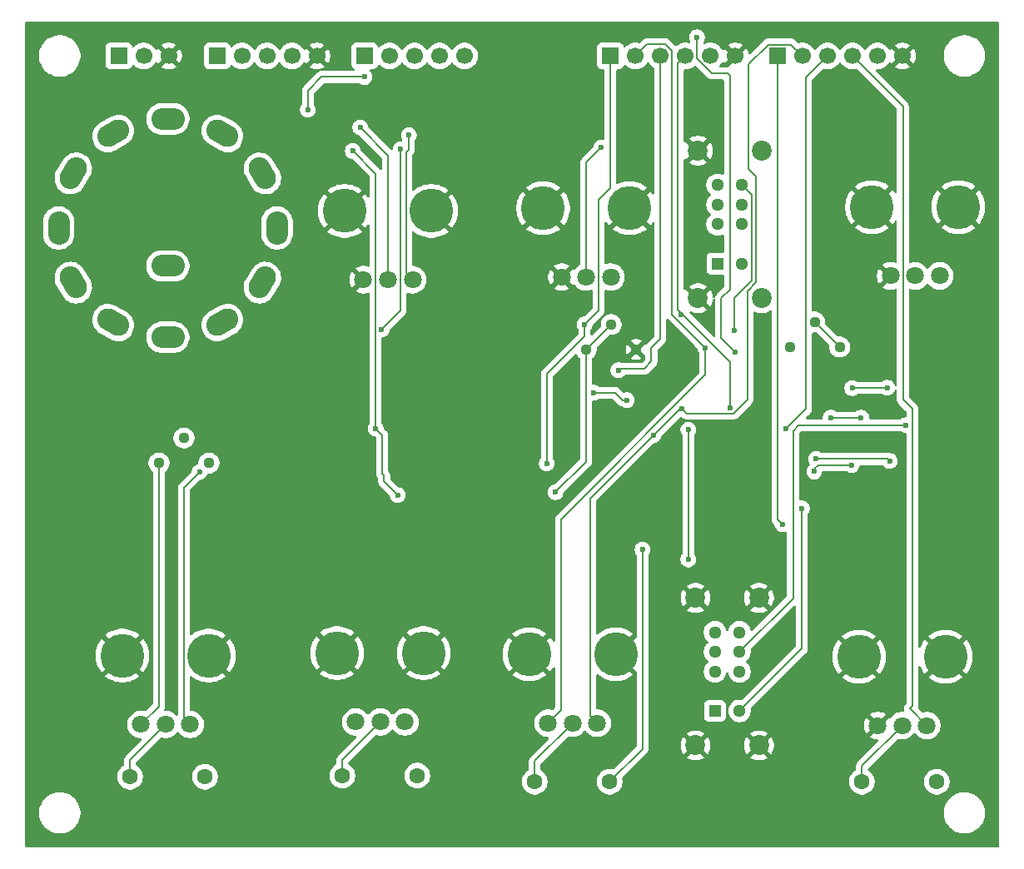
<source format=gbr>
%TF.GenerationSoftware,KiCad,Pcbnew,9.0.3*%
%TF.CreationDate,2025-10-30T19:50:34+09:00*%
%TF.ProjectId,VCOBoard,56434f42-6f61-4726-942e-6b696361645f,rev?*%
%TF.SameCoordinates,Original*%
%TF.FileFunction,Copper,L2,Bot*%
%TF.FilePolarity,Positive*%
%FSLAX46Y46*%
G04 Gerber Fmt 4.6, Leading zero omitted, Abs format (unit mm)*
G04 Created by KiCad (PCBNEW 9.0.3) date 2025-10-30 19:50:34*
%MOMM*%
%LPD*%
G01*
G04 APERTURE LIST*
G04 Aperture macros list*
%AMHorizOval*
0 Thick line with rounded ends*
0 $1 width*
0 $2 $3 position (X,Y) of the first rounded end (center of the circle)*
0 $4 $5 position (X,Y) of the second rounded end (center of the circle)*
0 Add line between two ends*
20,1,$1,$2,$3,$4,$5,0*
0 Add two circle primitives to create the rounded ends*
1,1,$1,$2,$3*
1,1,$1,$4,$5*%
G04 Aperture macros list end*
%TA.AperFunction,ComponentPad*%
%ADD10R,1.700000X1.700000*%
%TD*%
%TA.AperFunction,ComponentPad*%
%ADD11C,1.700000*%
%TD*%
%TA.AperFunction,ComponentPad*%
%ADD12C,1.600000*%
%TD*%
%TA.AperFunction,ComponentPad*%
%ADD13C,1.800000*%
%TD*%
%TA.AperFunction,ComponentPad*%
%ADD14C,4.455000*%
%TD*%
%TA.AperFunction,ComponentPad*%
%ADD15C,1.120000*%
%TD*%
%TA.AperFunction,ComponentPad*%
%ADD16R,1.200000X1.200000*%
%TD*%
%TA.AperFunction,ComponentPad*%
%ADD17C,1.286000*%
%TD*%
%TA.AperFunction,ComponentPad*%
%ADD18C,2.025000*%
%TD*%
%TA.AperFunction,ComponentPad*%
%ADD19HorizOval,2.200000X-0.519615X-0.300000X0.519615X0.300000X0*%
%TD*%
%TA.AperFunction,ComponentPad*%
%ADD20O,3.400000X2.200000*%
%TD*%
%TA.AperFunction,ComponentPad*%
%ADD21HorizOval,2.200000X-0.519615X0.300000X0.519615X-0.300000X0*%
%TD*%
%TA.AperFunction,ComponentPad*%
%ADD22HorizOval,2.200000X-0.300000X0.519615X0.300000X-0.519615X0*%
%TD*%
%TA.AperFunction,ComponentPad*%
%ADD23O,2.200000X3.400000*%
%TD*%
%TA.AperFunction,ComponentPad*%
%ADD24HorizOval,2.200000X0.300000X0.519615X-0.300000X-0.519615X0*%
%TD*%
%TA.AperFunction,ComponentPad*%
%ADD25HorizOval,2.200000X0.519615X0.300000X-0.519615X-0.300000X0*%
%TD*%
%TA.AperFunction,ComponentPad*%
%ADD26HorizOval,2.200000X0.519615X-0.300000X-0.519615X0.300000X0*%
%TD*%
%TA.AperFunction,ComponentPad*%
%ADD27HorizOval,2.200000X0.300000X-0.519615X-0.300000X0.519615X0*%
%TD*%
%TA.AperFunction,ComponentPad*%
%ADD28HorizOval,2.200000X-0.300000X-0.519615X0.300000X0.519615X0*%
%TD*%
%TA.AperFunction,ViaPad*%
%ADD29C,0.600000*%
%TD*%
%TA.AperFunction,Conductor*%
%ADD30C,0.200000*%
%TD*%
G04 APERTURE END LIST*
D10*
%TO.P,J3,1,Pin_1*%
%TO.N,unconnected-(J3-Pin_1-Pad1)*%
X96000000Y-48000000D03*
D11*
%TO.P,J3,2,Pin_2*%
%TO.N,EnvFlt*%
X98540000Y-48000000D03*
%TO.P,J3,3,Pin_3*%
%TO.N,GNDA*%
X101080000Y-48000000D03*
%TD*%
D12*
%TO.P,R12,1*%
%TO.N,Net-(VR6-WIPER)*%
X138303000Y-121827000D03*
%TO.P,R12,2*%
%TO.N,Net-(C1-Pad1)*%
X145923000Y-121827000D03*
%TD*%
D13*
%TO.P,VR7,1,CCW*%
%TO.N,GNDA*%
X174493000Y-70373000D03*
%TO.P,VR7,2,WIPER*%
%TO.N,Net-(VR7-WIPER)*%
X176993000Y-70373000D03*
%TO.P,VR7,3,CW*%
%TO.N,PWMSource*%
X179493000Y-70373000D03*
D14*
%TO.P,VR7,MH1,MH1*%
%TO.N,GNDA*%
X172593000Y-63373000D03*
%TO.P,VR7,MH2,MH2*%
X181393000Y-63373000D03*
%TD*%
D15*
%TO.P,VR27,1,CCW*%
%TO.N,Net-(VR27-CCW)*%
X143529000Y-77867000D03*
%TO.P,VR27,2,WIPER*%
X146069000Y-75327000D03*
%TO.P,VR27,3,CW*%
%TO.N,GNDA*%
X148609000Y-77867000D03*
%TD*%
D13*
%TO.P,VR5,1,CCW*%
%TO.N,GNDA*%
X141055000Y-70500000D03*
%TO.P,VR5,2,WIPER*%
%TO.N,Net-(VR5-WIPER)*%
X143555000Y-70500000D03*
%TO.P,VR5,3,CW*%
%TO.N,Sine*%
X146055000Y-70500000D03*
D14*
%TO.P,VR5,MH1,MH1*%
%TO.N,GNDA*%
X139155000Y-63500000D03*
%TO.P,VR5,MH2,MH2*%
X147955000Y-63500000D03*
%TD*%
D16*
%TO.P,S1,1,NC_1*%
%TO.N,Sub1oct*%
X156631000Y-114619000D03*
D17*
%TO.P,S1,2,NC_2*%
%TO.N,Sub2oct*%
X156631000Y-108619000D03*
%TO.P,S1,3,NC_3*%
%TO.N,Sub2octPW*%
X156631000Y-106619000D03*
%TO.P,S1,4,NO_1*%
%TO.N,Sub1oct*%
X159131000Y-114619000D03*
%TO.P,S1,5,NO_2*%
%TO.N,Sub2oct*%
X159131000Y-108619000D03*
%TO.P,S1,6,NO_3*%
%TO.N,Sub2octPW*%
X159131000Y-106619000D03*
D18*
%TO.P,S1,7,GND_1*%
%TO.N,GNDA*%
X154656000Y-118129000D03*
%TO.P,S1,8,GND_2*%
X154656000Y-103129000D03*
%TO.P,S1,9,GND_3*%
X161106000Y-118129000D03*
%TO.P,S1,10,GND_4*%
X161106000Y-103129000D03*
D17*
%TO.P,S1,C1,COM_1*%
%TO.N,SubVP*%
X156631000Y-110619000D03*
%TO.P,S1,C2,COM_2*%
X159131000Y-110619000D03*
%TD*%
D15*
%TO.P,VR21,1,CCW*%
%TO.N,+12VA*%
X164230000Y-77613000D03*
%TO.P,VR21,2,WIPER*%
%TO.N,Net-(VR21-CW)*%
X166770000Y-75073000D03*
%TO.P,VR21,3,CW*%
X169310000Y-77613000D03*
%TD*%
D12*
%TO.P,R11,1*%
%TO.N,Net-(VR4-WIPER)*%
X118745000Y-121192000D03*
%TO.P,R11,2*%
%TO.N,Net-(C1-Pad1)*%
X126365000Y-121192000D03*
%TD*%
D13*
%TO.P,VR3,1,CCW*%
%TO.N,+5VA*%
X98256000Y-116000000D03*
%TO.P,VR3,2,WIPER*%
%TO.N,Net-(VR3-WIPER)*%
X100756000Y-116000000D03*
%TO.P,VR3,3,CW*%
%TO.N,Vtri*%
X103256000Y-116000000D03*
D14*
%TO.P,VR3,MH1,MH1*%
%TO.N,GNDA*%
X96356000Y-109000000D03*
%TO.P,VR3,MH2,MH2*%
X105156000Y-109000000D03*
%TD*%
D13*
%TO.P,VR4,1,CCW*%
%TO.N,+5VA*%
X120100000Y-115746000D03*
%TO.P,VR4,2,WIPER*%
%TO.N,Net-(VR4-WIPER)*%
X122600000Y-115746000D03*
%TO.P,VR4,3,CW*%
%TO.N,VPseparate*%
X125100000Y-115746000D03*
D14*
%TO.P,VR4,MH1,MH1*%
%TO.N,GNDA*%
X118200000Y-108746000D03*
%TO.P,VR4,MH2,MH2*%
X127000000Y-108746000D03*
%TD*%
D13*
%TO.P,VR2,1,CCW*%
%TO.N,GNDA*%
X173181000Y-116112000D03*
%TO.P,VR2,2,WIPER*%
%TO.N,Net-(VR2-WIPER)*%
X175681000Y-116112000D03*
%TO.P,VR2,3,CW*%
%TO.N,SubVP*%
X178181000Y-116112000D03*
D14*
%TO.P,VR2,MH1,MH1*%
%TO.N,GNDA*%
X171281000Y-109112000D03*
%TO.P,VR2,MH2,MH2*%
X180081000Y-109112000D03*
%TD*%
D12*
%TO.P,R9,1*%
%TO.N,Net-(VR2-WIPER)*%
X171577000Y-121827000D03*
%TO.P,R9,2*%
%TO.N,Net-(C1-Pad1)*%
X179197000Y-121827000D03*
%TD*%
D10*
%TO.P,J4,1,Pin_1*%
%TO.N,Sine*%
X106000000Y-48000000D03*
D11*
%TO.P,J4,2,Pin_2*%
%TO.N,Triangle*%
X108540000Y-48000000D03*
%TO.P,J4,3,Pin_3*%
%TO.N,Square*%
X111080000Y-48000000D03*
%TO.P,J4,4,Pin_4*%
%TO.N,Randum*%
X113620000Y-48000000D03*
%TO.P,J4,5,Pin_5*%
%TO.N,GNDA*%
X116160000Y-48000000D03*
%TD*%
D15*
%TO.P,VR20,1,CCW*%
%TO.N,+5VA*%
X100092000Y-89408000D03*
%TO.P,VR20,2,WIPER*%
%TO.N,Net-(VR20-WIPER)*%
X102632000Y-86868000D03*
%TO.P,VR20,3,CW*%
%TO.N,Net-(VR20-CW)*%
X105172000Y-89408000D03*
%TD*%
D19*
%TO.P,S3,1,NO_1*%
%TO.N,RANGE_16*%
X106540400Y-75119700D03*
D20*
%TO.P,S3,2,NO_2*%
%TO.N,RANGE_8*%
X100990404Y-76606816D03*
D21*
%TO.P,S3,3,NO_3*%
%TO.N,RANGE_4*%
X95440393Y-75119700D03*
D22*
%TO.P,S3,4,NO_4*%
%TO.N,RANGE_2*%
X91377513Y-71056820D03*
D23*
%TO.P,S3,5,NO_5*%
%TO.N,unconnected-(S3-NO_5-Pad5)*%
X89890404Y-65506817D03*
D24*
%TO.P,S3,6,NO_6*%
%TO.N,unconnected-(S3-NO_6-Pad6)*%
X91377520Y-59956819D03*
D25*
%TO.P,S3,7,NO_7*%
%TO.N,unconnected-(S3-NO_7-Pad7)*%
X95440399Y-55893939D03*
D20*
%TO.P,S3,8,NO_8*%
%TO.N,unconnected-(S3-NO_8-Pad8)*%
X100990404Y-54406817D03*
D26*
%TO.P,S3,9,NO_9*%
%TO.N,unconnected-(S3-NO_9-Pad9)*%
X106540400Y-55893933D03*
D27*
%TO.P,S3,10,NO_10*%
%TO.N,unconnected-(S3-NO_10-Pad10)*%
X110603280Y-59956813D03*
D23*
%TO.P,S3,11,NO_11*%
%TO.N,unconnected-(S3-NO_11-Pad11)*%
X112090403Y-65506819D03*
D28*
%TO.P,S3,12,NO_12*%
%TO.N,unconnected-(S3-NO_12-Pad12)*%
X110603279Y-71056820D03*
D20*
%TO.P,S3,A1,COM*%
%TO.N,RANGE_C*%
X100990397Y-69356815D03*
%TD*%
D16*
%TO.P,S2,1,NC_1*%
%TO.N,PWM_S_ENV*%
X156885000Y-69124000D03*
D17*
%TO.P,S2,2,NC_2*%
%TO.N,PWM_S_MAN*%
X156885000Y-63124000D03*
%TO.P,S2,3,NC_3*%
%TO.N,Triangle*%
X156885000Y-61124000D03*
%TO.P,S2,4,NO_1*%
%TO.N,PWM_S_ENV*%
X159385000Y-69124000D03*
%TO.P,S2,5,NO_2*%
%TO.N,PWM_S_MAN*%
X159385000Y-63124000D03*
%TO.P,S2,6,NO_3*%
%TO.N,Triangle*%
X159385000Y-61124000D03*
D18*
%TO.P,S2,7,GND_1*%
%TO.N,GNDA*%
X154910000Y-72634000D03*
%TO.P,S2,8,GND_2*%
X154910000Y-57634000D03*
%TO.P,S2,9,GND_3*%
X161360000Y-72634000D03*
%TO.P,S2,10,GND_4*%
X161360000Y-57634000D03*
D17*
%TO.P,S2,C1,COM_1*%
%TO.N,PWMSource*%
X156885000Y-65124000D03*
%TO.P,S2,C2,COM_2*%
X159385000Y-65124000D03*
%TD*%
D13*
%TO.P,VR6,1,CCW*%
%TO.N,+5VA*%
X139658000Y-115873000D03*
%TO.P,VR6,2,WIPER*%
%TO.N,Net-(VR6-WIPER)*%
X142158000Y-115873000D03*
%TO.P,VR6,3,CW*%
%TO.N,Vso*%
X144658000Y-115873000D03*
D14*
%TO.P,VR6,MH1,MH1*%
%TO.N,GNDA*%
X137758000Y-108873000D03*
%TO.P,VR6,MH2,MH2*%
X146558000Y-108873000D03*
%TD*%
D12*
%TO.P,R10,1*%
%TO.N,Net-(VR3-WIPER)*%
X97155000Y-121319000D03*
%TO.P,R10,2*%
%TO.N,Net-(C1-Pad1)*%
X104775000Y-121319000D03*
%TD*%
D10*
%TO.P,J2,1,Pin_1*%
%TO.N,CV*%
X121000000Y-48000000D03*
D11*
%TO.P,J2,2,Pin_2*%
%TO.N,unconnected-(J2-Pin_2-Pad2)*%
X123540000Y-48000000D03*
%TO.P,J2,3,Pin_3*%
%TO.N,unconnected-(J2-Pin_3-Pad3)*%
X126080000Y-48000000D03*
%TO.P,J2,4,Pin_4*%
%TO.N,unconnected-(J2-Pin_4-Pad4)*%
X128620000Y-48000000D03*
%TO.P,J2,5,Pin_5*%
%TO.N,unconnected-(J2-Pin_5-Pad5)*%
X131160000Y-48000000D03*
%TD*%
D10*
%TO.P,J6,1,Pin_1*%
%TO.N,+12VA*%
X146000000Y-48000000D03*
D11*
%TO.P,J6,2,Pin_2*%
%TO.N,+5VA*%
X148540000Y-48000000D03*
%TO.P,J6,3,Pin_3*%
%TO.N,-5VA*%
X151080000Y-48000000D03*
%TO.P,J6,4,Pin_4*%
%TO.N,-12VA*%
X153620000Y-48000000D03*
%TO.P,J6,5,Pin_5*%
%TO.N,unconnected-(J6-Pin_5-Pad5)*%
X156160000Y-48000000D03*
%TO.P,J6,6,Pin_6*%
%TO.N,GNDA*%
X158700000Y-48000000D03*
%TD*%
D10*
%TO.P,J1,1,Pin_1*%
%TO.N,VCOWave*%
X163000000Y-48006000D03*
D11*
%TO.P,J1,2,Pin_2*%
%TO.N,Vso*%
X165540000Y-48006000D03*
%TO.P,J1,3,Pin_3*%
%TO.N,VPseparate*%
X168080000Y-48006000D03*
%TO.P,J1,4,Pin_4*%
%TO.N,SubVP*%
X170620000Y-48006000D03*
%TO.P,J1,5,Pin_5*%
%TO.N,Vtri*%
X173160000Y-48006000D03*
%TO.P,J1,6,Pin_6*%
%TO.N,GNDA*%
X175700000Y-48006000D03*
%TD*%
D13*
%TO.P,VR1,1,CCW*%
%TO.N,GNDA*%
X120876000Y-70760300D03*
%TO.P,VR1,2,WIPER*%
%TO.N,Net-(VR1-WIPER)*%
X123376000Y-70760300D03*
%TO.P,VR1,3,CW*%
%TO.N,Net-(VR1-CW)*%
X125876000Y-70760300D03*
D14*
%TO.P,VR1,MH1,MH1*%
%TO.N,GNDA*%
X118976000Y-63760300D03*
%TO.P,VR1,MH2,MH2*%
X127776000Y-63760300D03*
%TD*%
D29*
%TO.N,Net-(VR27-CCW)*%
X140421000Y-92375000D03*
%TO.N,Net-(VR5-WIPER)*%
X145055000Y-57330500D03*
%TO.N,Net-(VR1-CW)*%
X125497000Y-56039600D03*
%TO.N,Net-(Q1-B)*%
X147676000Y-83007200D03*
X144323000Y-82245200D03*
%TO.N,CV*%
X115214000Y-53489000D03*
X121000000Y-50139600D03*
%TO.N,EnvFlt*%
X154813000Y-46101000D03*
X158640000Y-78097400D03*
%TO.N,Triangle*%
X158578000Y-75920600D03*
%TO.N,VPseparate*%
X153928000Y-86022100D03*
X153924000Y-99217800D03*
X163857800Y-85941300D03*
%TO.N,Vfci*%
X124661000Y-57507700D03*
X122739000Y-75805100D03*
%TO.N,Vso*%
X150371000Y-86585000D03*
X153258000Y-83872700D03*
%TO.N,Vtri*%
X104220000Y-90314000D03*
X124358000Y-92659200D03*
X122123000Y-85902800D03*
X119791700Y-57665000D03*
%TO.N,Net-(IC2B-D)*%
X168402000Y-84785200D03*
X171501000Y-84785200D03*
%TO.N,Net-(IC2A-Q)*%
X166903000Y-89001600D03*
X174396000Y-89204800D03*
%TO.N,Net-(IC2A-D)*%
X170536000Y-89611200D03*
X166726000Y-90271600D03*
%TO.N,+5VA*%
X155658000Y-77688600D03*
%TO.N,-12VA*%
X158211000Y-83773800D03*
X153196000Y-74317300D03*
%TO.N,Sub2oct*%
X176073000Y-85552200D03*
%TO.N,Sub1oct*%
X165468000Y-94010200D03*
%TO.N,Net-(D1-K)*%
X170586000Y-81788000D03*
X174142000Y-81737200D03*
%TO.N,-5VA*%
X146812000Y-79959200D03*
%TO.N,+12VA*%
X139519000Y-89437000D03*
X143368000Y-75316600D03*
%TO.N,Net-(VR1-WIPER)*%
X120552000Y-55280100D03*
%TO.N,Net-(C1-Pad1)*%
X149264000Y-98231100D03*
%TO.N,VCOWave*%
X163496300Y-95648100D03*
%TO.N,GNDA*%
X139802000Y-78740000D03*
X138989000Y-94792800D03*
X139954000Y-76454000D03*
X145745000Y-84480400D03*
X120752000Y-82804000D03*
%TD*%
D30*
%TO.N,unconnected-(S3-NO_9-Pad9)*%
X106540400Y-56019500D02*
X106540400Y-55893900D01*
X107122500Y-56601600D02*
X106540400Y-56019500D01*
X107122000Y-56601600D02*
X107122500Y-56601600D01*
X107122500Y-56601600D02*
X107123000Y-56601600D01*
%TO.N,Net-(VR27-CCW)*%
X146069000Y-75327000D02*
X143529000Y-77867000D01*
X143529000Y-89267400D02*
X140421000Y-92375000D01*
X143529000Y-77867000D02*
X143529000Y-89267400D01*
%TO.N,Net-(VR5-WIPER)*%
X143555000Y-58830900D02*
X143555000Y-70500000D01*
X145055000Y-57330500D02*
X143555000Y-58830900D01*
%TO.N,Net-(VR21-CW)*%
X169310000Y-77613000D02*
X166770000Y-75073000D01*
%TO.N,Net-(VR1-CW)*%
X125497000Y-57522200D02*
X125497000Y-56039600D01*
X125210000Y-57810000D02*
X125497000Y-57522200D01*
X125210000Y-70093800D02*
X125210000Y-57810000D01*
X125876000Y-70760300D02*
X125210000Y-70093800D01*
%TO.N,Net-(VR6-WIPER)*%
X138303000Y-119728000D02*
X142158000Y-115873000D01*
X138303000Y-121827000D02*
X138303000Y-119728000D01*
%TO.N,Net-(VR4-WIPER)*%
X118745000Y-119601000D02*
X118745000Y-121192000D01*
X122600000Y-115746000D02*
X118745000Y-119601000D01*
%TO.N,Net-(VR3-WIPER)*%
X97155000Y-119601000D02*
X100756000Y-116000000D01*
X97155000Y-121319000D02*
X97155000Y-119601000D01*
%TO.N,Net-(VR2-WIPER)*%
X171577000Y-120216000D02*
X175681000Y-116112000D01*
X171577000Y-121827000D02*
X171577000Y-120216000D01*
%TO.N,Net-(Q1-B)*%
X147218000Y-83007200D02*
X147676000Y-83007200D01*
X146456000Y-82245200D02*
X147218000Y-83007200D01*
X144323000Y-82245200D02*
X146456000Y-82245200D01*
%TO.N,CV*%
X116637000Y-50139600D02*
X121000000Y-50139600D01*
X115214000Y-51562000D02*
X116637000Y-50139600D01*
X115214000Y-53489000D02*
X115214000Y-51562000D01*
%TO.N,EnvFlt*%
X157264000Y-76721000D02*
X158640000Y-78097400D01*
X157264000Y-72643100D02*
X157264000Y-76721000D01*
X158140000Y-71766300D02*
X157264000Y-72643100D01*
X158140000Y-49987200D02*
X158140000Y-71766300D01*
X157937000Y-49784000D02*
X158140000Y-49987200D01*
X156315000Y-49784000D02*
X157937000Y-49784000D01*
X154813000Y-48281700D02*
X156315000Y-49784000D01*
X154813000Y-46101000D02*
X154813000Y-48281700D01*
%TO.N,Triangle*%
X158578000Y-72588900D02*
X158578000Y-75920600D01*
X160345000Y-70822600D02*
X158578000Y-72588900D01*
X160345000Y-62083800D02*
X160345000Y-70822600D01*
X159385000Y-61124000D02*
X160345000Y-62083800D01*
%TO.N,VPseparate*%
X153927000Y-86022100D02*
X153928000Y-86022100D01*
X153927000Y-97151700D02*
X153927000Y-86022100D01*
X153924000Y-97154300D02*
X153927000Y-97151700D01*
X153924000Y-99217800D02*
X153924000Y-97154300D01*
X165908300Y-50177700D02*
X168080000Y-48006000D01*
X165908300Y-83890800D02*
X165908300Y-50177700D01*
X163857800Y-85941300D02*
X165908300Y-83890800D01*
%TO.N,SubVP*%
X178181000Y-116112000D02*
X176460000Y-114391000D01*
X176704700Y-114146300D02*
X176460000Y-114391000D01*
X176704700Y-83898100D02*
X176704700Y-114146300D01*
X175743000Y-82936400D02*
X176704700Y-83898100D01*
X175743000Y-53129000D02*
X175743000Y-82936400D01*
X170620000Y-48006000D02*
X175743000Y-53129000D01*
%TO.N,Vfci*%
X122739000Y-75803500D02*
X122739000Y-75805100D01*
X124661000Y-73881400D02*
X122739000Y-75803500D01*
X124661000Y-57507700D02*
X124661000Y-73881400D01*
%TO.N,Vso*%
X143946000Y-98006600D02*
X143946000Y-97409000D01*
X143946000Y-115161000D02*
X144658000Y-115873000D01*
X143946000Y-98006600D02*
X143946000Y-115161000D01*
X143946000Y-93009900D02*
X143946000Y-97409000D01*
X150371000Y-86585000D02*
X143946000Y-93009900D01*
X143946000Y-97409000D02*
X143946000Y-98006600D01*
X153084000Y-83872700D02*
X150371000Y-86585000D01*
X153258000Y-83872700D02*
X153084000Y-83872700D01*
X153763000Y-84377700D02*
X153258000Y-83872700D01*
X158496900Y-84377700D02*
X153763000Y-84377700D01*
X159917900Y-82956700D02*
X158496900Y-84377700D01*
X159917900Y-71917500D02*
X159917900Y-82956700D01*
X160805400Y-71030000D02*
X159917900Y-71917500D01*
X160805400Y-60279600D02*
X160805400Y-71030000D01*
X160045800Y-59520000D02*
X160805400Y-60279600D01*
X160045800Y-48833500D02*
X160045800Y-59520000D01*
X162033400Y-46845900D02*
X160045800Y-48833500D01*
X164379900Y-46845900D02*
X162033400Y-46845900D01*
X165540000Y-48006000D02*
X164379900Y-46845900D01*
%TO.N,Vtri*%
X122987000Y-91287600D02*
X124358000Y-92659200D01*
X122987000Y-90678000D02*
X122987000Y-91287600D01*
X122784000Y-90474800D02*
X122987000Y-90678000D01*
X122784000Y-86563200D02*
X122784000Y-90474800D01*
X122123000Y-85902800D02*
X122784000Y-86563200D01*
X102606000Y-115350000D02*
X103256000Y-116000000D01*
X102606000Y-91928200D02*
X102606000Y-115350000D01*
X104220000Y-90314000D02*
X102606000Y-91928200D01*
X122123000Y-59996300D02*
X119791700Y-57665000D01*
X122123000Y-85902800D02*
X122123000Y-59996300D01*
%TO.N,Net-(IC2B-D)*%
X171501000Y-84785200D02*
X168402000Y-84785200D01*
%TO.N,Net-(IC2A-Q)*%
X174193000Y-89001600D02*
X174396000Y-89204800D01*
X166903000Y-89001600D02*
X174193000Y-89001600D01*
%TO.N,Net-(IC2A-D)*%
X166726000Y-90017600D02*
X166726000Y-90271600D01*
X167132000Y-89611200D02*
X166726000Y-90017600D01*
X170536000Y-89611200D02*
X167132000Y-89611200D01*
%TO.N,+5VA*%
X140958000Y-114573000D02*
X139658000Y-115873000D01*
X140958000Y-95147600D02*
X140958000Y-114573000D01*
X155658000Y-80447600D02*
X140958000Y-95147600D01*
X155658000Y-77688600D02*
X155658000Y-80447600D01*
X100092000Y-114164000D02*
X98256000Y-116000000D01*
X100092000Y-89408000D02*
X100092000Y-114164000D01*
X152251000Y-74281900D02*
X155658000Y-77688600D01*
X152251000Y-47486600D02*
X152251000Y-74281900D01*
X151558000Y-46793200D02*
X152251000Y-47486600D01*
X149747000Y-46793200D02*
X151558000Y-46793200D01*
X148540000Y-48000000D02*
X149747000Y-46793200D01*
%TO.N,-12VA*%
X153196000Y-74317300D02*
X153364000Y-74317300D01*
X152857000Y-73810300D02*
X153364000Y-74317300D01*
X152857000Y-48762800D02*
X152857000Y-73810300D01*
X153620000Y-48000000D02*
X152857000Y-48762800D01*
X158211000Y-79164300D02*
X158211000Y-83773800D01*
X153364000Y-74317300D02*
X158211000Y-79164300D01*
%TO.N,Sub2oct*%
X164568000Y-103182000D02*
X159131000Y-108619000D01*
X164568000Y-86130500D02*
X164568000Y-103182000D01*
X165146000Y-85552200D02*
X164568000Y-86130500D01*
X176073000Y-85552200D02*
X165146000Y-85552200D01*
%TO.N,Sub1oct*%
X165468000Y-108282000D02*
X165468000Y-94010200D01*
X159131000Y-114619000D02*
X165468000Y-108282000D01*
%TO.N,Net-(D1-K)*%
X174092000Y-81788000D02*
X174142000Y-81737200D01*
X170586000Y-81788000D02*
X174092000Y-81788000D01*
%TO.N,-5VA*%
X151080000Y-76753000D02*
X151080000Y-48000000D01*
X150165000Y-77668200D02*
X151080000Y-76753000D01*
X150165000Y-79095600D02*
X150165000Y-77668200D01*
X149454000Y-79806800D02*
X150165000Y-79095600D01*
X146964000Y-79806800D02*
X149454000Y-79806800D01*
X146812000Y-79959200D02*
X146964000Y-79806800D01*
%TO.N,+12VA*%
X139519000Y-80343000D02*
X139519000Y-89437000D01*
X143368000Y-76493900D02*
X139519000Y-80343000D01*
X143368000Y-75316600D02*
X143368000Y-76493900D01*
X144805000Y-73880100D02*
X143368000Y-75316600D01*
X144805000Y-62624600D02*
X144805000Y-73880100D01*
X146000000Y-61429600D02*
X144805000Y-62624600D01*
X146000000Y-48000000D02*
X146000000Y-61429600D01*
%TO.N,Net-(VR1-WIPER)*%
X123376000Y-58104300D02*
X120552000Y-55280100D01*
X123376000Y-70760300D02*
X123376000Y-58104300D01*
%TO.N,Net-(C1-Pad1)*%
X149263000Y-98231100D02*
X149264000Y-98231100D01*
X149263000Y-118487000D02*
X149263000Y-98231100D01*
X145923000Y-121827000D02*
X149263000Y-118487000D01*
%TO.N,VCOWave*%
X163000000Y-95151800D02*
X163000000Y-48006000D01*
X163496300Y-95648100D02*
X163000000Y-95151800D01*
%TD*%
%TA.AperFunction,Conductor*%
%TO.N,GNDA*%
G36*
X169367226Y-48641524D02*
G01*
X169379810Y-48640985D01*
X169399674Y-48652581D01*
X169421444Y-48659999D01*
X169430719Y-48670703D01*
X169440151Y-48676209D01*
X169460484Y-48705053D01*
X169461892Y-48707816D01*
X169464951Y-48713820D01*
X169589890Y-48885786D01*
X169740213Y-49036109D01*
X169912179Y-49161048D01*
X169912181Y-49161049D01*
X169912184Y-49161051D01*
X170101588Y-49257557D01*
X170303757Y-49323246D01*
X170513713Y-49356500D01*
X170513714Y-49356500D01*
X170726286Y-49356500D01*
X170726287Y-49356500D01*
X170936243Y-49323246D01*
X170978523Y-49309507D01*
X171048362Y-49307511D01*
X171104522Y-49339757D01*
X175106181Y-53341416D01*
X175139666Y-53402739D01*
X175142500Y-53429097D01*
X175142500Y-61873520D01*
X175122815Y-61940559D01*
X175070011Y-61986314D01*
X175000853Y-61996258D01*
X174937297Y-61967233D01*
X174913506Y-61939492D01*
X174820948Y-61792188D01*
X174690696Y-61628855D01*
X173804920Y-62514631D01*
X173725695Y-62405587D01*
X173560413Y-62240305D01*
X173451366Y-62161078D01*
X174337143Y-61275302D01*
X174173811Y-61145051D01*
X173914416Y-60982062D01*
X173638429Y-60849154D01*
X173638407Y-60849145D01*
X173349270Y-60747971D01*
X173349258Y-60747967D01*
X173050596Y-60679800D01*
X173050580Y-60679798D01*
X172746177Y-60645500D01*
X172439822Y-60645500D01*
X172135419Y-60679798D01*
X172135403Y-60679800D01*
X171836741Y-60747967D01*
X171836729Y-60747971D01*
X171547592Y-60849145D01*
X171547570Y-60849154D01*
X171271583Y-60982062D01*
X171012184Y-61145053D01*
X171012180Y-61145056D01*
X170848855Y-61275302D01*
X171734632Y-62161079D01*
X171625587Y-62240305D01*
X171460305Y-62405587D01*
X171381079Y-62514632D01*
X170495302Y-61628855D01*
X170365056Y-61792180D01*
X170365053Y-61792184D01*
X170202062Y-62051583D01*
X170069154Y-62327570D01*
X170069145Y-62327592D01*
X169967971Y-62616729D01*
X169967967Y-62616741D01*
X169899800Y-62915403D01*
X169899798Y-62915419D01*
X169865500Y-63219822D01*
X169865500Y-63526177D01*
X169899798Y-63830580D01*
X169899800Y-63830596D01*
X169967967Y-64129258D01*
X169967971Y-64129270D01*
X170069145Y-64418407D01*
X170069154Y-64418429D01*
X170202062Y-64694416D01*
X170365051Y-64953811D01*
X170495302Y-65117143D01*
X171381078Y-64231366D01*
X171460305Y-64340413D01*
X171625587Y-64505695D01*
X171734631Y-64584920D01*
X170848855Y-65470696D01*
X171012188Y-65600948D01*
X171271583Y-65763937D01*
X171547570Y-65896845D01*
X171547592Y-65896854D01*
X171836729Y-65998028D01*
X171836741Y-65998032D01*
X172135403Y-66066199D01*
X172135419Y-66066201D01*
X172439822Y-66100499D01*
X172439824Y-66100500D01*
X172746176Y-66100500D01*
X172746177Y-66100499D01*
X173050580Y-66066201D01*
X173050596Y-66066199D01*
X173349258Y-65998032D01*
X173349270Y-65998028D01*
X173638407Y-65896854D01*
X173638429Y-65896845D01*
X173914416Y-65763937D01*
X174173811Y-65600948D01*
X174337143Y-65470696D01*
X173451367Y-64584920D01*
X173560413Y-64505695D01*
X173725695Y-64340413D01*
X173804920Y-64231367D01*
X174690696Y-65117143D01*
X174820948Y-64953811D01*
X174913506Y-64806507D01*
X174965840Y-64760216D01*
X175034894Y-64749567D01*
X175098742Y-64777942D01*
X175137115Y-64836332D01*
X175142500Y-64872479D01*
X175142500Y-68941316D01*
X175122815Y-69008355D01*
X175070011Y-69054110D01*
X175000853Y-69064054D01*
X174980183Y-69059247D01*
X174820836Y-69007473D01*
X174820837Y-69007473D01*
X174603181Y-68973000D01*
X174382819Y-68973000D01*
X174165164Y-69007473D01*
X173955589Y-69075567D01*
X173759233Y-69175616D01*
X173695485Y-69221931D01*
X173695485Y-69221932D01*
X174281940Y-69808387D01*
X174261409Y-69813889D01*
X174124592Y-69892881D01*
X174012881Y-70004592D01*
X173933889Y-70141409D01*
X173928387Y-70161940D01*
X173341932Y-69575485D01*
X173341931Y-69575485D01*
X173295616Y-69639233D01*
X173195567Y-69835589D01*
X173127473Y-70045164D01*
X173093000Y-70262818D01*
X173093000Y-70483181D01*
X173127473Y-70700835D01*
X173195567Y-70910410D01*
X173295611Y-71106756D01*
X173341932Y-71170513D01*
X173928387Y-70584058D01*
X173933889Y-70604591D01*
X174012881Y-70741408D01*
X174124592Y-70853119D01*
X174261409Y-70932111D01*
X174281939Y-70937612D01*
X173695485Y-71524065D01*
X173695485Y-71524066D01*
X173759243Y-71570388D01*
X173955589Y-71670432D01*
X174165164Y-71738526D01*
X174382819Y-71773000D01*
X174603181Y-71773000D01*
X174820832Y-71738527D01*
X174980181Y-71686751D01*
X175050022Y-71684756D01*
X175109855Y-71720836D01*
X175140684Y-71783537D01*
X175142500Y-71804682D01*
X175142500Y-81437424D01*
X175122815Y-81504463D01*
X175070011Y-81550218D01*
X175000853Y-81560162D01*
X174937297Y-81531137D01*
X174903939Y-81484876D01*
X174851397Y-81358027D01*
X174851390Y-81358014D01*
X174763789Y-81226911D01*
X174763786Y-81226907D01*
X174652292Y-81115413D01*
X174652288Y-81115410D01*
X174521185Y-81027809D01*
X174521172Y-81027802D01*
X174375501Y-80967464D01*
X174375489Y-80967461D01*
X174220845Y-80936700D01*
X174220842Y-80936700D01*
X174063158Y-80936700D01*
X174063155Y-80936700D01*
X173908510Y-80967461D01*
X173908498Y-80967464D01*
X173762827Y-81027802D01*
X173762814Y-81027809D01*
X173631711Y-81115410D01*
X173631707Y-81115413D01*
X173595942Y-81151180D01*
X173534620Y-81184666D01*
X173508260Y-81187500D01*
X171165766Y-81187500D01*
X171098727Y-81167815D01*
X171096875Y-81166602D01*
X170965185Y-81078609D01*
X170965172Y-81078602D01*
X170819501Y-81018264D01*
X170819489Y-81018261D01*
X170664845Y-80987500D01*
X170664842Y-80987500D01*
X170507158Y-80987500D01*
X170507155Y-80987500D01*
X170352510Y-81018261D01*
X170352498Y-81018264D01*
X170206827Y-81078602D01*
X170206814Y-81078609D01*
X170075711Y-81166210D01*
X170075707Y-81166213D01*
X169964213Y-81277707D01*
X169964210Y-81277711D01*
X169876609Y-81408814D01*
X169876602Y-81408827D01*
X169816264Y-81554498D01*
X169816261Y-81554510D01*
X169785500Y-81709153D01*
X169785500Y-81866846D01*
X169816261Y-82021489D01*
X169816264Y-82021501D01*
X169876602Y-82167172D01*
X169876609Y-82167185D01*
X169964210Y-82298288D01*
X169964213Y-82298292D01*
X170075707Y-82409786D01*
X170075711Y-82409789D01*
X170206814Y-82497390D01*
X170206827Y-82497397D01*
X170304129Y-82537700D01*
X170352503Y-82557737D01*
X170507153Y-82588499D01*
X170507156Y-82588500D01*
X170507158Y-82588500D01*
X170664844Y-82588500D01*
X170664845Y-82588499D01*
X170819497Y-82557737D01*
X170965179Y-82497394D01*
X171041205Y-82446595D01*
X171096875Y-82409398D01*
X171163553Y-82388520D01*
X171165766Y-82388500D01*
X173638262Y-82388500D01*
X173705301Y-82408185D01*
X173707153Y-82409398D01*
X173762821Y-82446594D01*
X173908503Y-82506937D01*
X174063153Y-82537699D01*
X174063156Y-82537700D01*
X174063158Y-82537700D01*
X174220844Y-82537700D01*
X174220845Y-82537699D01*
X174375497Y-82506937D01*
X174521179Y-82446594D01*
X174652289Y-82358989D01*
X174763789Y-82247489D01*
X174851394Y-82116379D01*
X174903939Y-81989522D01*
X174947779Y-81935119D01*
X175014073Y-81913054D01*
X175081773Y-81930333D01*
X175129384Y-81981470D01*
X175142500Y-82036975D01*
X175142500Y-82849730D01*
X175142499Y-82849748D01*
X175142499Y-83015454D01*
X175142498Y-83015454D01*
X175183424Y-83168189D01*
X175183425Y-83168190D01*
X175200026Y-83196943D01*
X175200027Y-83196944D01*
X175262477Y-83305112D01*
X175262481Y-83305117D01*
X175381349Y-83423985D01*
X175381355Y-83423990D01*
X176067881Y-84110516D01*
X176101366Y-84171839D01*
X176104200Y-84198197D01*
X176104200Y-84628474D01*
X176084515Y-84695513D01*
X176031711Y-84741268D01*
X175999994Y-84749819D01*
X176000132Y-84750511D01*
X175839510Y-84782461D01*
X175839498Y-84782464D01*
X175693827Y-84842802D01*
X175693814Y-84842809D01*
X175562125Y-84930802D01*
X175495447Y-84951680D01*
X175493234Y-84951700D01*
X172425500Y-84951700D01*
X172358461Y-84932015D01*
X172312706Y-84879211D01*
X172301500Y-84827700D01*
X172301500Y-84706355D01*
X172301499Y-84706353D01*
X172298062Y-84689072D01*
X172270737Y-84551703D01*
X172270735Y-84551698D01*
X172210397Y-84406027D01*
X172210390Y-84406014D01*
X172122789Y-84274911D01*
X172122786Y-84274907D01*
X172011292Y-84163413D01*
X172011288Y-84163410D01*
X171880185Y-84075809D01*
X171880172Y-84075802D01*
X171734501Y-84015464D01*
X171734489Y-84015461D01*
X171579845Y-83984700D01*
X171579842Y-83984700D01*
X171422158Y-83984700D01*
X171422155Y-83984700D01*
X171267510Y-84015461D01*
X171267498Y-84015464D01*
X171121827Y-84075802D01*
X171121814Y-84075809D01*
X170990125Y-84163802D01*
X170923447Y-84184680D01*
X170921234Y-84184700D01*
X168981766Y-84184700D01*
X168914727Y-84165015D01*
X168912875Y-84163802D01*
X168781185Y-84075809D01*
X168781172Y-84075802D01*
X168635501Y-84015464D01*
X168635489Y-84015461D01*
X168480845Y-83984700D01*
X168480842Y-83984700D01*
X168323158Y-83984700D01*
X168323155Y-83984700D01*
X168168510Y-84015461D01*
X168168498Y-84015464D01*
X168022827Y-84075802D01*
X168022814Y-84075809D01*
X167891711Y-84163410D01*
X167891707Y-84163413D01*
X167780213Y-84274907D01*
X167780210Y-84274911D01*
X167692609Y-84406014D01*
X167692602Y-84406027D01*
X167632264Y-84551698D01*
X167632261Y-84551710D01*
X167601500Y-84706353D01*
X167601500Y-84827700D01*
X167581815Y-84894739D01*
X167529011Y-84940494D01*
X167477500Y-84951700D01*
X165995997Y-84951700D01*
X165928958Y-84932015D01*
X165883203Y-84879211D01*
X165873259Y-84810053D01*
X165902284Y-84746497D01*
X165908316Y-84740019D01*
X166096636Y-84551698D01*
X166266806Y-84381527D01*
X166266811Y-84381524D01*
X166277014Y-84371320D01*
X166277016Y-84371320D01*
X166388820Y-84259516D01*
X166450329Y-84152979D01*
X166453877Y-84146835D01*
X166467874Y-84122590D01*
X166467875Y-84122589D01*
X166467875Y-84122587D01*
X166467877Y-84122585D01*
X166508801Y-83969857D01*
X166508801Y-83811743D01*
X166508801Y-83804148D01*
X166508800Y-83804130D01*
X166508800Y-76253415D01*
X166528485Y-76186376D01*
X166581289Y-76140621D01*
X166650447Y-76130677D01*
X166656993Y-76131798D01*
X166665549Y-76133500D01*
X166665550Y-76133500D01*
X166874451Y-76133500D01*
X166898537Y-76128709D01*
X166968128Y-76134936D01*
X167010410Y-76162645D01*
X168220354Y-77372589D01*
X168253839Y-77433912D01*
X168254291Y-77484457D01*
X168249500Y-77508546D01*
X168249500Y-77508550D01*
X168249500Y-77717450D01*
X168249500Y-77717452D01*
X168249499Y-77717452D01*
X168290253Y-77922329D01*
X168290255Y-77922337D01*
X168370193Y-78115328D01*
X168370200Y-78115341D01*
X168486255Y-78289028D01*
X168486258Y-78289032D01*
X168633967Y-78436741D01*
X168633971Y-78436744D01*
X168807658Y-78552799D01*
X168807671Y-78552806D01*
X168940173Y-78607689D01*
X169000664Y-78632745D01*
X169050834Y-78642724D01*
X169205547Y-78673500D01*
X169205550Y-78673500D01*
X169414452Y-78673500D01*
X169517593Y-78652983D01*
X169619336Y-78632745D01*
X169812335Y-78552803D01*
X169986029Y-78436744D01*
X170133744Y-78289029D01*
X170249803Y-78115335D01*
X170329745Y-77922336D01*
X170370500Y-77717450D01*
X170370500Y-77508550D01*
X170370500Y-77508547D01*
X170332366Y-77316840D01*
X170329745Y-77303664D01*
X170254645Y-77122354D01*
X170249806Y-77110671D01*
X170249799Y-77110658D01*
X170133744Y-76936971D01*
X170133741Y-76936967D01*
X169986032Y-76789258D01*
X169986028Y-76789255D01*
X169812341Y-76673200D01*
X169812328Y-76673193D01*
X169619337Y-76593255D01*
X169619329Y-76593253D01*
X169414452Y-76552500D01*
X169414450Y-76552500D01*
X169205550Y-76552500D01*
X169205546Y-76552500D01*
X169181457Y-76557291D01*
X169111866Y-76551061D01*
X169069589Y-76523354D01*
X167859645Y-75313410D01*
X167826160Y-75252087D01*
X167825709Y-75201537D01*
X167830500Y-75177452D01*
X167830500Y-74968547D01*
X167795289Y-74791534D01*
X167789745Y-74763664D01*
X167761226Y-74694813D01*
X167709806Y-74570671D01*
X167709799Y-74570658D01*
X167593744Y-74396971D01*
X167593741Y-74396967D01*
X167446032Y-74249258D01*
X167446028Y-74249255D01*
X167272341Y-74133200D01*
X167272328Y-74133193D01*
X167079337Y-74053255D01*
X167079329Y-74053253D01*
X166874452Y-74012500D01*
X166874450Y-74012500D01*
X166665550Y-74012500D01*
X166665549Y-74012500D01*
X166656985Y-74014203D01*
X166587394Y-74007971D01*
X166532219Y-73965105D01*
X166508977Y-73899215D01*
X166508800Y-73892584D01*
X166508800Y-50477796D01*
X166528485Y-50410757D01*
X166545114Y-50390119D01*
X167595478Y-49339755D01*
X167656799Y-49306272D01*
X167721473Y-49309506D01*
X167763757Y-49323246D01*
X167973713Y-49356500D01*
X167973714Y-49356500D01*
X168186286Y-49356500D01*
X168186287Y-49356500D01*
X168396243Y-49323246D01*
X168598412Y-49257557D01*
X168787816Y-49161051D01*
X168874138Y-49098335D01*
X168959786Y-49036109D01*
X168959788Y-49036106D01*
X168959792Y-49036104D01*
X169110104Y-48885792D01*
X169110106Y-48885788D01*
X169110109Y-48885786D01*
X169235048Y-48713820D01*
X169235047Y-48713820D01*
X169235051Y-48713816D01*
X169239514Y-48705054D01*
X169248160Y-48695900D01*
X169252897Y-48684232D01*
X169271696Y-48670979D01*
X169287488Y-48654259D01*
X169299710Y-48651231D01*
X169310004Y-48643976D01*
X169332985Y-48642991D01*
X169355308Y-48637463D01*
X169367226Y-48641524D01*
G37*
%TD.AperFunction*%
%TA.AperFunction,Conductor*%
G36*
X156576130Y-72688522D02*
G01*
X156634363Y-72727132D01*
X156662477Y-72791095D01*
X156663500Y-72806988D01*
X156663500Y-76468203D01*
X156643815Y-76535242D01*
X156591011Y-76580997D01*
X156521853Y-76590941D01*
X156458297Y-76561916D01*
X156451819Y-76555884D01*
X154071993Y-74176058D01*
X154038508Y-74114735D01*
X154043492Y-74045043D01*
X154085364Y-73989110D01*
X154150828Y-73964693D01*
X154215969Y-73977892D01*
X154329400Y-74035689D01*
X154329403Y-74035690D01*
X154555820Y-74109256D01*
X154790965Y-74146500D01*
X155029035Y-74146500D01*
X155264179Y-74109256D01*
X155490596Y-74035690D01*
X155490599Y-74035689D01*
X155702723Y-73927605D01*
X155788053Y-73865607D01*
X155176621Y-73254175D01*
X155229732Y-73232177D01*
X155340287Y-73158307D01*
X155434307Y-73064287D01*
X155508177Y-72953732D01*
X155530175Y-72900621D01*
X156141607Y-73512053D01*
X156203605Y-73426723D01*
X156311689Y-73214599D01*
X156311690Y-73214596D01*
X156385256Y-72988179D01*
X156417027Y-72787590D01*
X156446956Y-72724455D01*
X156506268Y-72687524D01*
X156576130Y-72688522D01*
G37*
%TD.AperFunction*%
%TA.AperFunction,Conductor*%
G36*
X154649280Y-48983125D02*
G01*
X154693639Y-49011636D01*
X155828949Y-50147173D01*
X155829041Y-50147277D01*
X155834480Y-50152716D01*
X155891277Y-50209513D01*
X155946236Y-50264483D01*
X155946238Y-50264484D01*
X155946242Y-50264488D01*
X155946281Y-50264518D01*
X155946283Y-50264519D01*
X155946284Y-50264520D01*
X156014536Y-50303925D01*
X156083160Y-50343554D01*
X156083162Y-50343555D01*
X156083209Y-50343574D01*
X156083212Y-50343574D01*
X156083216Y-50343577D01*
X156154681Y-50362726D01*
X156154680Y-50362726D01*
X156154684Y-50362727D01*
X156235883Y-50384493D01*
X156235893Y-50384493D01*
X156235943Y-50384500D01*
X156309670Y-50384500D01*
X156393997Y-50384508D01*
X156393999Y-50384507D01*
X156402008Y-50384508D01*
X156402147Y-50384500D01*
X157415500Y-50384500D01*
X157482539Y-50404185D01*
X157528294Y-50456989D01*
X157539500Y-50508500D01*
X157539500Y-59971754D01*
X157519815Y-60038793D01*
X157467011Y-60084548D01*
X157397853Y-60094492D01*
X157359206Y-60082239D01*
X157323957Y-60064279D01*
X157323949Y-60064275D01*
X157152771Y-60008657D01*
X157063882Y-59994578D01*
X156974995Y-59980500D01*
X156795005Y-59980500D01*
X156735746Y-59989885D01*
X156617228Y-60008657D01*
X156446050Y-60064275D01*
X156446047Y-60064276D01*
X156285674Y-60145991D01*
X156240501Y-60178812D01*
X156140060Y-60251787D01*
X156140058Y-60251789D01*
X156140057Y-60251789D01*
X156012789Y-60379057D01*
X156012789Y-60379058D01*
X156012787Y-60379060D01*
X155967352Y-60441595D01*
X155906991Y-60524674D01*
X155825276Y-60685047D01*
X155825275Y-60685050D01*
X155769657Y-60856228D01*
X155758345Y-60927650D01*
X155741500Y-61034005D01*
X155741500Y-61213995D01*
X155746013Y-61242487D01*
X155769657Y-61391771D01*
X155825275Y-61562949D01*
X155825276Y-61562952D01*
X155866761Y-61644370D01*
X155906991Y-61723325D01*
X156012787Y-61868940D01*
X156140060Y-61996213D01*
X156152334Y-62005130D01*
X156177868Y-62023683D01*
X156220534Y-62079013D01*
X156226512Y-62148626D01*
X156193906Y-62210421D01*
X156177868Y-62224317D01*
X156140066Y-62251782D01*
X156140057Y-62251789D01*
X156012789Y-62379057D01*
X156012789Y-62379058D01*
X156012787Y-62379060D01*
X155993514Y-62405587D01*
X155906991Y-62524674D01*
X155825276Y-62685047D01*
X155825275Y-62685050D01*
X155769657Y-62856228D01*
X155741500Y-63034005D01*
X155741500Y-63213994D01*
X155769657Y-63391771D01*
X155825275Y-63562949D01*
X155825276Y-63562952D01*
X155880434Y-63671204D01*
X155906991Y-63723325D01*
X156012787Y-63868940D01*
X156140060Y-63996213D01*
X156140066Y-63996217D01*
X156177868Y-64023683D01*
X156220534Y-64079013D01*
X156226512Y-64148626D01*
X156193906Y-64210421D01*
X156177868Y-64224317D01*
X156140066Y-64251782D01*
X156140057Y-64251789D01*
X156012789Y-64379057D01*
X156012789Y-64379058D01*
X156012787Y-64379060D01*
X155984200Y-64418407D01*
X155906991Y-64524674D01*
X155825276Y-64685047D01*
X155825275Y-64685050D01*
X155769657Y-64856228D01*
X155741500Y-65034005D01*
X155741500Y-65213994D01*
X155769657Y-65391771D01*
X155825275Y-65562949D01*
X155825276Y-65562952D01*
X155906991Y-65723325D01*
X156012787Y-65868940D01*
X156140060Y-65996213D01*
X156285675Y-66102009D01*
X156364333Y-66142087D01*
X156446047Y-66183723D01*
X156446050Y-66183724D01*
X156475212Y-66193199D01*
X156617230Y-66239343D01*
X156795005Y-66267500D01*
X156795006Y-66267500D01*
X156974994Y-66267500D01*
X156974995Y-66267500D01*
X157152770Y-66239343D01*
X157323952Y-66183723D01*
X157359205Y-66165760D01*
X157427872Y-66152864D01*
X157492613Y-66179139D01*
X157532871Y-66236245D01*
X157539500Y-66276245D01*
X157539500Y-67899500D01*
X157519815Y-67966539D01*
X157467011Y-68012294D01*
X157415500Y-68023500D01*
X156237129Y-68023500D01*
X156237123Y-68023501D01*
X156177516Y-68029908D01*
X156042671Y-68080202D01*
X156042664Y-68080206D01*
X155927455Y-68166452D01*
X155927452Y-68166455D01*
X155841206Y-68281664D01*
X155841202Y-68281671D01*
X155790908Y-68416517D01*
X155784501Y-68476116D01*
X155784500Y-68476135D01*
X155784500Y-69771870D01*
X155784501Y-69771876D01*
X155790908Y-69831483D01*
X155841202Y-69966328D01*
X155841206Y-69966335D01*
X155927452Y-70081544D01*
X155927455Y-70081547D01*
X156042664Y-70167793D01*
X156042671Y-70167797D01*
X156177517Y-70218091D01*
X156177516Y-70218091D01*
X156184444Y-70218835D01*
X156237127Y-70224500D01*
X157415500Y-70224499D01*
X157482539Y-70244184D01*
X157528294Y-70296987D01*
X157539500Y-70348499D01*
X157539500Y-71466396D01*
X157519815Y-71533435D01*
X157503221Y-71554037D01*
X156839297Y-72218565D01*
X156839222Y-72218641D01*
X156783480Y-72274384D01*
X156783410Y-72274504D01*
X156783312Y-72274603D01*
X156783249Y-72274711D01*
X156783248Y-72274713D01*
X156744188Y-72342440D01*
X156744160Y-72342488D01*
X156704423Y-72411315D01*
X156704330Y-72411538D01*
X156704322Y-72411556D01*
X156683833Y-72488158D01*
X156683819Y-72488210D01*
X156666275Y-72553687D01*
X156629911Y-72613347D01*
X156567064Y-72643877D01*
X156497688Y-72635583D01*
X156443810Y-72591098D01*
X156422535Y-72524546D01*
X156422500Y-72521594D01*
X156422500Y-72514964D01*
X156385256Y-72279820D01*
X156311690Y-72053403D01*
X156311689Y-72053400D01*
X156203609Y-71841284D01*
X156203601Y-71841271D01*
X156141608Y-71755945D01*
X156141607Y-71755944D01*
X155530175Y-72367376D01*
X155508177Y-72314268D01*
X155434307Y-72203713D01*
X155340287Y-72109693D01*
X155229732Y-72035823D01*
X155176622Y-72013824D01*
X155788054Y-71402392D01*
X155788053Y-71402391D01*
X155702723Y-71340394D01*
X155490599Y-71232310D01*
X155490596Y-71232309D01*
X155264179Y-71158743D01*
X155029035Y-71121500D01*
X154790965Y-71121500D01*
X154555820Y-71158743D01*
X154329403Y-71232309D01*
X154329400Y-71232310D01*
X154117273Y-71340396D01*
X154031945Y-71402390D01*
X154031944Y-71402391D01*
X154643377Y-72013824D01*
X154590268Y-72035823D01*
X154479713Y-72109693D01*
X154385693Y-72203713D01*
X154311823Y-72314268D01*
X154289824Y-72367377D01*
X153678391Y-71755944D01*
X153675393Y-71756180D01*
X153656838Y-71770488D01*
X153633011Y-71791135D01*
X153629386Y-71791656D01*
X153626487Y-71793892D01*
X153595070Y-71796590D01*
X153563853Y-71801079D01*
X153560521Y-71799557D01*
X153556874Y-71799871D01*
X153528983Y-71785154D01*
X153500297Y-71772054D01*
X153498317Y-71768973D01*
X153495079Y-71767265D01*
X153479570Y-71739802D01*
X153462523Y-71713276D01*
X153461816Y-71708364D01*
X153460722Y-71706426D01*
X153457500Y-71678341D01*
X153457500Y-58589656D01*
X153477185Y-58522617D01*
X153529989Y-58476862D01*
X153599147Y-58466918D01*
X153662703Y-58495943D01*
X153677418Y-58511977D01*
X153678392Y-58512054D01*
X154289824Y-57900621D01*
X154311823Y-57953732D01*
X154385693Y-58064287D01*
X154479713Y-58158307D01*
X154590268Y-58232177D01*
X154643377Y-58254175D01*
X154031944Y-58865607D01*
X154031945Y-58865608D01*
X154117271Y-58927601D01*
X154117284Y-58927609D01*
X154329400Y-59035689D01*
X154329403Y-59035690D01*
X154555820Y-59109256D01*
X154790965Y-59146500D01*
X155029035Y-59146500D01*
X155264179Y-59109256D01*
X155490596Y-59035690D01*
X155490599Y-59035689D01*
X155702723Y-58927605D01*
X155788053Y-58865607D01*
X155176621Y-58254175D01*
X155229732Y-58232177D01*
X155340287Y-58158307D01*
X155434307Y-58064287D01*
X155508177Y-57953732D01*
X155530175Y-57900622D01*
X156141607Y-58512054D01*
X156141607Y-58512053D01*
X156203605Y-58426723D01*
X156311689Y-58214599D01*
X156311690Y-58214596D01*
X156385256Y-57988179D01*
X156422500Y-57753035D01*
X156422500Y-57514964D01*
X156385256Y-57279820D01*
X156311690Y-57053403D01*
X156311689Y-57053400D01*
X156203609Y-56841284D01*
X156203601Y-56841271D01*
X156141608Y-56755945D01*
X156141607Y-56755944D01*
X155530175Y-57367376D01*
X155508177Y-57314268D01*
X155434307Y-57203713D01*
X155340287Y-57109693D01*
X155229732Y-57035823D01*
X155176622Y-57013824D01*
X155788054Y-56402392D01*
X155788053Y-56402391D01*
X155702723Y-56340394D01*
X155490599Y-56232310D01*
X155490596Y-56232309D01*
X155264179Y-56158743D01*
X155029035Y-56121500D01*
X154790965Y-56121500D01*
X154555820Y-56158743D01*
X154329403Y-56232309D01*
X154329400Y-56232310D01*
X154117273Y-56340396D01*
X154031945Y-56402390D01*
X154031944Y-56402391D01*
X154643377Y-57013824D01*
X154590268Y-57035823D01*
X154479713Y-57109693D01*
X154385693Y-57203713D01*
X154311823Y-57314268D01*
X154289824Y-57367377D01*
X153678391Y-56755944D01*
X153675393Y-56756180D01*
X153656838Y-56770488D01*
X153633011Y-56791135D01*
X153629386Y-56791656D01*
X153626487Y-56793892D01*
X153595070Y-56796590D01*
X153563853Y-56801079D01*
X153560521Y-56799557D01*
X153556874Y-56799871D01*
X153528983Y-56785154D01*
X153500297Y-56772054D01*
X153498317Y-56768973D01*
X153495079Y-56767265D01*
X153479570Y-56739802D01*
X153462523Y-56713276D01*
X153461816Y-56708364D01*
X153460722Y-56706426D01*
X153457500Y-56678341D01*
X153457500Y-49474500D01*
X153477185Y-49407461D01*
X153529989Y-49361706D01*
X153581500Y-49350500D01*
X153726286Y-49350500D01*
X153726287Y-49350500D01*
X153936243Y-49317246D01*
X154138412Y-49251557D01*
X154327816Y-49155051D01*
X154349789Y-49139086D01*
X154499786Y-49030109D01*
X154499788Y-49030106D01*
X154499792Y-49030104D01*
X154518267Y-49011628D01*
X154579588Y-48978142D01*
X154649280Y-48983125D01*
G37*
%TD.AperFunction*%
%TA.AperFunction,Conductor*%
G36*
X149881444Y-48653999D02*
G01*
X149920484Y-48699054D01*
X149923265Y-48704510D01*
X149924951Y-48707820D01*
X150049890Y-48879786D01*
X150200213Y-49030109D01*
X150372184Y-49155051D01*
X150372184Y-49155052D01*
X150411793Y-49175233D01*
X150462590Y-49223206D01*
X150479500Y-49285718D01*
X150479500Y-61960733D01*
X150459815Y-62027772D01*
X150407011Y-62073527D01*
X150337853Y-62083471D01*
X150274297Y-62054446D01*
X150250506Y-62026705D01*
X150182948Y-61919188D01*
X150052696Y-61755855D01*
X149166920Y-62641631D01*
X149087695Y-62532587D01*
X148922413Y-62367305D01*
X148813366Y-62288078D01*
X149699143Y-61402302D01*
X149535811Y-61272051D01*
X149276416Y-61109062D01*
X149000429Y-60976154D01*
X149000407Y-60976145D01*
X148711270Y-60874971D01*
X148711258Y-60874967D01*
X148412596Y-60806800D01*
X148412580Y-60806798D01*
X148108177Y-60772500D01*
X147801822Y-60772500D01*
X147497419Y-60806798D01*
X147497403Y-60806800D01*
X147198741Y-60874967D01*
X147198729Y-60874971D01*
X146909592Y-60976145D01*
X146909570Y-60976154D01*
X146778301Y-61039370D01*
X146709360Y-61050722D01*
X146645225Y-61022999D01*
X146606260Y-60965004D01*
X146600500Y-60927650D01*
X146600500Y-49474499D01*
X146620185Y-49407460D01*
X146672989Y-49361705D01*
X146724500Y-49350499D01*
X146897871Y-49350499D01*
X146897872Y-49350499D01*
X146957483Y-49344091D01*
X147092331Y-49293796D01*
X147207546Y-49207546D01*
X147293796Y-49092331D01*
X147342810Y-48960916D01*
X147384681Y-48904984D01*
X147450145Y-48880566D01*
X147518418Y-48895417D01*
X147546673Y-48916569D01*
X147660213Y-49030109D01*
X147832179Y-49155048D01*
X147832181Y-49155049D01*
X147832184Y-49155051D01*
X148021588Y-49251557D01*
X148223757Y-49317246D01*
X148433713Y-49350500D01*
X148433714Y-49350500D01*
X148646286Y-49350500D01*
X148646287Y-49350500D01*
X148856243Y-49317246D01*
X149058412Y-49251557D01*
X149247816Y-49155051D01*
X149269789Y-49139086D01*
X149419786Y-49030109D01*
X149419788Y-49030106D01*
X149419792Y-49030104D01*
X149570104Y-48879792D01*
X149570106Y-48879788D01*
X149570109Y-48879786D01*
X149695048Y-48707820D01*
X149695047Y-48707820D01*
X149695051Y-48707816D01*
X149699514Y-48699054D01*
X149747488Y-48648259D01*
X149815308Y-48631463D01*
X149881444Y-48653999D01*
G37*
%TD.AperFunction*%
%TA.AperFunction,Conductor*%
G36*
X158234075Y-48192993D02*
G01*
X158299901Y-48307007D01*
X158392993Y-48400099D01*
X158507007Y-48465925D01*
X158570590Y-48482962D01*
X157906371Y-49147181D01*
X157845048Y-49180666D01*
X157818690Y-49183500D01*
X157185758Y-49183500D01*
X157118719Y-49163815D01*
X157072964Y-49111011D01*
X157063020Y-49041853D01*
X157092045Y-48978297D01*
X157098077Y-48971819D01*
X157138879Y-48931017D01*
X157190104Y-48879792D01*
X157190106Y-48879788D01*
X157190109Y-48879786D01*
X157275890Y-48761717D01*
X157315051Y-48707816D01*
X157319793Y-48698508D01*
X157367763Y-48647711D01*
X157435583Y-48630911D01*
X157501719Y-48653445D01*
X157540763Y-48698500D01*
X157545373Y-48707547D01*
X157584728Y-48761716D01*
X158217037Y-48129408D01*
X158234075Y-48192993D01*
G37*
%TD.AperFunction*%
%TA.AperFunction,Conductor*%
G36*
X185442539Y-44520185D02*
G01*
X185488294Y-44572989D01*
X185499500Y-44624500D01*
X185499500Y-128375500D01*
X185479815Y-128442539D01*
X185427011Y-128488294D01*
X185375500Y-128499500D01*
X86624500Y-128499500D01*
X86557461Y-128479815D01*
X86511706Y-128427011D01*
X86500500Y-128375500D01*
X86500500Y-124862332D01*
X87899500Y-124862332D01*
X87899500Y-125137667D01*
X87899501Y-125137684D01*
X87935438Y-125410655D01*
X87935439Y-125410660D01*
X87935440Y-125410666D01*
X87935441Y-125410668D01*
X88006704Y-125676630D01*
X88112075Y-125931017D01*
X88112080Y-125931028D01*
X88191809Y-126069121D01*
X88249751Y-126169479D01*
X88249753Y-126169482D01*
X88249754Y-126169483D01*
X88417370Y-126387926D01*
X88417376Y-126387933D01*
X88612066Y-126582623D01*
X88612072Y-126582628D01*
X88830521Y-126750249D01*
X88983778Y-126838732D01*
X89068971Y-126887919D01*
X89068976Y-126887921D01*
X89068979Y-126887923D01*
X89323368Y-126993295D01*
X89589334Y-127064560D01*
X89862326Y-127100500D01*
X89862333Y-127100500D01*
X90137667Y-127100500D01*
X90137674Y-127100500D01*
X90410666Y-127064560D01*
X90676632Y-126993295D01*
X90931021Y-126887923D01*
X91169479Y-126750249D01*
X91387928Y-126582628D01*
X91582628Y-126387928D01*
X91750249Y-126169479D01*
X91887923Y-125931021D01*
X91993295Y-125676632D01*
X92064560Y-125410666D01*
X92100500Y-125137674D01*
X92100500Y-124862332D01*
X179899500Y-124862332D01*
X179899500Y-125137667D01*
X179899501Y-125137684D01*
X179935438Y-125410655D01*
X179935439Y-125410660D01*
X179935440Y-125410666D01*
X179935441Y-125410668D01*
X180006704Y-125676630D01*
X180112075Y-125931017D01*
X180112080Y-125931028D01*
X180191809Y-126069121D01*
X180249751Y-126169479D01*
X180249753Y-126169482D01*
X180249754Y-126169483D01*
X180417370Y-126387926D01*
X180417376Y-126387933D01*
X180612066Y-126582623D01*
X180612072Y-126582628D01*
X180830521Y-126750249D01*
X180983778Y-126838732D01*
X181068971Y-126887919D01*
X181068976Y-126887921D01*
X181068979Y-126887923D01*
X181323368Y-126993295D01*
X181589334Y-127064560D01*
X181862326Y-127100500D01*
X181862333Y-127100500D01*
X182137667Y-127100500D01*
X182137674Y-127100500D01*
X182410666Y-127064560D01*
X182676632Y-126993295D01*
X182931021Y-126887923D01*
X183169479Y-126750249D01*
X183387928Y-126582628D01*
X183582628Y-126387928D01*
X183750249Y-126169479D01*
X183887923Y-125931021D01*
X183993295Y-125676632D01*
X184064560Y-125410666D01*
X184100500Y-125137674D01*
X184100500Y-124862326D01*
X184064560Y-124589334D01*
X183993295Y-124323368D01*
X183887923Y-124068979D01*
X183887921Y-124068976D01*
X183887919Y-124068971D01*
X183838732Y-123983778D01*
X183750249Y-123830521D01*
X183582628Y-123612072D01*
X183582623Y-123612066D01*
X183387933Y-123417376D01*
X183387926Y-123417370D01*
X183169483Y-123249754D01*
X183169482Y-123249753D01*
X183169479Y-123249751D01*
X183074407Y-123194861D01*
X182931028Y-123112080D01*
X182931017Y-123112075D01*
X182676630Y-123006704D01*
X182543649Y-122971072D01*
X182410666Y-122935440D01*
X182410660Y-122935439D01*
X182410655Y-122935438D01*
X182137684Y-122899501D01*
X182137679Y-122899500D01*
X182137674Y-122899500D01*
X181862326Y-122899500D01*
X181862320Y-122899500D01*
X181862315Y-122899501D01*
X181589344Y-122935438D01*
X181589337Y-122935439D01*
X181589334Y-122935440D01*
X181574988Y-122939284D01*
X181323369Y-123006704D01*
X181068982Y-123112075D01*
X181068971Y-123112080D01*
X180830516Y-123249754D01*
X180612073Y-123417370D01*
X180612066Y-123417376D01*
X180417376Y-123612066D01*
X180417370Y-123612073D01*
X180249754Y-123830516D01*
X180112080Y-124068971D01*
X180112075Y-124068982D01*
X180006704Y-124323369D01*
X179935441Y-124589331D01*
X179935438Y-124589344D01*
X179899501Y-124862315D01*
X179899500Y-124862332D01*
X92100500Y-124862332D01*
X92100500Y-124862326D01*
X92064560Y-124589334D01*
X91993295Y-124323368D01*
X91887923Y-124068979D01*
X91887921Y-124068976D01*
X91887919Y-124068971D01*
X91838732Y-123983778D01*
X91750249Y-123830521D01*
X91582628Y-123612072D01*
X91582623Y-123612066D01*
X91387933Y-123417376D01*
X91387926Y-123417370D01*
X91169483Y-123249754D01*
X91169482Y-123249753D01*
X91169479Y-123249751D01*
X91074407Y-123194861D01*
X90931028Y-123112080D01*
X90931017Y-123112075D01*
X90676630Y-123006704D01*
X90543649Y-122971072D01*
X90410666Y-122935440D01*
X90410660Y-122935439D01*
X90410655Y-122935438D01*
X90137684Y-122899501D01*
X90137679Y-122899500D01*
X90137674Y-122899500D01*
X89862326Y-122899500D01*
X89862320Y-122899500D01*
X89862315Y-122899501D01*
X89589344Y-122935438D01*
X89589337Y-122935439D01*
X89589334Y-122935440D01*
X89574988Y-122939284D01*
X89323369Y-123006704D01*
X89068982Y-123112075D01*
X89068971Y-123112080D01*
X88830516Y-123249754D01*
X88612073Y-123417370D01*
X88612066Y-123417376D01*
X88417376Y-123612066D01*
X88417370Y-123612073D01*
X88249754Y-123830516D01*
X88112080Y-124068971D01*
X88112075Y-124068982D01*
X88006704Y-124323369D01*
X87935441Y-124589331D01*
X87935438Y-124589344D01*
X87899501Y-124862315D01*
X87899500Y-124862332D01*
X86500500Y-124862332D01*
X86500500Y-121216648D01*
X95854500Y-121216648D01*
X95854500Y-121421351D01*
X95886522Y-121623534D01*
X95949781Y-121818223D01*
X96042715Y-122000613D01*
X96163028Y-122166213D01*
X96307786Y-122310971D01*
X96426500Y-122397220D01*
X96473390Y-122431287D01*
X96530679Y-122460477D01*
X96655776Y-122524218D01*
X96655778Y-122524218D01*
X96655781Y-122524220D01*
X96760137Y-122558127D01*
X96850465Y-122587477D01*
X96951557Y-122603488D01*
X97052648Y-122619500D01*
X97052649Y-122619500D01*
X97257351Y-122619500D01*
X97257352Y-122619500D01*
X97459534Y-122587477D01*
X97654219Y-122524220D01*
X97836610Y-122431287D01*
X97929590Y-122363732D01*
X98002213Y-122310971D01*
X98002215Y-122310968D01*
X98002219Y-122310966D01*
X98146966Y-122166219D01*
X98146968Y-122166215D01*
X98146971Y-122166213D01*
X98239236Y-122039219D01*
X98267287Y-122000610D01*
X98360220Y-121818219D01*
X98423477Y-121623534D01*
X98455500Y-121421352D01*
X98455500Y-121216648D01*
X103474500Y-121216648D01*
X103474500Y-121421351D01*
X103506522Y-121623534D01*
X103569781Y-121818223D01*
X103662715Y-122000613D01*
X103783028Y-122166213D01*
X103927786Y-122310971D01*
X104046500Y-122397220D01*
X104093390Y-122431287D01*
X104150679Y-122460477D01*
X104275776Y-122524218D01*
X104275778Y-122524218D01*
X104275781Y-122524220D01*
X104380137Y-122558127D01*
X104470465Y-122587477D01*
X104571557Y-122603488D01*
X104672648Y-122619500D01*
X104672649Y-122619500D01*
X104877351Y-122619500D01*
X104877352Y-122619500D01*
X105079534Y-122587477D01*
X105274219Y-122524220D01*
X105456610Y-122431287D01*
X105549590Y-122363732D01*
X105622213Y-122310971D01*
X105622215Y-122310968D01*
X105622219Y-122310966D01*
X105766966Y-122166219D01*
X105766968Y-122166215D01*
X105766971Y-122166213D01*
X105859236Y-122039219D01*
X105887287Y-122000610D01*
X105980220Y-121818219D01*
X106043477Y-121623534D01*
X106075500Y-121421352D01*
X106075500Y-121216648D01*
X106055385Y-121089648D01*
X117444500Y-121089648D01*
X117444500Y-121294351D01*
X117476522Y-121496534D01*
X117539781Y-121691223D01*
X117632715Y-121873613D01*
X117753028Y-122039213D01*
X117897786Y-122183971D01*
X118052749Y-122296556D01*
X118063390Y-122304287D01*
X118179607Y-122363503D01*
X118245776Y-122397218D01*
X118245778Y-122397218D01*
X118245781Y-122397220D01*
X118350137Y-122431127D01*
X118440465Y-122460477D01*
X118541557Y-122476488D01*
X118642648Y-122492500D01*
X118642649Y-122492500D01*
X118847351Y-122492500D01*
X118847352Y-122492500D01*
X119049534Y-122460477D01*
X119244219Y-122397220D01*
X119426610Y-122304287D01*
X119519590Y-122236732D01*
X119592213Y-122183971D01*
X119592215Y-122183968D01*
X119592219Y-122183966D01*
X119736966Y-122039219D01*
X119736968Y-122039215D01*
X119736971Y-122039213D01*
X119816789Y-121929351D01*
X119857287Y-121873610D01*
X119950220Y-121691219D01*
X120013477Y-121496534D01*
X120045500Y-121294352D01*
X120045500Y-121089648D01*
X125064500Y-121089648D01*
X125064500Y-121294351D01*
X125096522Y-121496534D01*
X125159781Y-121691223D01*
X125252715Y-121873613D01*
X125373028Y-122039213D01*
X125517786Y-122183971D01*
X125672749Y-122296556D01*
X125683390Y-122304287D01*
X125799607Y-122363503D01*
X125865776Y-122397218D01*
X125865778Y-122397218D01*
X125865781Y-122397220D01*
X125970137Y-122431127D01*
X126060465Y-122460477D01*
X126161557Y-122476488D01*
X126262648Y-122492500D01*
X126262649Y-122492500D01*
X126467351Y-122492500D01*
X126467352Y-122492500D01*
X126669534Y-122460477D01*
X126864219Y-122397220D01*
X127046610Y-122304287D01*
X127139590Y-122236732D01*
X127212213Y-122183971D01*
X127212215Y-122183968D01*
X127212219Y-122183966D01*
X127356966Y-122039219D01*
X127356968Y-122039215D01*
X127356971Y-122039213D01*
X127436789Y-121929351D01*
X127477287Y-121873610D01*
X127570220Y-121691219D01*
X127633477Y-121496534D01*
X127665500Y-121294352D01*
X127665500Y-121089648D01*
X127648099Y-120979786D01*
X127633477Y-120887465D01*
X127604127Y-120797137D01*
X127570220Y-120692781D01*
X127570218Y-120692778D01*
X127570218Y-120692776D01*
X127516145Y-120586653D01*
X127477287Y-120510390D01*
X127444117Y-120464735D01*
X127356971Y-120344786D01*
X127212213Y-120200028D01*
X127046613Y-120079715D01*
X127046612Y-120079714D01*
X127046610Y-120079713D01*
X126966565Y-120038928D01*
X126864223Y-119986781D01*
X126669534Y-119923522D01*
X126494995Y-119895878D01*
X126467352Y-119891500D01*
X126262648Y-119891500D01*
X126238329Y-119895351D01*
X126060465Y-119923522D01*
X125865776Y-119986781D01*
X125683386Y-120079715D01*
X125517786Y-120200028D01*
X125373028Y-120344786D01*
X125252715Y-120510386D01*
X125159781Y-120692776D01*
X125096522Y-120887465D01*
X125064500Y-121089648D01*
X120045500Y-121089648D01*
X120028099Y-120979786D01*
X120013477Y-120887465D01*
X119984127Y-120797137D01*
X119950220Y-120692781D01*
X119950218Y-120692778D01*
X119950218Y-120692776D01*
X119896145Y-120586653D01*
X119857287Y-120510390D01*
X119824117Y-120464735D01*
X119736971Y-120344786D01*
X119592213Y-120200028D01*
X119426610Y-120079712D01*
X119413200Y-120072879D01*
X119402138Y-120062431D01*
X119388297Y-120056110D01*
X119377255Y-120038928D01*
X119362406Y-120024903D01*
X119358165Y-120009223D01*
X119350523Y-119997332D01*
X119345500Y-119962397D01*
X119345500Y-119901096D01*
X119365185Y-119834057D01*
X119381814Y-119813420D01*
X122075797Y-117119436D01*
X122137118Y-117085953D01*
X122201794Y-117089188D01*
X122272049Y-117112015D01*
X122489778Y-117146500D01*
X122489779Y-117146500D01*
X122710221Y-117146500D01*
X122710222Y-117146500D01*
X122927951Y-117112015D01*
X123137606Y-117043895D01*
X123334022Y-116943815D01*
X123512365Y-116814242D01*
X123668242Y-116658365D01*
X123749682Y-116546270D01*
X123805011Y-116503606D01*
X123874624Y-116497627D01*
X123936420Y-116530232D01*
X123950313Y-116546265D01*
X124007246Y-116624627D01*
X124031758Y-116658365D01*
X124187636Y-116814243D01*
X124187641Y-116814247D01*
X124343192Y-116927260D01*
X124365978Y-116943815D01*
X124494375Y-117009237D01*
X124562393Y-117043895D01*
X124562396Y-117043896D01*
X124667221Y-117077955D01*
X124772049Y-117112015D01*
X124989778Y-117146500D01*
X124989779Y-117146500D01*
X125210221Y-117146500D01*
X125210222Y-117146500D01*
X125427951Y-117112015D01*
X125637606Y-117043895D01*
X125834022Y-116943815D01*
X126012365Y-116814242D01*
X126168242Y-116658365D01*
X126297815Y-116480022D01*
X126397895Y-116283606D01*
X126466015Y-116073951D01*
X126500500Y-115856222D01*
X126500500Y-115635778D01*
X126466015Y-115418049D01*
X126416896Y-115266873D01*
X126397896Y-115208396D01*
X126397895Y-115208393D01*
X126362523Y-115138974D01*
X126297815Y-115011978D01*
X126260728Y-114960932D01*
X126168247Y-114833641D01*
X126168243Y-114833636D01*
X126012363Y-114677756D01*
X126012358Y-114677752D01*
X125834025Y-114548187D01*
X125834024Y-114548186D01*
X125834022Y-114548185D01*
X125755919Y-114508389D01*
X125637606Y-114448104D01*
X125637603Y-114448103D01*
X125427952Y-114379985D01*
X125256394Y-114352813D01*
X125210222Y-114345500D01*
X124989778Y-114345500D01*
X124943606Y-114352813D01*
X124772047Y-114379985D01*
X124562396Y-114448103D01*
X124562393Y-114448104D01*
X124365974Y-114548187D01*
X124187641Y-114677752D01*
X124187636Y-114677756D01*
X124031756Y-114833636D01*
X124031752Y-114833641D01*
X123950318Y-114945727D01*
X123894989Y-114988393D01*
X123825375Y-114994372D01*
X123763580Y-114961767D01*
X123749682Y-114945727D01*
X123668247Y-114833641D01*
X123668243Y-114833636D01*
X123512363Y-114677756D01*
X123512358Y-114677752D01*
X123334025Y-114548187D01*
X123334024Y-114548186D01*
X123334022Y-114548185D01*
X123255919Y-114508389D01*
X123137606Y-114448104D01*
X123137603Y-114448103D01*
X122927952Y-114379985D01*
X122756394Y-114352813D01*
X122710222Y-114345500D01*
X122489778Y-114345500D01*
X122443606Y-114352813D01*
X122272047Y-114379985D01*
X122062396Y-114448103D01*
X122062393Y-114448104D01*
X121865974Y-114548187D01*
X121687641Y-114677752D01*
X121687636Y-114677756D01*
X121531756Y-114833636D01*
X121531752Y-114833641D01*
X121450318Y-114945727D01*
X121394989Y-114988393D01*
X121325375Y-114994372D01*
X121263580Y-114961767D01*
X121249682Y-114945727D01*
X121168247Y-114833641D01*
X121168243Y-114833636D01*
X121012363Y-114677756D01*
X121012358Y-114677752D01*
X120834025Y-114548187D01*
X120834024Y-114548186D01*
X120834022Y-114548185D01*
X120755919Y-114508389D01*
X120637606Y-114448104D01*
X120637603Y-114448103D01*
X120427952Y-114379985D01*
X120256394Y-114352813D01*
X120210222Y-114345500D01*
X119989778Y-114345500D01*
X119943606Y-114352813D01*
X119772047Y-114379985D01*
X119562396Y-114448103D01*
X119562393Y-114448104D01*
X119365974Y-114548187D01*
X119187641Y-114677752D01*
X119187636Y-114677756D01*
X119031756Y-114833636D01*
X119031752Y-114833641D01*
X118902187Y-115011974D01*
X118802104Y-115208393D01*
X118802103Y-115208396D01*
X118733985Y-115418047D01*
X118699500Y-115635778D01*
X118699500Y-115856221D01*
X118733985Y-116073952D01*
X118802103Y-116283603D01*
X118802104Y-116283606D01*
X118832669Y-116343591D01*
X118881708Y-116439835D01*
X118902187Y-116480025D01*
X119031752Y-116658358D01*
X119031756Y-116658363D01*
X119187636Y-116814243D01*
X119187641Y-116814247D01*
X119343192Y-116927260D01*
X119365978Y-116943815D01*
X119494375Y-117009237D01*
X119562393Y-117043895D01*
X119562396Y-117043896D01*
X119667221Y-117077955D01*
X119772049Y-117112015D01*
X119989778Y-117146500D01*
X119989779Y-117146500D01*
X120050902Y-117146500D01*
X120117941Y-117166185D01*
X120163696Y-117218989D01*
X120173640Y-117288147D01*
X120144615Y-117351703D01*
X120138583Y-117358181D01*
X118378147Y-119118616D01*
X118378135Y-119118628D01*
X118376286Y-119120478D01*
X118376284Y-119120480D01*
X118264480Y-119232284D01*
X118255707Y-119247480D01*
X118185423Y-119369215D01*
X118144499Y-119521943D01*
X118144499Y-119521945D01*
X118144499Y-119690046D01*
X118144500Y-119690059D01*
X118144500Y-119962397D01*
X118124815Y-120029436D01*
X118076800Y-120072879D01*
X118063389Y-120079712D01*
X117897786Y-120200028D01*
X117753028Y-120344786D01*
X117632715Y-120510386D01*
X117539781Y-120692776D01*
X117476522Y-120887465D01*
X117444500Y-121089648D01*
X106055385Y-121089648D01*
X106043477Y-121014466D01*
X105980220Y-120819781D01*
X105980218Y-120819778D01*
X105980218Y-120819776D01*
X105926685Y-120714713D01*
X105887287Y-120637390D01*
X105879556Y-120626749D01*
X105766971Y-120471786D01*
X105622213Y-120327028D01*
X105456613Y-120206715D01*
X105456612Y-120206714D01*
X105456610Y-120206713D01*
X105376565Y-120165928D01*
X105274223Y-120113781D01*
X105079534Y-120050522D01*
X104904995Y-120022878D01*
X104877352Y-120018500D01*
X104672648Y-120018500D01*
X104648329Y-120022351D01*
X104470465Y-120050522D01*
X104275776Y-120113781D01*
X104093386Y-120206715D01*
X103927786Y-120327028D01*
X103783028Y-120471786D01*
X103662715Y-120637386D01*
X103569781Y-120819776D01*
X103506522Y-121014465D01*
X103474500Y-121216648D01*
X98455500Y-121216648D01*
X98423477Y-121014466D01*
X98423476Y-121014464D01*
X98360218Y-120819776D01*
X98306685Y-120714713D01*
X98267287Y-120637390D01*
X98259556Y-120626749D01*
X98146971Y-120471786D01*
X98002213Y-120327028D01*
X97836610Y-120206712D01*
X97823200Y-120199879D01*
X97812138Y-120189431D01*
X97798297Y-120183110D01*
X97787255Y-120165928D01*
X97772406Y-120151903D01*
X97768165Y-120136223D01*
X97760523Y-120124332D01*
X97755500Y-120089397D01*
X97755500Y-119901096D01*
X97775185Y-119834057D01*
X97791814Y-119813420D01*
X100231797Y-117373436D01*
X100293118Y-117339953D01*
X100357794Y-117343188D01*
X100428049Y-117366015D01*
X100645778Y-117400500D01*
X100645779Y-117400500D01*
X100866221Y-117400500D01*
X100866222Y-117400500D01*
X101083951Y-117366015D01*
X101293606Y-117297895D01*
X101490022Y-117197815D01*
X101668365Y-117068242D01*
X101824242Y-116912365D01*
X101905682Y-116800270D01*
X101961011Y-116757606D01*
X102030624Y-116751627D01*
X102092420Y-116784232D01*
X102106313Y-116800265D01*
X102152348Y-116863627D01*
X102187758Y-116912365D01*
X102343636Y-117068243D01*
X102343641Y-117068247D01*
X102484927Y-117170896D01*
X102521978Y-117197815D01*
X102650037Y-117263065D01*
X102718393Y-117297895D01*
X102718396Y-117297896D01*
X102785525Y-117319707D01*
X102928049Y-117366015D01*
X103145778Y-117400500D01*
X103145779Y-117400500D01*
X103366221Y-117400500D01*
X103366222Y-117400500D01*
X103583951Y-117366015D01*
X103793606Y-117297895D01*
X103990022Y-117197815D01*
X104168365Y-117068242D01*
X104324242Y-116912365D01*
X104453815Y-116734022D01*
X104553895Y-116537606D01*
X104622015Y-116327951D01*
X104656500Y-116110222D01*
X104656500Y-115889778D01*
X104622015Y-115672049D01*
X104553895Y-115462394D01*
X104553895Y-115462393D01*
X104505499Y-115367412D01*
X104453815Y-115265978D01*
X104419193Y-115218325D01*
X104324247Y-115087641D01*
X104324243Y-115087636D01*
X104168363Y-114931756D01*
X104168358Y-114931752D01*
X103990025Y-114802187D01*
X103990024Y-114802186D01*
X103990022Y-114802185D01*
X103924523Y-114768811D01*
X103793606Y-114702104D01*
X103793603Y-114702103D01*
X103583952Y-114633985D01*
X103411308Y-114606641D01*
X103366222Y-114599500D01*
X103366221Y-114599500D01*
X103330500Y-114599500D01*
X103263461Y-114579815D01*
X103217706Y-114527011D01*
X103206500Y-114475500D01*
X103206500Y-111191418D01*
X103226185Y-111124379D01*
X103278989Y-111078624D01*
X103348147Y-111068680D01*
X103407813Y-111094471D01*
X103575188Y-111227948D01*
X103834583Y-111390937D01*
X104110570Y-111523845D01*
X104110592Y-111523854D01*
X104399729Y-111625028D01*
X104399741Y-111625032D01*
X104698403Y-111693199D01*
X104698419Y-111693201D01*
X105002822Y-111727499D01*
X105002824Y-111727500D01*
X105309176Y-111727500D01*
X105309177Y-111727499D01*
X105613580Y-111693201D01*
X105613596Y-111693199D01*
X105912258Y-111625032D01*
X105912270Y-111625028D01*
X106201407Y-111523854D01*
X106201429Y-111523845D01*
X106477416Y-111390937D01*
X106736811Y-111227948D01*
X106900143Y-111097696D01*
X106014367Y-110211920D01*
X106123413Y-110132695D01*
X106288695Y-109967413D01*
X106367920Y-109858367D01*
X107253696Y-110744143D01*
X107274595Y-110717937D01*
X107383948Y-110580811D01*
X107546937Y-110321416D01*
X107679845Y-110045429D01*
X107679854Y-110045407D01*
X107781028Y-109756270D01*
X107781032Y-109756258D01*
X107849199Y-109457596D01*
X107849201Y-109457580D01*
X107883499Y-109153177D01*
X107883500Y-109153175D01*
X107883500Y-108846824D01*
X107883499Y-108846822D01*
X107856054Y-108603232D01*
X107854881Y-108592822D01*
X115472500Y-108592822D01*
X115472500Y-108899177D01*
X115506798Y-109203580D01*
X115506800Y-109203596D01*
X115574967Y-109502258D01*
X115574971Y-109502270D01*
X115676145Y-109791407D01*
X115676154Y-109791429D01*
X115809062Y-110067416D01*
X115972051Y-110326811D01*
X116102302Y-110490143D01*
X116988078Y-109604366D01*
X117067305Y-109713413D01*
X117232587Y-109878695D01*
X117341631Y-109957920D01*
X116455855Y-110843696D01*
X116619188Y-110973948D01*
X116878583Y-111136937D01*
X117154570Y-111269845D01*
X117154592Y-111269854D01*
X117443729Y-111371028D01*
X117443741Y-111371032D01*
X117742403Y-111439199D01*
X117742419Y-111439201D01*
X118046822Y-111473499D01*
X118046824Y-111473500D01*
X118353176Y-111473500D01*
X118353177Y-111473499D01*
X118657580Y-111439201D01*
X118657596Y-111439199D01*
X118956258Y-111371032D01*
X118956270Y-111371028D01*
X119245407Y-111269854D01*
X119245429Y-111269845D01*
X119521416Y-111136937D01*
X119780811Y-110973948D01*
X119944143Y-110843696D01*
X119058367Y-109957920D01*
X119167413Y-109878695D01*
X119332695Y-109713413D01*
X119411920Y-109604367D01*
X120297696Y-110490143D01*
X120427948Y-110326811D01*
X120590937Y-110067416D01*
X120723845Y-109791429D01*
X120723854Y-109791407D01*
X120825028Y-109502270D01*
X120825032Y-109502258D01*
X120893199Y-109203596D01*
X120893201Y-109203580D01*
X120927499Y-108899177D01*
X120927500Y-108899175D01*
X120927500Y-108592824D01*
X120927499Y-108592822D01*
X124272500Y-108592822D01*
X124272500Y-108899177D01*
X124306798Y-109203580D01*
X124306800Y-109203596D01*
X124374967Y-109502258D01*
X124374971Y-109502270D01*
X124476145Y-109791407D01*
X124476154Y-109791429D01*
X124609062Y-110067416D01*
X124772051Y-110326811D01*
X124902302Y-110490143D01*
X125788078Y-109604366D01*
X125867305Y-109713413D01*
X126032587Y-109878695D01*
X126141631Y-109957920D01*
X125255855Y-110843696D01*
X125419188Y-110973948D01*
X125678583Y-111136937D01*
X125954570Y-111269845D01*
X125954592Y-111269854D01*
X126243729Y-111371028D01*
X126243741Y-111371032D01*
X126542403Y-111439199D01*
X126542419Y-111439201D01*
X126846822Y-111473499D01*
X126846824Y-111473500D01*
X127153176Y-111473500D01*
X127153177Y-111473499D01*
X127457580Y-111439201D01*
X127457596Y-111439199D01*
X127756258Y-111371032D01*
X127756270Y-111371028D01*
X128045407Y-111269854D01*
X128045429Y-111269845D01*
X128321416Y-111136937D01*
X128580811Y-110973948D01*
X128744143Y-110843696D01*
X127858367Y-109957920D01*
X127967413Y-109878695D01*
X128132695Y-109713413D01*
X128211920Y-109604367D01*
X129097696Y-110490143D01*
X129227948Y-110326811D01*
X129390937Y-110067416D01*
X129523845Y-109791429D01*
X129523854Y-109791407D01*
X129625028Y-109502270D01*
X129625032Y-109502258D01*
X129693199Y-109203596D01*
X129693201Y-109203580D01*
X129727499Y-108899177D01*
X129727500Y-108899175D01*
X129727500Y-108719822D01*
X135030500Y-108719822D01*
X135030500Y-109026177D01*
X135064798Y-109330580D01*
X135064800Y-109330596D01*
X135132967Y-109629258D01*
X135132971Y-109629270D01*
X135234145Y-109918407D01*
X135234154Y-109918429D01*
X135367062Y-110194416D01*
X135530051Y-110453811D01*
X135660302Y-110617143D01*
X136546078Y-109731366D01*
X136625305Y-109840413D01*
X136790587Y-110005695D01*
X136899631Y-110084920D01*
X136013855Y-110970696D01*
X136177188Y-111100948D01*
X136436583Y-111263937D01*
X136712570Y-111396845D01*
X136712592Y-111396854D01*
X137001729Y-111498028D01*
X137001741Y-111498032D01*
X137300403Y-111566199D01*
X137300419Y-111566201D01*
X137604822Y-111600499D01*
X137604824Y-111600500D01*
X137911176Y-111600500D01*
X137911177Y-111600499D01*
X138215580Y-111566201D01*
X138215596Y-111566199D01*
X138514258Y-111498032D01*
X138514270Y-111498028D01*
X138803407Y-111396854D01*
X138803429Y-111396845D01*
X139079416Y-111263937D01*
X139338811Y-111100948D01*
X139502143Y-110970696D01*
X138616367Y-110084920D01*
X138725413Y-110005695D01*
X138890695Y-109840413D01*
X138969920Y-109731367D01*
X139855696Y-110617143D01*
X139985948Y-110453811D01*
X140128506Y-110226932D01*
X140180840Y-110180641D01*
X140249894Y-110169992D01*
X140313742Y-110198367D01*
X140352115Y-110256757D01*
X140357500Y-110292904D01*
X140357500Y-114272902D01*
X140348855Y-114302342D01*
X140342332Y-114332329D01*
X140338577Y-114337344D01*
X140337815Y-114339941D01*
X140321185Y-114360578D01*
X140236076Y-114445688D01*
X140182202Y-114499562D01*
X140120879Y-114533046D01*
X140056203Y-114529811D01*
X140031584Y-114521812D01*
X139985952Y-114506985D01*
X139877086Y-114489742D01*
X139768222Y-114472500D01*
X139547778Y-114472500D01*
X139475201Y-114483995D01*
X139330047Y-114506985D01*
X139120396Y-114575103D01*
X139120393Y-114575104D01*
X138923974Y-114675187D01*
X138745641Y-114804752D01*
X138745636Y-114804756D01*
X138589756Y-114960636D01*
X138589752Y-114960641D01*
X138460187Y-115138974D01*
X138360104Y-115335393D01*
X138360103Y-115335396D01*
X138291985Y-115545047D01*
X138257500Y-115762778D01*
X138257500Y-115983221D01*
X138291985Y-116200952D01*
X138360103Y-116410603D01*
X138360104Y-116410606D01*
X138395476Y-116480025D01*
X138452591Y-116592119D01*
X138460187Y-116607025D01*
X138589752Y-116785358D01*
X138589756Y-116785363D01*
X138745636Y-116941243D01*
X138745641Y-116941247D01*
X138886927Y-117043896D01*
X138923978Y-117070815D01*
X139004835Y-117112014D01*
X139120393Y-117170895D01*
X139120396Y-117170896D01*
X139225221Y-117204955D01*
X139330049Y-117239015D01*
X139547778Y-117273500D01*
X139547779Y-117273500D01*
X139608902Y-117273500D01*
X139675941Y-117293185D01*
X139721696Y-117345989D01*
X139731640Y-117415147D01*
X139702615Y-117478703D01*
X139696583Y-117485181D01*
X137822481Y-119359282D01*
X137822479Y-119359285D01*
X137772361Y-119446094D01*
X137772359Y-119446096D01*
X137743425Y-119496209D01*
X137743424Y-119496210D01*
X137734185Y-119530690D01*
X137702499Y-119648943D01*
X137702499Y-119648945D01*
X137702499Y-119817046D01*
X137702500Y-119817059D01*
X137702500Y-120597397D01*
X137682815Y-120664436D01*
X137634800Y-120707879D01*
X137621389Y-120714712D01*
X137455786Y-120835028D01*
X137311028Y-120979786D01*
X137190715Y-121145386D01*
X137097781Y-121327776D01*
X137034522Y-121522465D01*
X137002500Y-121724648D01*
X137002500Y-121929351D01*
X137034522Y-122131534D01*
X137097781Y-122326223D01*
X137190715Y-122508613D01*
X137311028Y-122674213D01*
X137455786Y-122818971D01*
X137610749Y-122931556D01*
X137621390Y-122939287D01*
X137737607Y-122998503D01*
X137803776Y-123032218D01*
X137803778Y-123032218D01*
X137803781Y-123032220D01*
X137908137Y-123066127D01*
X137998465Y-123095477D01*
X138099557Y-123111488D01*
X138200648Y-123127500D01*
X138200649Y-123127500D01*
X138405351Y-123127500D01*
X138405352Y-123127500D01*
X138607534Y-123095477D01*
X138802219Y-123032220D01*
X138984610Y-122939287D01*
X139077590Y-122871732D01*
X139150213Y-122818971D01*
X139150215Y-122818968D01*
X139150219Y-122818966D01*
X139294966Y-122674219D01*
X139294968Y-122674215D01*
X139294971Y-122674213D01*
X139357987Y-122587477D01*
X139415287Y-122508610D01*
X139508220Y-122326219D01*
X139571477Y-122131534D01*
X139603500Y-121929352D01*
X139603500Y-121724648D01*
X139571477Y-121522466D01*
X139508220Y-121327781D01*
X139508218Y-121327778D01*
X139508218Y-121327776D01*
X139474503Y-121261607D01*
X139415287Y-121145390D01*
X139385342Y-121104174D01*
X139294971Y-120979786D01*
X139150213Y-120835028D01*
X138984610Y-120714712D01*
X138971200Y-120707879D01*
X138920406Y-120659903D01*
X138903500Y-120597397D01*
X138903500Y-120028096D01*
X138923185Y-119961057D01*
X138939814Y-119940420D01*
X141633797Y-117246436D01*
X141695118Y-117212953D01*
X141759794Y-117216188D01*
X141830049Y-117239015D01*
X142047778Y-117273500D01*
X142047779Y-117273500D01*
X142268221Y-117273500D01*
X142268222Y-117273500D01*
X142485951Y-117239015D01*
X142695606Y-117170895D01*
X142892022Y-117070815D01*
X143070365Y-116941242D01*
X143226242Y-116785365D01*
X143307682Y-116673270D01*
X143363011Y-116630606D01*
X143432624Y-116624627D01*
X143494420Y-116657232D01*
X143508313Y-116673265D01*
X143552458Y-116734025D01*
X143589758Y-116785365D01*
X143745636Y-116941243D01*
X143745641Y-116941247D01*
X143886927Y-117043896D01*
X143923978Y-117070815D01*
X144004835Y-117112014D01*
X144120393Y-117170895D01*
X144120396Y-117170896D01*
X144225221Y-117204955D01*
X144330049Y-117239015D01*
X144547778Y-117273500D01*
X144547779Y-117273500D01*
X144768221Y-117273500D01*
X144768222Y-117273500D01*
X144985951Y-117239015D01*
X145195606Y-117170895D01*
X145392022Y-117070815D01*
X145570365Y-116941242D01*
X145726242Y-116785365D01*
X145855815Y-116607022D01*
X145955895Y-116410606D01*
X146024015Y-116200951D01*
X146058500Y-115983222D01*
X146058500Y-115762778D01*
X146024015Y-115545049D01*
X145965171Y-115363942D01*
X145955896Y-115335396D01*
X145955895Y-115335393D01*
X145920523Y-115265974D01*
X145855815Y-115138978D01*
X145818512Y-115087635D01*
X145726247Y-114960641D01*
X145726243Y-114960636D01*
X145570363Y-114804756D01*
X145570358Y-114804752D01*
X145392025Y-114675187D01*
X145392024Y-114675186D01*
X145392022Y-114675185D01*
X145329096Y-114643122D01*
X145195606Y-114575104D01*
X145195603Y-114575103D01*
X144985952Y-114506985D01*
X144877086Y-114489742D01*
X144768222Y-114472500D01*
X144670500Y-114472500D01*
X144603461Y-114452815D01*
X144557706Y-114400011D01*
X144546500Y-114348500D01*
X144546500Y-111014975D01*
X144566185Y-110947936D01*
X144618989Y-110902181D01*
X144688147Y-110892237D01*
X144747813Y-110918028D01*
X144977188Y-111100948D01*
X145236583Y-111263937D01*
X145512570Y-111396845D01*
X145512592Y-111396854D01*
X145801729Y-111498028D01*
X145801741Y-111498032D01*
X146100403Y-111566199D01*
X146100419Y-111566201D01*
X146404822Y-111600499D01*
X146404824Y-111600500D01*
X146711176Y-111600500D01*
X146711177Y-111600499D01*
X147015580Y-111566201D01*
X147015596Y-111566199D01*
X147314258Y-111498032D01*
X147314270Y-111498028D01*
X147603407Y-111396854D01*
X147603429Y-111396845D01*
X147879416Y-111263937D01*
X148138811Y-111100948D01*
X148302143Y-110970696D01*
X147416367Y-110084920D01*
X147525413Y-110005695D01*
X147690695Y-109840413D01*
X147769920Y-109731367D01*
X148626181Y-110587628D01*
X148659666Y-110648951D01*
X148662500Y-110675309D01*
X148662500Y-118186902D01*
X148642815Y-118253941D01*
X148626181Y-118274583D01*
X146367842Y-120532921D01*
X146306519Y-120566406D01*
X146241848Y-120563173D01*
X146227534Y-120558522D01*
X146052995Y-120530878D01*
X146025352Y-120526500D01*
X145820648Y-120526500D01*
X145796329Y-120530351D01*
X145618465Y-120558522D01*
X145423776Y-120621781D01*
X145241386Y-120714715D01*
X145075786Y-120835028D01*
X144931028Y-120979786D01*
X144810715Y-121145386D01*
X144717781Y-121327776D01*
X144654522Y-121522465D01*
X144622500Y-121724648D01*
X144622500Y-121929351D01*
X144654522Y-122131534D01*
X144717781Y-122326223D01*
X144810715Y-122508613D01*
X144931028Y-122674213D01*
X145075786Y-122818971D01*
X145230749Y-122931556D01*
X145241390Y-122939287D01*
X145357607Y-122998503D01*
X145423776Y-123032218D01*
X145423778Y-123032218D01*
X145423781Y-123032220D01*
X145528137Y-123066127D01*
X145618465Y-123095477D01*
X145719557Y-123111488D01*
X145820648Y-123127500D01*
X145820649Y-123127500D01*
X146025351Y-123127500D01*
X146025352Y-123127500D01*
X146227534Y-123095477D01*
X146422219Y-123032220D01*
X146604610Y-122939287D01*
X146697590Y-122871732D01*
X146770213Y-122818971D01*
X146770215Y-122818968D01*
X146770219Y-122818966D01*
X146914966Y-122674219D01*
X146914968Y-122674215D01*
X146914971Y-122674213D01*
X146977987Y-122587477D01*
X147035287Y-122508610D01*
X147128220Y-122326219D01*
X147191477Y-122131534D01*
X147223500Y-121929352D01*
X147223500Y-121724648D01*
X147191477Y-121522466D01*
X147186825Y-121508151D01*
X147184832Y-121438312D01*
X147217075Y-121382158D01*
X149631713Y-118967521D01*
X149631716Y-118967520D01*
X149743520Y-118855716D01*
X149793639Y-118768904D01*
X149822577Y-118718785D01*
X149863500Y-118566058D01*
X149863500Y-118407943D01*
X149863500Y-118009964D01*
X153143500Y-118009964D01*
X153143500Y-118248035D01*
X153180743Y-118483179D01*
X153254309Y-118709596D01*
X153254310Y-118709599D01*
X153362394Y-118921723D01*
X153424391Y-119007053D01*
X153424392Y-119007054D01*
X154035824Y-118395621D01*
X154057823Y-118448732D01*
X154131693Y-118559287D01*
X154225713Y-118653307D01*
X154336268Y-118727177D01*
X154389377Y-118749175D01*
X153777944Y-119360607D01*
X153777945Y-119360608D01*
X153863271Y-119422601D01*
X153863284Y-119422609D01*
X154075400Y-119530689D01*
X154075403Y-119530690D01*
X154301820Y-119604256D01*
X154536965Y-119641500D01*
X154775035Y-119641500D01*
X155010179Y-119604256D01*
X155236596Y-119530690D01*
X155236599Y-119530689D01*
X155448723Y-119422605D01*
X155534053Y-119360607D01*
X154922621Y-118749175D01*
X154975732Y-118727177D01*
X155086287Y-118653307D01*
X155180307Y-118559287D01*
X155254177Y-118448732D01*
X155276175Y-118395622D01*
X155887607Y-119007054D01*
X155887607Y-119007053D01*
X155949605Y-118921723D01*
X156057689Y-118709599D01*
X156057690Y-118709596D01*
X156131256Y-118483179D01*
X156168500Y-118248035D01*
X156168500Y-118009964D01*
X159593500Y-118009964D01*
X159593500Y-118248035D01*
X159630743Y-118483179D01*
X159704309Y-118709596D01*
X159704310Y-118709599D01*
X159812394Y-118921723D01*
X159874391Y-119007053D01*
X159874392Y-119007054D01*
X160485824Y-118395621D01*
X160507823Y-118448732D01*
X160581693Y-118559287D01*
X160675713Y-118653307D01*
X160786268Y-118727177D01*
X160839377Y-118749175D01*
X160227944Y-119360607D01*
X160227945Y-119360608D01*
X160313271Y-119422601D01*
X160313284Y-119422609D01*
X160525400Y-119530689D01*
X160525403Y-119530690D01*
X160751820Y-119604256D01*
X160986965Y-119641500D01*
X161225035Y-119641500D01*
X161460179Y-119604256D01*
X161686596Y-119530690D01*
X161686599Y-119530689D01*
X161898723Y-119422605D01*
X161984053Y-119360607D01*
X161372621Y-118749175D01*
X161425732Y-118727177D01*
X161536287Y-118653307D01*
X161630307Y-118559287D01*
X161704177Y-118448732D01*
X161726175Y-118395622D01*
X162337607Y-119007054D01*
X162337607Y-119007053D01*
X162399605Y-118921723D01*
X162507689Y-118709599D01*
X162507690Y-118709596D01*
X162581256Y-118483179D01*
X162618500Y-118248035D01*
X162618500Y-118009964D01*
X162581256Y-117774820D01*
X162507690Y-117548403D01*
X162507689Y-117548400D01*
X162399609Y-117336284D01*
X162399601Y-117336271D01*
X162337608Y-117250945D01*
X162337607Y-117250944D01*
X161726175Y-117862376D01*
X161704177Y-117809268D01*
X161630307Y-117698713D01*
X161536287Y-117604693D01*
X161425732Y-117530823D01*
X161372622Y-117508824D01*
X161984054Y-116897392D01*
X161984053Y-116897391D01*
X161898723Y-116835394D01*
X161686599Y-116727310D01*
X161686596Y-116727309D01*
X161460179Y-116653743D01*
X161225035Y-116616500D01*
X160986965Y-116616500D01*
X160751820Y-116653743D01*
X160525403Y-116727309D01*
X160525400Y-116727310D01*
X160313273Y-116835396D01*
X160227945Y-116897390D01*
X160227944Y-116897391D01*
X160839377Y-117508824D01*
X160786268Y-117530823D01*
X160675713Y-117604693D01*
X160581693Y-117698713D01*
X160507823Y-117809268D01*
X160485824Y-117862377D01*
X159874391Y-117250944D01*
X159874390Y-117250945D01*
X159812396Y-117336273D01*
X159704310Y-117548400D01*
X159704309Y-117548403D01*
X159630743Y-117774820D01*
X159593500Y-118009964D01*
X156168500Y-118009964D01*
X156131256Y-117774820D01*
X156057690Y-117548403D01*
X156057689Y-117548400D01*
X155949609Y-117336284D01*
X155949601Y-117336271D01*
X155887608Y-117250945D01*
X155887607Y-117250944D01*
X155276175Y-117862376D01*
X155254177Y-117809268D01*
X155180307Y-117698713D01*
X155086287Y-117604693D01*
X154975732Y-117530823D01*
X154922622Y-117508824D01*
X155534054Y-116897392D01*
X155534053Y-116897391D01*
X155448723Y-116835394D01*
X155236599Y-116727310D01*
X155236596Y-116727309D01*
X155010179Y-116653743D01*
X154775035Y-116616500D01*
X154536965Y-116616500D01*
X154301820Y-116653743D01*
X154075403Y-116727309D01*
X154075400Y-116727310D01*
X153863273Y-116835396D01*
X153777945Y-116897390D01*
X153777944Y-116897391D01*
X154389377Y-117508824D01*
X154336268Y-117530823D01*
X154225713Y-117604693D01*
X154131693Y-117698713D01*
X154057823Y-117809268D01*
X154035824Y-117862377D01*
X153424391Y-117250944D01*
X153424390Y-117250945D01*
X153362396Y-117336273D01*
X153254310Y-117548400D01*
X153254309Y-117548403D01*
X153180743Y-117774820D01*
X153143500Y-118009964D01*
X149863500Y-118009964D01*
X149863500Y-113971135D01*
X155530500Y-113971135D01*
X155530500Y-115266870D01*
X155530501Y-115266876D01*
X155536908Y-115326483D01*
X155587202Y-115461328D01*
X155587206Y-115461335D01*
X155673452Y-115576544D01*
X155673455Y-115576547D01*
X155788664Y-115662793D01*
X155788671Y-115662797D01*
X155923517Y-115713091D01*
X155923516Y-115713091D01*
X155930444Y-115713835D01*
X155983127Y-115719500D01*
X157278872Y-115719499D01*
X157338483Y-115713091D01*
X157473331Y-115662796D01*
X157588546Y-115576546D01*
X157674796Y-115461331D01*
X157725091Y-115326483D01*
X157731500Y-115266873D01*
X157731499Y-113971128D01*
X157725494Y-113915265D01*
X157725091Y-113911516D01*
X157674797Y-113776671D01*
X157674793Y-113776664D01*
X157588547Y-113661455D01*
X157588544Y-113661452D01*
X157473335Y-113575206D01*
X157473328Y-113575202D01*
X157338482Y-113524908D01*
X157338483Y-113524908D01*
X157278883Y-113518501D01*
X157278881Y-113518500D01*
X157278873Y-113518500D01*
X157278864Y-113518500D01*
X155983129Y-113518500D01*
X155983123Y-113518501D01*
X155923516Y-113524908D01*
X155788671Y-113575202D01*
X155788664Y-113575206D01*
X155673455Y-113661452D01*
X155673452Y-113661455D01*
X155587206Y-113776664D01*
X155587202Y-113776671D01*
X155536908Y-113911517D01*
X155534504Y-113933884D01*
X155530501Y-113971123D01*
X155530500Y-113971135D01*
X149863500Y-113971135D01*
X149863500Y-103009964D01*
X153143500Y-103009964D01*
X153143500Y-103248035D01*
X153180743Y-103483179D01*
X153254309Y-103709596D01*
X153254310Y-103709599D01*
X153362394Y-103921723D01*
X153424391Y-104007053D01*
X153424392Y-104007054D01*
X154035824Y-103395621D01*
X154057823Y-103448732D01*
X154131693Y-103559287D01*
X154225713Y-103653307D01*
X154336268Y-103727177D01*
X154389377Y-103749175D01*
X153777944Y-104360607D01*
X153777945Y-104360608D01*
X153863271Y-104422601D01*
X153863284Y-104422609D01*
X154075400Y-104530689D01*
X154075403Y-104530690D01*
X154301820Y-104604256D01*
X154536965Y-104641500D01*
X154775035Y-104641500D01*
X155010179Y-104604256D01*
X155236596Y-104530690D01*
X155236599Y-104530689D01*
X155448723Y-104422605D01*
X155534053Y-104360607D01*
X154922621Y-103749175D01*
X154975732Y-103727177D01*
X155086287Y-103653307D01*
X155180307Y-103559287D01*
X155254177Y-103448732D01*
X155276175Y-103395622D01*
X155887607Y-104007054D01*
X155887607Y-104007053D01*
X155949605Y-103921723D01*
X156057689Y-103709599D01*
X156057690Y-103709596D01*
X156131256Y-103483179D01*
X156168500Y-103248035D01*
X156168500Y-103009964D01*
X159593500Y-103009964D01*
X159593500Y-103248035D01*
X159630743Y-103483179D01*
X159704309Y-103709596D01*
X159704310Y-103709599D01*
X159812394Y-103921723D01*
X159874391Y-104007053D01*
X159874392Y-104007054D01*
X160485824Y-103395621D01*
X160507823Y-103448732D01*
X160581693Y-103559287D01*
X160675713Y-103653307D01*
X160786268Y-103727177D01*
X160839377Y-103749175D01*
X160227944Y-104360607D01*
X160227945Y-104360608D01*
X160313271Y-104422601D01*
X160313284Y-104422609D01*
X160525400Y-104530689D01*
X160525403Y-104530690D01*
X160751820Y-104604256D01*
X160986965Y-104641500D01*
X161225035Y-104641500D01*
X161460179Y-104604256D01*
X161686596Y-104530690D01*
X161686599Y-104530689D01*
X161898723Y-104422605D01*
X161984053Y-104360607D01*
X161372621Y-103749175D01*
X161425732Y-103727177D01*
X161536287Y-103653307D01*
X161630307Y-103559287D01*
X161704177Y-103448732D01*
X161726175Y-103395622D01*
X162337607Y-104007054D01*
X162337607Y-104007053D01*
X162399605Y-103921723D01*
X162507689Y-103709599D01*
X162507690Y-103709596D01*
X162581256Y-103483179D01*
X162618500Y-103248035D01*
X162618500Y-103009964D01*
X162581256Y-102774820D01*
X162507690Y-102548403D01*
X162507689Y-102548400D01*
X162399609Y-102336284D01*
X162399601Y-102336271D01*
X162337608Y-102250945D01*
X162337607Y-102250944D01*
X161726175Y-102862376D01*
X161704177Y-102809268D01*
X161630307Y-102698713D01*
X161536287Y-102604693D01*
X161425732Y-102530823D01*
X161372622Y-102508824D01*
X161984054Y-101897392D01*
X161984053Y-101897391D01*
X161898723Y-101835394D01*
X161686599Y-101727310D01*
X161686596Y-101727309D01*
X161460179Y-101653743D01*
X161225035Y-101616500D01*
X160986965Y-101616500D01*
X160751820Y-101653743D01*
X160525403Y-101727309D01*
X160525400Y-101727310D01*
X160313273Y-101835396D01*
X160227945Y-101897390D01*
X160227944Y-101897391D01*
X160839377Y-102508824D01*
X160786268Y-102530823D01*
X160675713Y-102604693D01*
X160581693Y-102698713D01*
X160507823Y-102809268D01*
X160485824Y-102862377D01*
X159874391Y-102250944D01*
X159874390Y-102250945D01*
X159812396Y-102336273D01*
X159704310Y-102548400D01*
X159704309Y-102548403D01*
X159630743Y-102774820D01*
X159593500Y-103009964D01*
X156168500Y-103009964D01*
X156131256Y-102774820D01*
X156057690Y-102548403D01*
X156057689Y-102548400D01*
X155949609Y-102336284D01*
X155949601Y-102336271D01*
X155887608Y-102250945D01*
X155887607Y-102250944D01*
X155276175Y-102862376D01*
X155254177Y-102809268D01*
X155180307Y-102698713D01*
X155086287Y-102604693D01*
X154975732Y-102530823D01*
X154922622Y-102508824D01*
X155534054Y-101897392D01*
X155534053Y-101897391D01*
X155448723Y-101835394D01*
X155236599Y-101727310D01*
X155236596Y-101727309D01*
X155010179Y-101653743D01*
X154775035Y-101616500D01*
X154536965Y-101616500D01*
X154301820Y-101653743D01*
X154075403Y-101727309D01*
X154075400Y-101727310D01*
X153863273Y-101835396D01*
X153777945Y-101897390D01*
X153777944Y-101897391D01*
X154389377Y-102508824D01*
X154336268Y-102530823D01*
X154225713Y-102604693D01*
X154131693Y-102698713D01*
X154057823Y-102809268D01*
X154035824Y-102862377D01*
X153424391Y-102250944D01*
X153424390Y-102250945D01*
X153362396Y-102336273D01*
X153254310Y-102548400D01*
X153254309Y-102548403D01*
X153180743Y-102774820D01*
X153143500Y-103009964D01*
X149863500Y-103009964D01*
X149863500Y-99138953D01*
X153123500Y-99138953D01*
X153123500Y-99296646D01*
X153154261Y-99451289D01*
X153154264Y-99451301D01*
X153214602Y-99596972D01*
X153214609Y-99596985D01*
X153302210Y-99728088D01*
X153302213Y-99728092D01*
X153413707Y-99839586D01*
X153413711Y-99839589D01*
X153544814Y-99927190D01*
X153544827Y-99927197D01*
X153690498Y-99987535D01*
X153690503Y-99987537D01*
X153845153Y-100018299D01*
X153845156Y-100018300D01*
X153845158Y-100018300D01*
X154002844Y-100018300D01*
X154002845Y-100018299D01*
X154157497Y-99987537D01*
X154303179Y-99927194D01*
X154434289Y-99839589D01*
X154545789Y-99728089D01*
X154633394Y-99596979D01*
X154693737Y-99451297D01*
X154724500Y-99296642D01*
X154724500Y-99138958D01*
X154724500Y-99138955D01*
X154724499Y-99138953D01*
X154693738Y-98984310D01*
X154693737Y-98984303D01*
X154693735Y-98984298D01*
X154633397Y-98838627D01*
X154633390Y-98838614D01*
X154545398Y-98706925D01*
X154524520Y-98640247D01*
X154524500Y-98638034D01*
X154524500Y-97258277D01*
X154524586Y-97253672D01*
X154525105Y-97239693D01*
X154527500Y-97230757D01*
X154527500Y-97175258D01*
X154527586Y-97172944D01*
X154527673Y-97172682D01*
X154527815Y-97168714D01*
X154530344Y-97133315D01*
X154531607Y-97115627D01*
X154529743Y-97105959D01*
X154527500Y-97082481D01*
X154527500Y-86603362D01*
X154547185Y-86536323D01*
X154548398Y-86534471D01*
X154637390Y-86401285D01*
X154637390Y-86401284D01*
X154637394Y-86401279D01*
X154697737Y-86255597D01*
X154728500Y-86100942D01*
X154728500Y-85943258D01*
X154728500Y-85943255D01*
X154728499Y-85943253D01*
X154710690Y-85853723D01*
X154697737Y-85788603D01*
X154648320Y-85669298D01*
X154637397Y-85642927D01*
X154637390Y-85642914D01*
X154549789Y-85511811D01*
X154549786Y-85511807D01*
X154438292Y-85400313D01*
X154438288Y-85400310D01*
X154307185Y-85312709D01*
X154307172Y-85312702D01*
X154161501Y-85252364D01*
X154161489Y-85252361D01*
X154029971Y-85226200D01*
X154029968Y-85226200D01*
X154006842Y-85221600D01*
X153849158Y-85221600D01*
X153826032Y-85226200D01*
X153826024Y-85226200D01*
X153694510Y-85252361D01*
X153694498Y-85252364D01*
X153548827Y-85312702D01*
X153548814Y-85312709D01*
X153417711Y-85400310D01*
X153417707Y-85400313D01*
X153306213Y-85511807D01*
X153306210Y-85511811D01*
X153218609Y-85642914D01*
X153218602Y-85642927D01*
X153158264Y-85788598D01*
X153158261Y-85788610D01*
X153127500Y-85943253D01*
X153127500Y-86100946D01*
X153158261Y-86255589D01*
X153158264Y-86255601D01*
X153218602Y-86401272D01*
X153218609Y-86401285D01*
X153305602Y-86531478D01*
X153326480Y-86598155D01*
X153326500Y-86600369D01*
X153326500Y-97047721D01*
X153326414Y-97052326D01*
X153325894Y-97066306D01*
X153323500Y-97075243D01*
X153323500Y-97130739D01*
X153323414Y-97133054D01*
X153323326Y-97133315D01*
X153323185Y-97137283D01*
X153319393Y-97190371D01*
X153321257Y-97200037D01*
X153323500Y-97223518D01*
X153323500Y-98638034D01*
X153303815Y-98705073D01*
X153302602Y-98706925D01*
X153214609Y-98838614D01*
X153214602Y-98838627D01*
X153154264Y-98984298D01*
X153154261Y-98984310D01*
X153123500Y-99138953D01*
X149863500Y-99138953D01*
X149863500Y-98812362D01*
X149883185Y-98745323D01*
X149884398Y-98743471D01*
X149973390Y-98610285D01*
X149973390Y-98610284D01*
X149973394Y-98610279D01*
X150033737Y-98464597D01*
X150064500Y-98309942D01*
X150064500Y-98152258D01*
X150064500Y-98152255D01*
X150064499Y-98152253D01*
X150033738Y-97997610D01*
X150033737Y-97997603D01*
X150033735Y-97997598D01*
X149973397Y-97851927D01*
X149973390Y-97851914D01*
X149885789Y-97720811D01*
X149885786Y-97720807D01*
X149774292Y-97609313D01*
X149774288Y-97609310D01*
X149643185Y-97521709D01*
X149643172Y-97521702D01*
X149497501Y-97461364D01*
X149497489Y-97461361D01*
X149342845Y-97430600D01*
X149342842Y-97430600D01*
X149185158Y-97430600D01*
X149185155Y-97430600D01*
X149030510Y-97461361D01*
X149030498Y-97461364D01*
X148884827Y-97521702D01*
X148884814Y-97521709D01*
X148753711Y-97609310D01*
X148753707Y-97609313D01*
X148642213Y-97720807D01*
X148642210Y-97720811D01*
X148554609Y-97851914D01*
X148554602Y-97851927D01*
X148494264Y-97997598D01*
X148494261Y-97997610D01*
X148463500Y-98152253D01*
X148463500Y-98309946D01*
X148494261Y-98464589D01*
X148494264Y-98464601D01*
X148554602Y-98610272D01*
X148554609Y-98610285D01*
X148641602Y-98740478D01*
X148662480Y-98807155D01*
X148662500Y-98809369D01*
X148662500Y-107070690D01*
X148642815Y-107137729D01*
X148626181Y-107158371D01*
X147769920Y-108014631D01*
X147690695Y-107905587D01*
X147525413Y-107740305D01*
X147416366Y-107661078D01*
X148302143Y-106775302D01*
X148138811Y-106645051D01*
X147879416Y-106482062D01*
X147603429Y-106349154D01*
X147603407Y-106349145D01*
X147314270Y-106247971D01*
X147314258Y-106247967D01*
X147015596Y-106179800D01*
X147015580Y-106179798D01*
X146711177Y-106145500D01*
X146404822Y-106145500D01*
X146100419Y-106179798D01*
X146100403Y-106179800D01*
X145801741Y-106247967D01*
X145801729Y-106247971D01*
X145512592Y-106349145D01*
X145512570Y-106349154D01*
X145236583Y-106482062D01*
X144977188Y-106645051D01*
X144747813Y-106827971D01*
X144683126Y-106854380D01*
X144614430Y-106841623D01*
X144563537Y-106793753D01*
X144546500Y-106731024D01*
X144546500Y-93310000D01*
X144566185Y-93242961D01*
X144582816Y-93222320D01*
X150385656Y-87419572D01*
X150446977Y-87386090D01*
X150449143Y-87385639D01*
X150449842Y-87385500D01*
X150604497Y-87354737D01*
X150750179Y-87294394D01*
X150881289Y-87206789D01*
X150992789Y-87095289D01*
X151080394Y-86964179D01*
X151140737Y-86818497D01*
X151171500Y-86663842D01*
X151171611Y-86663284D01*
X151203996Y-86601373D01*
X151205517Y-86599823D01*
X153083275Y-84722548D01*
X153091215Y-84718214D01*
X153096635Y-84710975D01*
X153121398Y-84701738D01*
X153144603Y-84689072D01*
X153153625Y-84689718D01*
X153162099Y-84686558D01*
X153187926Y-84692176D01*
X153214294Y-84694066D01*
X153223339Y-84699880D01*
X153230372Y-84701410D01*
X153258626Y-84722561D01*
X153278139Y-84742074D01*
X153278149Y-84742085D01*
X153282479Y-84746415D01*
X153282480Y-84746416D01*
X153394284Y-84858220D01*
X153469594Y-84901700D01*
X153531215Y-84937277D01*
X153683943Y-84978201D01*
X153683946Y-84978201D01*
X153813812Y-84978201D01*
X153842057Y-84978201D01*
X153842057Y-84978200D01*
X154042181Y-84978200D01*
X158410231Y-84978200D01*
X158410247Y-84978201D01*
X158417843Y-84978201D01*
X158575954Y-84978201D01*
X158575957Y-84978201D01*
X158728685Y-84937277D01*
X158790306Y-84901700D01*
X158865616Y-84858220D01*
X158977420Y-84746416D01*
X158977420Y-84746414D01*
X158987624Y-84736211D01*
X158987628Y-84736206D01*
X160276406Y-83447428D01*
X160276411Y-83447424D01*
X160286614Y-83437220D01*
X160286616Y-83437220D01*
X160398420Y-83325416D01*
X160477477Y-83188484D01*
X160518400Y-83035757D01*
X160518400Y-74105052D01*
X160538085Y-74038013D01*
X160590889Y-73992258D01*
X160660047Y-73982314D01*
X160698695Y-73994567D01*
X160779400Y-74035689D01*
X160779403Y-74035690D01*
X161005820Y-74109256D01*
X161240965Y-74146500D01*
X161479035Y-74146500D01*
X161714179Y-74109256D01*
X161940596Y-74035690D01*
X161940599Y-74035689D01*
X162152724Y-73927605D01*
X162202613Y-73891358D01*
X162268419Y-73867877D01*
X162336474Y-73883702D01*
X162385169Y-73933807D01*
X162399500Y-73991675D01*
X162399500Y-95065130D01*
X162399499Y-95065148D01*
X162399499Y-95230854D01*
X162399498Y-95230854D01*
X162439638Y-95380658D01*
X162440423Y-95383585D01*
X162459320Y-95416315D01*
X162519479Y-95520514D01*
X162519481Y-95520517D01*
X162638349Y-95639385D01*
X162638355Y-95639390D01*
X162661725Y-95662760D01*
X162695210Y-95724083D01*
X162695661Y-95726249D01*
X162726561Y-95881591D01*
X162726564Y-95881601D01*
X162786902Y-96027272D01*
X162786909Y-96027285D01*
X162874510Y-96158388D01*
X162874513Y-96158392D01*
X162986007Y-96269886D01*
X162986011Y-96269889D01*
X163117114Y-96357490D01*
X163117127Y-96357497D01*
X163254025Y-96414201D01*
X163262803Y-96417837D01*
X163417453Y-96448599D01*
X163417456Y-96448600D01*
X163417458Y-96448600D01*
X163575144Y-96448600D01*
X163575145Y-96448599D01*
X163729797Y-96417837D01*
X163796048Y-96390394D01*
X163865516Y-96382926D01*
X163927996Y-96414201D01*
X163963648Y-96474290D01*
X163967500Y-96504956D01*
X163967500Y-102881903D01*
X163947815Y-102948942D01*
X163931181Y-102969584D01*
X160459881Y-106440883D01*
X160398558Y-106474368D01*
X160328866Y-106469384D01*
X160272933Y-106427512D01*
X160249727Y-106372600D01*
X160246343Y-106351230D01*
X160190723Y-106180048D01*
X160190723Y-106180047D01*
X160109008Y-106019674D01*
X160108155Y-106018500D01*
X160003213Y-105874060D01*
X159875940Y-105746787D01*
X159730325Y-105640991D01*
X159569952Y-105559276D01*
X159569949Y-105559275D01*
X159398771Y-105503657D01*
X159309882Y-105489578D01*
X159220995Y-105475500D01*
X159041005Y-105475500D01*
X158981746Y-105484885D01*
X158863228Y-105503657D01*
X158692050Y-105559275D01*
X158692047Y-105559276D01*
X158531674Y-105640991D01*
X158448595Y-105701352D01*
X158386060Y-105746787D01*
X158386058Y-105746789D01*
X158386057Y-105746789D01*
X158258789Y-105874057D01*
X158258789Y-105874058D01*
X158258787Y-105874060D01*
X158213352Y-105936595D01*
X158152991Y-106019674D01*
X158071276Y-106180047D01*
X158071275Y-106180050D01*
X158015657Y-106351228D01*
X158003473Y-106428156D01*
X157973544Y-106491291D01*
X157914232Y-106528222D01*
X157844370Y-106527224D01*
X157786137Y-106488614D01*
X157758527Y-106428156D01*
X157750103Y-106374971D01*
X157746343Y-106351230D01*
X157690723Y-106180048D01*
X157690723Y-106180047D01*
X157609008Y-106019674D01*
X157608155Y-106018500D01*
X157503213Y-105874060D01*
X157375940Y-105746787D01*
X157230325Y-105640991D01*
X157069952Y-105559276D01*
X157069949Y-105559275D01*
X156898771Y-105503657D01*
X156809882Y-105489578D01*
X156720995Y-105475500D01*
X156541005Y-105475500D01*
X156481746Y-105484885D01*
X156363228Y-105503657D01*
X156192050Y-105559275D01*
X156192047Y-105559276D01*
X156031674Y-105640991D01*
X155948595Y-105701352D01*
X155886060Y-105746787D01*
X155886058Y-105746789D01*
X155886057Y-105746789D01*
X155758789Y-105874057D01*
X155758789Y-105874058D01*
X155758787Y-105874060D01*
X155713352Y-105936595D01*
X155652991Y-106019674D01*
X155571276Y-106180047D01*
X155571275Y-106180050D01*
X155515657Y-106351228D01*
X155504955Y-106418798D01*
X155487500Y-106529005D01*
X155487500Y-106708995D01*
X155497488Y-106772056D01*
X155515657Y-106886771D01*
X155571275Y-107057949D01*
X155571276Y-107057952D01*
X155611925Y-107137729D01*
X155652991Y-107218325D01*
X155758787Y-107363940D01*
X155886060Y-107491213D01*
X155886063Y-107491215D01*
X155886066Y-107491217D01*
X155923868Y-107518683D01*
X155966534Y-107574013D01*
X155972512Y-107643626D01*
X155939906Y-107705421D01*
X155923868Y-107719317D01*
X155886066Y-107746782D01*
X155886057Y-107746789D01*
X155758789Y-107874057D01*
X155758789Y-107874058D01*
X155758787Y-107874060D01*
X155735881Y-107905587D01*
X155652991Y-108019674D01*
X155571276Y-108180047D01*
X155571275Y-108180050D01*
X155515657Y-108351228D01*
X155493897Y-108488614D01*
X155487500Y-108529005D01*
X155487500Y-108708995D01*
X155496272Y-108764381D01*
X155515657Y-108886771D01*
X155571275Y-109057949D01*
X155571276Y-109057952D01*
X155619795Y-109153175D01*
X155652991Y-109218325D01*
X155758787Y-109363940D01*
X155886060Y-109491213D01*
X155886063Y-109491215D01*
X155886066Y-109491217D01*
X155923868Y-109518683D01*
X155966534Y-109574013D01*
X155972512Y-109643626D01*
X155939906Y-109705421D01*
X155923868Y-109719317D01*
X155886066Y-109746782D01*
X155886057Y-109746789D01*
X155758789Y-109874057D01*
X155758789Y-109874058D01*
X155758787Y-109874060D01*
X155746981Y-109890310D01*
X155652991Y-110019674D01*
X155571276Y-110180047D01*
X155571275Y-110180050D01*
X155515657Y-110351228D01*
X155487500Y-110529005D01*
X155487500Y-110708994D01*
X155515657Y-110886771D01*
X155571275Y-111057949D01*
X155571276Y-111057952D01*
X155639281Y-111191418D01*
X155652991Y-111218325D01*
X155758787Y-111363940D01*
X155886060Y-111491213D01*
X156031675Y-111597009D01*
X156107895Y-111635845D01*
X156192047Y-111678723D01*
X156192050Y-111678724D01*
X156236607Y-111693201D01*
X156363230Y-111734343D01*
X156541005Y-111762500D01*
X156541006Y-111762500D01*
X156720994Y-111762500D01*
X156720995Y-111762500D01*
X156898770Y-111734343D01*
X157069952Y-111678723D01*
X157230325Y-111597009D01*
X157375940Y-111491213D01*
X157503213Y-111363940D01*
X157609009Y-111218325D01*
X157690723Y-111057952D01*
X157746343Y-110886770D01*
X157758527Y-110809842D01*
X157788456Y-110746709D01*
X157847767Y-110709777D01*
X157917630Y-110710775D01*
X157975863Y-110749385D01*
X158003473Y-110809843D01*
X158015657Y-110886771D01*
X158071275Y-111057949D01*
X158071276Y-111057952D01*
X158139281Y-111191418D01*
X158152991Y-111218325D01*
X158258787Y-111363940D01*
X158386060Y-111491213D01*
X158531675Y-111597009D01*
X158607895Y-111635845D01*
X158692047Y-111678723D01*
X158692050Y-111678724D01*
X158736607Y-111693201D01*
X158863230Y-111734343D01*
X159041005Y-111762500D01*
X159041006Y-111762500D01*
X159220994Y-111762500D01*
X159220995Y-111762500D01*
X159398770Y-111734343D01*
X159569952Y-111678723D01*
X159730325Y-111597009D01*
X159875940Y-111491213D01*
X160003213Y-111363940D01*
X160109009Y-111218325D01*
X160190723Y-111057952D01*
X160246343Y-110886770D01*
X160274500Y-110708995D01*
X160274500Y-110529005D01*
X160246343Y-110351230D01*
X160207278Y-110231000D01*
X160190724Y-110180050D01*
X160190723Y-110180047D01*
X160109008Y-110019674D01*
X160106401Y-110016086D01*
X160003213Y-109874060D01*
X159875940Y-109746787D01*
X159838131Y-109719317D01*
X159795466Y-109663988D01*
X159789487Y-109594375D01*
X159822092Y-109532580D01*
X159838132Y-109518682D01*
X159860721Y-109502270D01*
X159875940Y-109491213D01*
X160003213Y-109363940D01*
X160109009Y-109218325D01*
X160190723Y-109057952D01*
X160246343Y-108886770D01*
X160274500Y-108708995D01*
X160274500Y-108529005D01*
X160256453Y-108415064D01*
X160265407Y-108345774D01*
X160291242Y-108307991D01*
X164655821Y-103943413D01*
X164717142Y-103909930D01*
X164786834Y-103914914D01*
X164842767Y-103956786D01*
X164867184Y-104022250D01*
X164867500Y-104031096D01*
X164867500Y-107981902D01*
X164847815Y-108048941D01*
X164831181Y-108069583D01*
X159442010Y-113458753D01*
X159380687Y-113492238D01*
X159334931Y-113493545D01*
X159221000Y-113475500D01*
X159220995Y-113475500D01*
X159041005Y-113475500D01*
X158981746Y-113484885D01*
X158863228Y-113503657D01*
X158692050Y-113559275D01*
X158692047Y-113559276D01*
X158531674Y-113640991D01*
X158448595Y-113701352D01*
X158386060Y-113746787D01*
X158386058Y-113746789D01*
X158386057Y-113746789D01*
X158258789Y-113874057D01*
X158258789Y-113874058D01*
X158258787Y-113874060D01*
X158228850Y-113915265D01*
X158152991Y-114019674D01*
X158071276Y-114180047D01*
X158071275Y-114180050D01*
X158015657Y-114351228D01*
X157987500Y-114529005D01*
X157987500Y-114708994D01*
X158015657Y-114886771D01*
X158071275Y-115057949D01*
X158071276Y-115057952D01*
X158143468Y-115199635D01*
X158152991Y-115218325D01*
X158258787Y-115363940D01*
X158386060Y-115491213D01*
X158531675Y-115597009D01*
X158600115Y-115631881D01*
X158692047Y-115678723D01*
X158692050Y-115678724D01*
X158777639Y-115706533D01*
X158863230Y-115734343D01*
X159041005Y-115762500D01*
X159041006Y-115762500D01*
X159220994Y-115762500D01*
X159220995Y-115762500D01*
X159398770Y-115734343D01*
X159569952Y-115678723D01*
X159730325Y-115597009D01*
X159875940Y-115491213D01*
X160003213Y-115363940D01*
X160109009Y-115218325D01*
X160190723Y-115057952D01*
X160195337Y-115043752D01*
X160219342Y-114969873D01*
X160237297Y-114914611D01*
X160246343Y-114886770D01*
X160274500Y-114708995D01*
X160274500Y-114529005D01*
X160256453Y-114415064D01*
X160265407Y-114345774D01*
X160291242Y-114307991D01*
X165640412Y-108958822D01*
X168553500Y-108958822D01*
X168553500Y-109265177D01*
X168587798Y-109569580D01*
X168587800Y-109569596D01*
X168655967Y-109868258D01*
X168655971Y-109868270D01*
X168757145Y-110157407D01*
X168757154Y-110157429D01*
X168890062Y-110433416D01*
X169053051Y-110692811D01*
X169183302Y-110856143D01*
X170069078Y-109970366D01*
X170148305Y-110079413D01*
X170313587Y-110244695D01*
X170422631Y-110323920D01*
X169536855Y-111209696D01*
X169700188Y-111339948D01*
X169959583Y-111502937D01*
X170235570Y-111635845D01*
X170235592Y-111635854D01*
X170524729Y-111737028D01*
X170524741Y-111737032D01*
X170823403Y-111805199D01*
X170823419Y-111805201D01*
X171127822Y-111839499D01*
X171127824Y-111839500D01*
X171434176Y-111839500D01*
X171434177Y-111839499D01*
X171738580Y-111805201D01*
X171738596Y-111805199D01*
X172037258Y-111737032D01*
X172037270Y-111737028D01*
X172326407Y-111635854D01*
X172326429Y-111635845D01*
X172602416Y-111502937D01*
X172861811Y-111339948D01*
X173025143Y-111209696D01*
X172139367Y-110323920D01*
X172248413Y-110244695D01*
X172413695Y-110079413D01*
X172492920Y-109970367D01*
X173378696Y-110856143D01*
X173508948Y-110692811D01*
X173671937Y-110433416D01*
X173804845Y-110157429D01*
X173804854Y-110157407D01*
X173906028Y-109868270D01*
X173906032Y-109868258D01*
X173974199Y-109569596D01*
X173974201Y-109569580D01*
X174008499Y-109265177D01*
X174008500Y-109265175D01*
X174008500Y-108958824D01*
X174008499Y-108958822D01*
X173974201Y-108654419D01*
X173974199Y-108654403D01*
X173906032Y-108355741D01*
X173906028Y-108355729D01*
X173804854Y-108066592D01*
X173804845Y-108066570D01*
X173671937Y-107790583D01*
X173508948Y-107531188D01*
X173378696Y-107367855D01*
X172492920Y-108253631D01*
X172413695Y-108144587D01*
X172248413Y-107979305D01*
X172139366Y-107900078D01*
X173025143Y-107014302D01*
X172861811Y-106884051D01*
X172602416Y-106721062D01*
X172326429Y-106588154D01*
X172326407Y-106588145D01*
X172037270Y-106486971D01*
X172037258Y-106486967D01*
X171738596Y-106418800D01*
X171738580Y-106418798D01*
X171434177Y-106384500D01*
X171127822Y-106384500D01*
X170823419Y-106418798D01*
X170823403Y-106418800D01*
X170524741Y-106486967D01*
X170524729Y-106486971D01*
X170235592Y-106588145D01*
X170235570Y-106588154D01*
X169959583Y-106721062D01*
X169700184Y-106884053D01*
X169700180Y-106884056D01*
X169536855Y-107014302D01*
X170422632Y-107900079D01*
X170313587Y-107979305D01*
X170148305Y-108144587D01*
X170069079Y-108253632D01*
X169183302Y-107367855D01*
X169053056Y-107531180D01*
X169053053Y-107531184D01*
X168890062Y-107790583D01*
X168757154Y-108066570D01*
X168757145Y-108066592D01*
X168655971Y-108355729D01*
X168655967Y-108355741D01*
X168587800Y-108654403D01*
X168587798Y-108654419D01*
X168553500Y-108958822D01*
X165640412Y-108958822D01*
X165826506Y-108772728D01*
X165826511Y-108772724D01*
X165836714Y-108762520D01*
X165836716Y-108762520D01*
X165948520Y-108650716D01*
X166027577Y-108513784D01*
X166068500Y-108361057D01*
X166068500Y-94589965D01*
X166088185Y-94522926D01*
X166089398Y-94521074D01*
X166177390Y-94389385D01*
X166177390Y-94389384D01*
X166177394Y-94389379D01*
X166237737Y-94243697D01*
X166268500Y-94089042D01*
X166268500Y-93931358D01*
X166268500Y-93931355D01*
X166268499Y-93931353D01*
X166240882Y-93792515D01*
X166237737Y-93776703D01*
X166237735Y-93776698D01*
X166177397Y-93631027D01*
X166177390Y-93631014D01*
X166089789Y-93499911D01*
X166089786Y-93499907D01*
X165978292Y-93388413D01*
X165978288Y-93388410D01*
X165847185Y-93300809D01*
X165847172Y-93300802D01*
X165701501Y-93240464D01*
X165701489Y-93240461D01*
X165546845Y-93209700D01*
X165546842Y-93209700D01*
X165389158Y-93209700D01*
X165389155Y-93209700D01*
X165316691Y-93224114D01*
X165247100Y-93217887D01*
X165191922Y-93175024D01*
X165168678Y-93109134D01*
X165168500Y-93102497D01*
X165168500Y-90192753D01*
X165925500Y-90192753D01*
X165925500Y-90350446D01*
X165956261Y-90505089D01*
X165956264Y-90505101D01*
X166016602Y-90650772D01*
X166016609Y-90650785D01*
X166104210Y-90781888D01*
X166104213Y-90781892D01*
X166215707Y-90893386D01*
X166215711Y-90893389D01*
X166346814Y-90980990D01*
X166346827Y-90980997D01*
X166492498Y-91041335D01*
X166492503Y-91041337D01*
X166647153Y-91072099D01*
X166647156Y-91072100D01*
X166647158Y-91072100D01*
X166804844Y-91072100D01*
X166804845Y-91072099D01*
X166959497Y-91041337D01*
X167105179Y-90980994D01*
X167236289Y-90893389D01*
X167347789Y-90781889D01*
X167435394Y-90650779D01*
X167495737Y-90505097D01*
X167526500Y-90350442D01*
X167526500Y-90335700D01*
X167546185Y-90268661D01*
X167598989Y-90222906D01*
X167650500Y-90211700D01*
X169956234Y-90211700D01*
X170023273Y-90231385D01*
X170025125Y-90232598D01*
X170156814Y-90320590D01*
X170156827Y-90320597D01*
X170292899Y-90376959D01*
X170302503Y-90380937D01*
X170457153Y-90411699D01*
X170457156Y-90411700D01*
X170457158Y-90411700D01*
X170614844Y-90411700D01*
X170614845Y-90411699D01*
X170769497Y-90380937D01*
X170915179Y-90320594D01*
X171046289Y-90232989D01*
X171157789Y-90121489D01*
X171245394Y-89990379D01*
X171305737Y-89844697D01*
X171331071Y-89717336D01*
X171334140Y-89701909D01*
X171366525Y-89639998D01*
X171427241Y-89605424D01*
X171455757Y-89602100D01*
X173632435Y-89602100D01*
X173699474Y-89621785D01*
X173735536Y-89657208D01*
X173756444Y-89688499D01*
X173774212Y-89715091D01*
X173885707Y-89826586D01*
X173885711Y-89826589D01*
X174016814Y-89914190D01*
X174016827Y-89914197D01*
X174096727Y-89947292D01*
X174162503Y-89974537D01*
X174317153Y-90005299D01*
X174317156Y-90005300D01*
X174317158Y-90005300D01*
X174474844Y-90005300D01*
X174474845Y-90005299D01*
X174629497Y-89974537D01*
X174775179Y-89914194D01*
X174906289Y-89826589D01*
X175017789Y-89715089D01*
X175105394Y-89583979D01*
X175165737Y-89438297D01*
X175196500Y-89283642D01*
X175196500Y-89125958D01*
X175196500Y-89125955D01*
X175196499Y-89125953D01*
X175182948Y-89057827D01*
X175165737Y-88971303D01*
X175138546Y-88905658D01*
X175105397Y-88825627D01*
X175105390Y-88825614D01*
X175017789Y-88694511D01*
X175017786Y-88694507D01*
X174906292Y-88583013D01*
X174906288Y-88583010D01*
X174775185Y-88495409D01*
X174775172Y-88495402D01*
X174629501Y-88435064D01*
X174629489Y-88435061D01*
X174474845Y-88404300D01*
X174474842Y-88404300D01*
X174317158Y-88404300D01*
X174317152Y-88404300D01*
X174315476Y-88404465D01*
X174313316Y-88404300D01*
X174311067Y-88404300D01*
X174311067Y-88404128D01*
X174310397Y-88404076D01*
X174307659Y-88404986D01*
X174280249Y-88401857D01*
X174280203Y-88402199D01*
X174279538Y-88402109D01*
X174278903Y-88401983D01*
X174272968Y-88401217D01*
X174272570Y-88401187D01*
X174272395Y-88401142D01*
X174272075Y-88401100D01*
X174272057Y-88401100D01*
X174194322Y-88401100D01*
X174106507Y-88401057D01*
X174105852Y-88401100D01*
X167482766Y-88401100D01*
X167415727Y-88381415D01*
X167413875Y-88380202D01*
X167282185Y-88292209D01*
X167282172Y-88292202D01*
X167136501Y-88231864D01*
X167136489Y-88231861D01*
X166981845Y-88201100D01*
X166981842Y-88201100D01*
X166824158Y-88201100D01*
X166824155Y-88201100D01*
X166669510Y-88231861D01*
X166669498Y-88231864D01*
X166523827Y-88292202D01*
X166523814Y-88292209D01*
X166392711Y-88379810D01*
X166392707Y-88379813D01*
X166281213Y-88491307D01*
X166281210Y-88491311D01*
X166193609Y-88622414D01*
X166193602Y-88622427D01*
X166133264Y-88768098D01*
X166133261Y-88768110D01*
X166102500Y-88922753D01*
X166102500Y-89080446D01*
X166133261Y-89235089D01*
X166133264Y-89235101D01*
X166193602Y-89380772D01*
X166193609Y-89380785D01*
X166255814Y-89473880D01*
X166276692Y-89540557D01*
X166258208Y-89607937D01*
X166221608Y-89645870D01*
X166215711Y-89649810D01*
X166215707Y-89649813D01*
X166104213Y-89761307D01*
X166104210Y-89761311D01*
X166016609Y-89892414D01*
X166016602Y-89892427D01*
X165956264Y-90038098D01*
X165956261Y-90038110D01*
X165925500Y-90192753D01*
X165168500Y-90192753D01*
X165168500Y-86430488D01*
X165177140Y-86401061D01*
X165183653Y-86371089D01*
X165187420Y-86366053D01*
X165188185Y-86363449D01*
X165204796Y-86342829D01*
X165358505Y-86189041D01*
X165419820Y-86155541D01*
X165446209Y-86152700D01*
X175493234Y-86152700D01*
X175560273Y-86172385D01*
X175562125Y-86173598D01*
X175693814Y-86261590D01*
X175693827Y-86261597D01*
X175839498Y-86321935D01*
X175839503Y-86321937D01*
X175887127Y-86331410D01*
X176000132Y-86353889D01*
X175999804Y-86355534D01*
X176057131Y-86378674D01*
X176097496Y-86435704D01*
X176104200Y-86475925D01*
X176104200Y-113846203D01*
X176084515Y-113913242D01*
X176067881Y-113933884D01*
X175979483Y-114022281D01*
X175979481Y-114022284D01*
X175900423Y-114159214D01*
X175900423Y-114159215D01*
X175859499Y-114311943D01*
X175859499Y-114311945D01*
X175859499Y-114470054D01*
X175859498Y-114470054D01*
X175860208Y-114472702D01*
X175881802Y-114553292D01*
X175882369Y-114555406D01*
X175880706Y-114625256D01*
X175841544Y-114683119D01*
X175777315Y-114710623D01*
X175762594Y-114711500D01*
X175570778Y-114711500D01*
X175498201Y-114722995D01*
X175353047Y-114745985D01*
X175143396Y-114814103D01*
X175143393Y-114814104D01*
X174946974Y-114914187D01*
X174768641Y-115043752D01*
X174768636Y-115043756D01*
X174612756Y-115199636D01*
X174531008Y-115312153D01*
X174475678Y-115354818D01*
X174406064Y-115360797D01*
X174344269Y-115328191D01*
X174332416Y-115314513D01*
X174332065Y-115314485D01*
X173745612Y-115900940D01*
X173740111Y-115880409D01*
X173661119Y-115743592D01*
X173549408Y-115631881D01*
X173412591Y-115552889D01*
X173392057Y-115547387D01*
X173978513Y-114960932D01*
X173914756Y-114914611D01*
X173718410Y-114814567D01*
X173508835Y-114746473D01*
X173291181Y-114712000D01*
X173070819Y-114712000D01*
X172853164Y-114746473D01*
X172643589Y-114814567D01*
X172447233Y-114914616D01*
X172383485Y-114960931D01*
X172383485Y-114960932D01*
X172969940Y-115547387D01*
X172949409Y-115552889D01*
X172812592Y-115631881D01*
X172700881Y-115743592D01*
X172621889Y-115880409D01*
X172616387Y-115900940D01*
X172029932Y-115314485D01*
X172029931Y-115314485D01*
X171983616Y-115378233D01*
X171883567Y-115574589D01*
X171815473Y-115784164D01*
X171781000Y-116001818D01*
X171781000Y-116222181D01*
X171815473Y-116439835D01*
X171883567Y-116649410D01*
X171983611Y-116845756D01*
X172029932Y-116909513D01*
X172616387Y-116323058D01*
X172621889Y-116343591D01*
X172700881Y-116480408D01*
X172812592Y-116592119D01*
X172949409Y-116671111D01*
X172969940Y-116676612D01*
X172383485Y-117263065D01*
X172383485Y-117263066D01*
X172447243Y-117309388D01*
X172643589Y-117409432D01*
X172853164Y-117477526D01*
X173070819Y-117512000D01*
X173132401Y-117512000D01*
X173199440Y-117531685D01*
X173245195Y-117584489D01*
X173255139Y-117653647D01*
X173226114Y-117717203D01*
X173220082Y-117723681D01*
X171208286Y-119735478D01*
X171096481Y-119847282D01*
X171096477Y-119847287D01*
X171052464Y-119923522D01*
X171052464Y-119923523D01*
X171017423Y-119984214D01*
X171005665Y-120028096D01*
X170976499Y-120136943D01*
X170976499Y-120136945D01*
X170976499Y-120305046D01*
X170976500Y-120305059D01*
X170976500Y-120597397D01*
X170956815Y-120664436D01*
X170908800Y-120707879D01*
X170895389Y-120714712D01*
X170729786Y-120835028D01*
X170585028Y-120979786D01*
X170464715Y-121145386D01*
X170371781Y-121327776D01*
X170308522Y-121522465D01*
X170276500Y-121724648D01*
X170276500Y-121929351D01*
X170308522Y-122131534D01*
X170371781Y-122326223D01*
X170464715Y-122508613D01*
X170585028Y-122674213D01*
X170729786Y-122818971D01*
X170884749Y-122931556D01*
X170895390Y-122939287D01*
X171011607Y-122998503D01*
X171077776Y-123032218D01*
X171077778Y-123032218D01*
X171077781Y-123032220D01*
X171182137Y-123066127D01*
X171272465Y-123095477D01*
X171373557Y-123111488D01*
X171474648Y-123127500D01*
X171474649Y-123127500D01*
X171679351Y-123127500D01*
X171679352Y-123127500D01*
X171881534Y-123095477D01*
X172076219Y-123032220D01*
X172258610Y-122939287D01*
X172351590Y-122871732D01*
X172424213Y-122818971D01*
X172424215Y-122818968D01*
X172424219Y-122818966D01*
X172568966Y-122674219D01*
X172568968Y-122674215D01*
X172568971Y-122674213D01*
X172631987Y-122587477D01*
X172689287Y-122508610D01*
X172782220Y-122326219D01*
X172845477Y-122131534D01*
X172877500Y-121929352D01*
X172877500Y-121724648D01*
X177896500Y-121724648D01*
X177896500Y-121929351D01*
X177928522Y-122131534D01*
X177991781Y-122326223D01*
X178084715Y-122508613D01*
X178205028Y-122674213D01*
X178349786Y-122818971D01*
X178504749Y-122931556D01*
X178515390Y-122939287D01*
X178631607Y-122998503D01*
X178697776Y-123032218D01*
X178697778Y-123032218D01*
X178697781Y-123032220D01*
X178802137Y-123066127D01*
X178892465Y-123095477D01*
X178993557Y-123111488D01*
X179094648Y-123127500D01*
X179094649Y-123127500D01*
X179299351Y-123127500D01*
X179299352Y-123127500D01*
X179501534Y-123095477D01*
X179696219Y-123032220D01*
X179878610Y-122939287D01*
X179971590Y-122871732D01*
X180044213Y-122818971D01*
X180044215Y-122818968D01*
X180044219Y-122818966D01*
X180188966Y-122674219D01*
X180188968Y-122674215D01*
X180188971Y-122674213D01*
X180251987Y-122587477D01*
X180309287Y-122508610D01*
X180402220Y-122326219D01*
X180465477Y-122131534D01*
X180497500Y-121929352D01*
X180497500Y-121724648D01*
X180465477Y-121522466D01*
X180402220Y-121327781D01*
X180402218Y-121327778D01*
X180402218Y-121327776D01*
X180368503Y-121261607D01*
X180309287Y-121145390D01*
X180279342Y-121104174D01*
X180188971Y-120979786D01*
X180044213Y-120835028D01*
X179878613Y-120714715D01*
X179878612Y-120714714D01*
X179878610Y-120714713D01*
X179798565Y-120673928D01*
X179696223Y-120621781D01*
X179501534Y-120558522D01*
X179326995Y-120530878D01*
X179299352Y-120526500D01*
X179094648Y-120526500D01*
X179070329Y-120530351D01*
X178892465Y-120558522D01*
X178697776Y-120621781D01*
X178515386Y-120714715D01*
X178349786Y-120835028D01*
X178205028Y-120979786D01*
X178084715Y-121145386D01*
X177991781Y-121327776D01*
X177928522Y-121522465D01*
X177896500Y-121724648D01*
X172877500Y-121724648D01*
X172845477Y-121522466D01*
X172782220Y-121327781D01*
X172782218Y-121327778D01*
X172782218Y-121327776D01*
X172748503Y-121261607D01*
X172689287Y-121145390D01*
X172659342Y-121104174D01*
X172568971Y-120979786D01*
X172424213Y-120835028D01*
X172258610Y-120714712D01*
X172245200Y-120707879D01*
X172234138Y-120697431D01*
X172220297Y-120691110D01*
X172209255Y-120673928D01*
X172194406Y-120659903D01*
X172190165Y-120644223D01*
X172182523Y-120632332D01*
X172177500Y-120597397D01*
X172177500Y-120516096D01*
X172197185Y-120449057D01*
X172213814Y-120428420D01*
X175156797Y-117485436D01*
X175218118Y-117451953D01*
X175282794Y-117455188D01*
X175353049Y-117478015D01*
X175570778Y-117512500D01*
X175570779Y-117512500D01*
X175791221Y-117512500D01*
X175791222Y-117512500D01*
X176008951Y-117478015D01*
X176218606Y-117409895D01*
X176415022Y-117309815D01*
X176593365Y-117180242D01*
X176749242Y-117024365D01*
X176830682Y-116912270D01*
X176886011Y-116869606D01*
X176955624Y-116863627D01*
X177017420Y-116896232D01*
X177031313Y-116912265D01*
X177112753Y-117024358D01*
X177112758Y-117024365D01*
X177268636Y-117180243D01*
X177268641Y-117180247D01*
X177365950Y-117250945D01*
X177446978Y-117309815D01*
X177541901Y-117358181D01*
X177643393Y-117409895D01*
X177643396Y-117409896D01*
X177710525Y-117431707D01*
X177853049Y-117478015D01*
X178070778Y-117512500D01*
X178070779Y-117512500D01*
X178291221Y-117512500D01*
X178291222Y-117512500D01*
X178508951Y-117478015D01*
X178718606Y-117409895D01*
X178915022Y-117309815D01*
X179093365Y-117180242D01*
X179249242Y-117024365D01*
X179378815Y-116846022D01*
X179478895Y-116649606D01*
X179547015Y-116439951D01*
X179581500Y-116222222D01*
X179581500Y-116001778D01*
X179547015Y-115784049D01*
X179498840Y-115635778D01*
X179478896Y-115574396D01*
X179478895Y-115574393D01*
X179436510Y-115491210D01*
X179378815Y-115377978D01*
X179301047Y-115270939D01*
X179249247Y-115199641D01*
X179249243Y-115199636D01*
X179093363Y-115043756D01*
X179093358Y-115043752D01*
X178915025Y-114914187D01*
X178915024Y-114914186D01*
X178915022Y-114914185D01*
X178824796Y-114868212D01*
X178718606Y-114814104D01*
X178718603Y-114814103D01*
X178508952Y-114745985D01*
X178400086Y-114728742D01*
X178291222Y-114711500D01*
X178070778Y-114711500D01*
X178027232Y-114718397D01*
X177853045Y-114745985D01*
X177782794Y-114768811D01*
X177712953Y-114770806D01*
X177656796Y-114738561D01*
X177321671Y-114403436D01*
X177288186Y-114342113D01*
X177289577Y-114283662D01*
X177292460Y-114272902D01*
X177305200Y-114225357D01*
X177305200Y-114067243D01*
X177305200Y-110167199D01*
X177324885Y-110100160D01*
X177377689Y-110054405D01*
X177446847Y-110044461D01*
X177510403Y-110073486D01*
X177546242Y-110126244D01*
X177557152Y-110157423D01*
X177557154Y-110157429D01*
X177690062Y-110433416D01*
X177853051Y-110692811D01*
X177983302Y-110856143D01*
X178869078Y-109970366D01*
X178948305Y-110079413D01*
X179113587Y-110244695D01*
X179222631Y-110323920D01*
X178336855Y-111209696D01*
X178500188Y-111339948D01*
X178759583Y-111502937D01*
X179035570Y-111635845D01*
X179035592Y-111635854D01*
X179324729Y-111737028D01*
X179324741Y-111737032D01*
X179623403Y-111805199D01*
X179623419Y-111805201D01*
X179927822Y-111839499D01*
X179927824Y-111839500D01*
X180234176Y-111839500D01*
X180234177Y-111839499D01*
X180538580Y-111805201D01*
X180538596Y-111805199D01*
X180837258Y-111737032D01*
X180837270Y-111737028D01*
X181126407Y-111635854D01*
X181126429Y-111635845D01*
X181402416Y-111502937D01*
X181661811Y-111339948D01*
X181825143Y-111209696D01*
X180939367Y-110323920D01*
X181048413Y-110244695D01*
X181213695Y-110079413D01*
X181292920Y-109970367D01*
X182178696Y-110856143D01*
X182308948Y-110692811D01*
X182471937Y-110433416D01*
X182604845Y-110157429D01*
X182604854Y-110157407D01*
X182706028Y-109868270D01*
X182706032Y-109868258D01*
X182774199Y-109569596D01*
X182774201Y-109569580D01*
X182808499Y-109265177D01*
X182808500Y-109265175D01*
X182808500Y-108958824D01*
X182808499Y-108958822D01*
X182774201Y-108654419D01*
X182774199Y-108654403D01*
X182706032Y-108355741D01*
X182706028Y-108355729D01*
X182604854Y-108066592D01*
X182604845Y-108066570D01*
X182471937Y-107790583D01*
X182308948Y-107531188D01*
X182178696Y-107367855D01*
X181292920Y-108253631D01*
X181213695Y-108144587D01*
X181048413Y-107979305D01*
X180939366Y-107900078D01*
X181825143Y-107014302D01*
X181661811Y-106884051D01*
X181402416Y-106721062D01*
X181126429Y-106588154D01*
X181126407Y-106588145D01*
X180837270Y-106486971D01*
X180837258Y-106486967D01*
X180538596Y-106418800D01*
X180538580Y-106418798D01*
X180234177Y-106384500D01*
X179927822Y-106384500D01*
X179623419Y-106418798D01*
X179623403Y-106418800D01*
X179324741Y-106486967D01*
X179324729Y-106486971D01*
X179035592Y-106588145D01*
X179035570Y-106588154D01*
X178759583Y-106721062D01*
X178500184Y-106884053D01*
X178500180Y-106884056D01*
X178336855Y-107014302D01*
X179222632Y-107900079D01*
X179113587Y-107979305D01*
X178948305Y-108144587D01*
X178869079Y-108253632D01*
X177983302Y-107367855D01*
X177853056Y-107531180D01*
X177853053Y-107531184D01*
X177690062Y-107790583D01*
X177557154Y-108066570D01*
X177557147Y-108066587D01*
X177546241Y-108097756D01*
X177505519Y-108154531D01*
X177440566Y-108180278D01*
X177372004Y-108166821D01*
X177321602Y-108118433D01*
X177305200Y-108056800D01*
X177305200Y-83819045D01*
X177305200Y-83819043D01*
X177264277Y-83666316D01*
X177264277Y-83666315D01*
X177248622Y-83639201D01*
X177230435Y-83607699D01*
X177230435Y-83607698D01*
X177185224Y-83529390D01*
X177185221Y-83529386D01*
X177185220Y-83529384D01*
X177073416Y-83417580D01*
X177073415Y-83417579D01*
X177069085Y-83413249D01*
X177069074Y-83413239D01*
X176379819Y-82723984D01*
X176346334Y-82662661D01*
X176343500Y-82636303D01*
X176343500Y-71805209D01*
X176363185Y-71738170D01*
X176415989Y-71692415D01*
X176485147Y-71682471D01*
X176505812Y-71687276D01*
X176665049Y-71739015D01*
X176882778Y-71773500D01*
X176882779Y-71773500D01*
X177103221Y-71773500D01*
X177103222Y-71773500D01*
X177320951Y-71739015D01*
X177530606Y-71670895D01*
X177727022Y-71570815D01*
X177905365Y-71441242D01*
X178061242Y-71285365D01*
X178142682Y-71173270D01*
X178198011Y-71130606D01*
X178267624Y-71124627D01*
X178329420Y-71157232D01*
X178343313Y-71173265D01*
X178387458Y-71234025D01*
X178424758Y-71285365D01*
X178580636Y-71441243D01*
X178580641Y-71441247D01*
X178735885Y-71554037D01*
X178758978Y-71570815D01*
X178852474Y-71618454D01*
X178955393Y-71670895D01*
X178955396Y-71670896D01*
X179060221Y-71704955D01*
X179165049Y-71739015D01*
X179382778Y-71773500D01*
X179382779Y-71773500D01*
X179603221Y-71773500D01*
X179603222Y-71773500D01*
X179820951Y-71739015D01*
X180030606Y-71670895D01*
X180227022Y-71570815D01*
X180405365Y-71441242D01*
X180561242Y-71285365D01*
X180690815Y-71107022D01*
X180790895Y-70910606D01*
X180859015Y-70700951D01*
X180893500Y-70483222D01*
X180893500Y-70262778D01*
X180859015Y-70045049D01*
X180824955Y-69940221D01*
X180790896Y-69835396D01*
X180790895Y-69835393D01*
X180746771Y-69748797D01*
X180690815Y-69638978D01*
X180635239Y-69562484D01*
X180561247Y-69460641D01*
X180561243Y-69460636D01*
X180405363Y-69304756D01*
X180405358Y-69304752D01*
X180227025Y-69175187D01*
X180227024Y-69175186D01*
X180227022Y-69175185D01*
X180147121Y-69134473D01*
X180030606Y-69075104D01*
X180030603Y-69075103D01*
X179820952Y-69006985D01*
X179712086Y-68989742D01*
X179603222Y-68972500D01*
X179382778Y-68972500D01*
X179322608Y-68982030D01*
X179165047Y-69006985D01*
X178955396Y-69075103D01*
X178955393Y-69075104D01*
X178758974Y-69175187D01*
X178580641Y-69304752D01*
X178580636Y-69304756D01*
X178424756Y-69460636D01*
X178424752Y-69460641D01*
X178343318Y-69572727D01*
X178287989Y-69615393D01*
X178218375Y-69621372D01*
X178156580Y-69588767D01*
X178142682Y-69572727D01*
X178061247Y-69460641D01*
X178061243Y-69460636D01*
X177905363Y-69304756D01*
X177905358Y-69304752D01*
X177727025Y-69175187D01*
X177727024Y-69175186D01*
X177727022Y-69175185D01*
X177647121Y-69134473D01*
X177530606Y-69075104D01*
X177530603Y-69075103D01*
X177320952Y-69006985D01*
X177212086Y-68989742D01*
X177103222Y-68972500D01*
X176882778Y-68972500D01*
X176839232Y-68979397D01*
X176665045Y-69006985D01*
X176505817Y-69058721D01*
X176435976Y-69060716D01*
X176376144Y-69024635D01*
X176345316Y-68961934D01*
X176343500Y-68940790D01*
X176343500Y-63219822D01*
X178665500Y-63219822D01*
X178665500Y-63526177D01*
X178699798Y-63830580D01*
X178699800Y-63830596D01*
X178767967Y-64129258D01*
X178767971Y-64129270D01*
X178869145Y-64418407D01*
X178869154Y-64418429D01*
X179002062Y-64694416D01*
X179165051Y-64953811D01*
X179295302Y-65117143D01*
X180181078Y-64231366D01*
X180260305Y-64340413D01*
X180425587Y-64505695D01*
X180534631Y-64584920D01*
X179648855Y-65470696D01*
X179812188Y-65600948D01*
X180071583Y-65763937D01*
X180347570Y-65896845D01*
X180347592Y-65896854D01*
X180636729Y-65998028D01*
X180636741Y-65998032D01*
X180935403Y-66066199D01*
X180935419Y-66066201D01*
X181239822Y-66100499D01*
X181239824Y-66100500D01*
X181546176Y-66100500D01*
X181546177Y-66100499D01*
X181850580Y-66066201D01*
X181850596Y-66066199D01*
X182149258Y-65998032D01*
X182149270Y-65998028D01*
X182438407Y-65896854D01*
X182438429Y-65896845D01*
X182714416Y-65763937D01*
X182973811Y-65600948D01*
X183137143Y-65470696D01*
X182251367Y-64584920D01*
X182360413Y-64505695D01*
X182525695Y-64340413D01*
X182604920Y-64231367D01*
X183490696Y-65117143D01*
X183620948Y-64953811D01*
X183783937Y-64694416D01*
X183916845Y-64418429D01*
X183916854Y-64418407D01*
X184018028Y-64129270D01*
X184018032Y-64129258D01*
X184086199Y-63830596D01*
X184086201Y-63830580D01*
X184120499Y-63526177D01*
X184120500Y-63526175D01*
X184120500Y-63219824D01*
X184120499Y-63219822D01*
X184086201Y-62915419D01*
X184086199Y-62915403D01*
X184018032Y-62616741D01*
X184018028Y-62616729D01*
X183916854Y-62327592D01*
X183916845Y-62327570D01*
X183783937Y-62051583D01*
X183620948Y-61792188D01*
X183490696Y-61628855D01*
X182604920Y-62514631D01*
X182525695Y-62405587D01*
X182360413Y-62240305D01*
X182251366Y-62161078D01*
X183137143Y-61275302D01*
X182973811Y-61145051D01*
X182714416Y-60982062D01*
X182438429Y-60849154D01*
X182438407Y-60849145D01*
X182149270Y-60747971D01*
X182149258Y-60747967D01*
X181850596Y-60679800D01*
X181850580Y-60679798D01*
X181546177Y-60645500D01*
X181239822Y-60645500D01*
X180935419Y-60679798D01*
X180935403Y-60679800D01*
X180636741Y-60747967D01*
X180636729Y-60747971D01*
X180347592Y-60849145D01*
X180347570Y-60849154D01*
X180071583Y-60982062D01*
X179812184Y-61145053D01*
X179812180Y-61145056D01*
X179648855Y-61275302D01*
X180534632Y-62161079D01*
X180425587Y-62240305D01*
X180260305Y-62405587D01*
X180181079Y-62514632D01*
X179295302Y-61628855D01*
X179165056Y-61792180D01*
X179165053Y-61792184D01*
X179002062Y-62051583D01*
X178869154Y-62327570D01*
X178869145Y-62327592D01*
X178767971Y-62616729D01*
X178767967Y-62616741D01*
X178699800Y-62915403D01*
X178699798Y-62915419D01*
X178665500Y-63219822D01*
X176343500Y-63219822D01*
X176343500Y-53049945D01*
X176343499Y-53049941D01*
X176340285Y-53037947D01*
X176325757Y-52983724D01*
X176302577Y-52897215D01*
X176268678Y-52838500D01*
X176223520Y-52760284D01*
X176111716Y-52648480D01*
X176111715Y-52648479D01*
X176107385Y-52644149D01*
X176107374Y-52644139D01*
X173031416Y-49568181D01*
X172997931Y-49506858D01*
X173002915Y-49437166D01*
X173044787Y-49381233D01*
X173110251Y-49356816D01*
X173119097Y-49356500D01*
X173266286Y-49356500D01*
X173266287Y-49356500D01*
X173476243Y-49323246D01*
X173678412Y-49257557D01*
X173867816Y-49161051D01*
X173954138Y-49098335D01*
X174039786Y-49036109D01*
X174039788Y-49036106D01*
X174039792Y-49036104D01*
X174190104Y-48885792D01*
X174190106Y-48885788D01*
X174190109Y-48885786D01*
X174275890Y-48767717D01*
X174315051Y-48713816D01*
X174319793Y-48704508D01*
X174367763Y-48653711D01*
X174435583Y-48636911D01*
X174501719Y-48659445D01*
X174540763Y-48704500D01*
X174545373Y-48713547D01*
X174584728Y-48767716D01*
X175217037Y-48135408D01*
X175234075Y-48198993D01*
X175299901Y-48313007D01*
X175392993Y-48406099D01*
X175507007Y-48471925D01*
X175570590Y-48488962D01*
X174938282Y-49121269D01*
X174938282Y-49121270D01*
X174992449Y-49160624D01*
X175181782Y-49257095D01*
X175383870Y-49322757D01*
X175593754Y-49356000D01*
X175806246Y-49356000D01*
X176016127Y-49322757D01*
X176016130Y-49322757D01*
X176218217Y-49257095D01*
X176407554Y-49160622D01*
X176461716Y-49121270D01*
X176461717Y-49121270D01*
X175829408Y-48488962D01*
X175892993Y-48471925D01*
X176007007Y-48406099D01*
X176100099Y-48313007D01*
X176165925Y-48198993D01*
X176182962Y-48135408D01*
X176815270Y-48767717D01*
X176815270Y-48767716D01*
X176854622Y-48713554D01*
X176951095Y-48524217D01*
X177016757Y-48322130D01*
X177016757Y-48322127D01*
X177050000Y-48112246D01*
X177050000Y-47899756D01*
X177046501Y-47877667D01*
X177046501Y-47877665D01*
X177044072Y-47862332D01*
X179899500Y-47862332D01*
X179899500Y-48137667D01*
X179899501Y-48137684D01*
X179935438Y-48410655D01*
X179935439Y-48410660D01*
X179935440Y-48410666D01*
X179935441Y-48410668D01*
X180006704Y-48676630D01*
X180112075Y-48931017D01*
X180112080Y-48931028D01*
X180176066Y-49041853D01*
X180249751Y-49169479D01*
X180249753Y-49169482D01*
X180249754Y-49169483D01*
X180417370Y-49387926D01*
X180417376Y-49387933D01*
X180612066Y-49582623D01*
X180612073Y-49582629D01*
X180672911Y-49629311D01*
X180830521Y-49750249D01*
X180932253Y-49808984D01*
X181068971Y-49887919D01*
X181068976Y-49887921D01*
X181068979Y-49887923D01*
X181323368Y-49993295D01*
X181589334Y-50064560D01*
X181862326Y-50100500D01*
X181862333Y-50100500D01*
X182137667Y-50100500D01*
X182137674Y-50100500D01*
X182410666Y-50064560D01*
X182676632Y-49993295D01*
X182931021Y-49887923D01*
X183169479Y-49750249D01*
X183387928Y-49582628D01*
X183582628Y-49387928D01*
X183750249Y-49169479D01*
X183887923Y-48931021D01*
X183993295Y-48676632D01*
X184064560Y-48410666D01*
X184100500Y-48137674D01*
X184100500Y-47862326D01*
X184064560Y-47589334D01*
X183993295Y-47323368D01*
X183887923Y-47068979D01*
X183887921Y-47068976D01*
X183887919Y-47068971D01*
X183832370Y-46972759D01*
X183750249Y-46830521D01*
X183641467Y-46688753D01*
X183582629Y-46612073D01*
X183582623Y-46612066D01*
X183387933Y-46417376D01*
X183387926Y-46417370D01*
X183169483Y-46249754D01*
X183169482Y-46249753D01*
X183169479Y-46249751D01*
X183048397Y-46179844D01*
X182931028Y-46112080D01*
X182931017Y-46112075D01*
X182676630Y-46006704D01*
X182543649Y-45971072D01*
X182410666Y-45935440D01*
X182410660Y-45935439D01*
X182410655Y-45935438D01*
X182137684Y-45899501D01*
X182137679Y-45899500D01*
X182137674Y-45899500D01*
X181862326Y-45899500D01*
X181862320Y-45899500D01*
X181862315Y-45899501D01*
X181589344Y-45935438D01*
X181589337Y-45935439D01*
X181589334Y-45935440D01*
X181533125Y-45950500D01*
X181323369Y-46006704D01*
X181068982Y-46112075D01*
X181068971Y-46112080D01*
X180830516Y-46249754D01*
X180612073Y-46417370D01*
X180612066Y-46417376D01*
X180417376Y-46612066D01*
X180417370Y-46612073D01*
X180249754Y-46830516D01*
X180112080Y-47068971D01*
X180112075Y-47068982D01*
X180006704Y-47323369D01*
X179935441Y-47589331D01*
X179935438Y-47589344D01*
X179899501Y-47862315D01*
X179899500Y-47862332D01*
X177044072Y-47862332D01*
X177016757Y-47689872D01*
X177016757Y-47689869D01*
X176951095Y-47487782D01*
X176854624Y-47298449D01*
X176815270Y-47244282D01*
X176815269Y-47244282D01*
X176182962Y-47876590D01*
X176165925Y-47813007D01*
X176100099Y-47698993D01*
X176007007Y-47605901D01*
X175892993Y-47540075D01*
X175829409Y-47523037D01*
X176461716Y-46890728D01*
X176407550Y-46851375D01*
X176218217Y-46754904D01*
X176016129Y-46689242D01*
X175806246Y-46656000D01*
X175593754Y-46656000D01*
X175383872Y-46689242D01*
X175383869Y-46689242D01*
X175181782Y-46754904D01*
X174992439Y-46851380D01*
X174938282Y-46890727D01*
X174938282Y-46890728D01*
X175570591Y-47523037D01*
X175507007Y-47540075D01*
X175392993Y-47605901D01*
X175299901Y-47698993D01*
X175234075Y-47813007D01*
X175217037Y-47876591D01*
X174584728Y-47244282D01*
X174584727Y-47244282D01*
X174545380Y-47298440D01*
X174545376Y-47298446D01*
X174540760Y-47307505D01*
X174492781Y-47358297D01*
X174424959Y-47375087D01*
X174358826Y-47352543D01*
X174319794Y-47307493D01*
X174315051Y-47298184D01*
X174315049Y-47298181D01*
X174315048Y-47298179D01*
X174190109Y-47126213D01*
X174039786Y-46975890D01*
X173867820Y-46850951D01*
X173678414Y-46754444D01*
X173678413Y-46754443D01*
X173678412Y-46754443D01*
X173476243Y-46688754D01*
X173476241Y-46688753D01*
X173476240Y-46688753D01*
X173314957Y-46663208D01*
X173266287Y-46655500D01*
X173053713Y-46655500D01*
X173005042Y-46663208D01*
X172843760Y-46688753D01*
X172641585Y-46754444D01*
X172452179Y-46850951D01*
X172280213Y-46975890D01*
X172129890Y-47126213D01*
X172004949Y-47298182D01*
X172000484Y-47306946D01*
X171952509Y-47357742D01*
X171884688Y-47374536D01*
X171818553Y-47351998D01*
X171779516Y-47306946D01*
X171775050Y-47298182D01*
X171650109Y-47126213D01*
X171499786Y-46975890D01*
X171327820Y-46850951D01*
X171138414Y-46754444D01*
X171138413Y-46754443D01*
X171138412Y-46754443D01*
X170936243Y-46688754D01*
X170936241Y-46688753D01*
X170936240Y-46688753D01*
X170774957Y-46663208D01*
X170726287Y-46655500D01*
X170513713Y-46655500D01*
X170465042Y-46663208D01*
X170303760Y-46688753D01*
X170101585Y-46754444D01*
X169912179Y-46850951D01*
X169740213Y-46975890D01*
X169589890Y-47126213D01*
X169464949Y-47298182D01*
X169460484Y-47306946D01*
X169412509Y-47357742D01*
X169344688Y-47374536D01*
X169278553Y-47351998D01*
X169239516Y-47306946D01*
X169235050Y-47298182D01*
X169110109Y-47126213D01*
X168959786Y-46975890D01*
X168787820Y-46850951D01*
X168598414Y-46754444D01*
X168598413Y-46754443D01*
X168598412Y-46754443D01*
X168396243Y-46688754D01*
X168396241Y-46688753D01*
X168396240Y-46688753D01*
X168234957Y-46663208D01*
X168186287Y-46655500D01*
X167973713Y-46655500D01*
X167925042Y-46663208D01*
X167763760Y-46688753D01*
X167561585Y-46754444D01*
X167372179Y-46850951D01*
X167200213Y-46975890D01*
X167049890Y-47126213D01*
X166924949Y-47298182D01*
X166920484Y-47306946D01*
X166872509Y-47357742D01*
X166804688Y-47374536D01*
X166738553Y-47351998D01*
X166699516Y-47306946D01*
X166695050Y-47298182D01*
X166570109Y-47126213D01*
X166419786Y-46975890D01*
X166247820Y-46850951D01*
X166058414Y-46754444D01*
X166058413Y-46754443D01*
X166058412Y-46754443D01*
X165856243Y-46688754D01*
X165856241Y-46688753D01*
X165856240Y-46688753D01*
X165694957Y-46663208D01*
X165646287Y-46655500D01*
X165433713Y-46655500D01*
X165405006Y-46660046D01*
X165223757Y-46688753D01*
X165181473Y-46702492D01*
X165111632Y-46704486D01*
X165055476Y-46672241D01*
X164867490Y-46484255D01*
X164867488Y-46484252D01*
X164748617Y-46365381D01*
X164748616Y-46365380D01*
X164657284Y-46312650D01*
X164611685Y-46286323D01*
X164458957Y-46245399D01*
X164300843Y-46245399D01*
X164293247Y-46245399D01*
X164293231Y-46245400D01*
X162120069Y-46245400D01*
X162120053Y-46245399D01*
X162112457Y-46245399D01*
X161954343Y-46245399D01*
X161850534Y-46273215D01*
X161801614Y-46286323D01*
X161756016Y-46312650D01*
X161756015Y-46312650D01*
X161664687Y-46365377D01*
X161664682Y-46365381D01*
X161552878Y-46477186D01*
X160233884Y-47796179D01*
X160172561Y-47829664D01*
X160102869Y-47824680D01*
X160046936Y-47782808D01*
X160023729Y-47727895D01*
X160016755Y-47683865D01*
X159951095Y-47481782D01*
X159854624Y-47292449D01*
X159815270Y-47238282D01*
X159815269Y-47238282D01*
X159182962Y-47870590D01*
X159165925Y-47807007D01*
X159100099Y-47692993D01*
X159007007Y-47599901D01*
X158892993Y-47534075D01*
X158829409Y-47517037D01*
X159461716Y-46884728D01*
X159407550Y-46845375D01*
X159218217Y-46748904D01*
X159016129Y-46683242D01*
X158806246Y-46650000D01*
X158593754Y-46650000D01*
X158383872Y-46683242D01*
X158383869Y-46683242D01*
X158181782Y-46748904D01*
X157992439Y-46845380D01*
X157938282Y-46884727D01*
X157938282Y-46884728D01*
X158570591Y-47517037D01*
X158507007Y-47534075D01*
X158392993Y-47599901D01*
X158299901Y-47692993D01*
X158234075Y-47807007D01*
X158217037Y-47870591D01*
X157584728Y-47238282D01*
X157584727Y-47238282D01*
X157545380Y-47292440D01*
X157545376Y-47292446D01*
X157540760Y-47301505D01*
X157492781Y-47352297D01*
X157424959Y-47369087D01*
X157358826Y-47346543D01*
X157319794Y-47301493D01*
X157315051Y-47292184D01*
X157315049Y-47292181D01*
X157315048Y-47292179D01*
X157190109Y-47120213D01*
X157039786Y-46969890D01*
X156867820Y-46844951D01*
X156678414Y-46748444D01*
X156678413Y-46748443D01*
X156678412Y-46748443D01*
X156476243Y-46682754D01*
X156476241Y-46682753D01*
X156476240Y-46682753D01*
X156307326Y-46656000D01*
X156266287Y-46649500D01*
X156053713Y-46649500D01*
X156012674Y-46656000D01*
X155843760Y-46682753D01*
X155641581Y-46748445D01*
X155612489Y-46763268D01*
X155543820Y-46776163D01*
X155479080Y-46749885D01*
X155438824Y-46692777D01*
X155435834Y-46622972D01*
X155453092Y-46583896D01*
X155522394Y-46480179D01*
X155582737Y-46334497D01*
X155613500Y-46179842D01*
X155613500Y-46022158D01*
X155613500Y-46022155D01*
X155613499Y-46022153D01*
X155596251Y-45935441D01*
X155582737Y-45867503D01*
X155582735Y-45867498D01*
X155522397Y-45721827D01*
X155522390Y-45721814D01*
X155434789Y-45590711D01*
X155434786Y-45590707D01*
X155323292Y-45479213D01*
X155323288Y-45479210D01*
X155192185Y-45391609D01*
X155192172Y-45391602D01*
X155046501Y-45331264D01*
X155046489Y-45331261D01*
X154891845Y-45300500D01*
X154891842Y-45300500D01*
X154734158Y-45300500D01*
X154734155Y-45300500D01*
X154579510Y-45331261D01*
X154579498Y-45331264D01*
X154433827Y-45391602D01*
X154433814Y-45391609D01*
X154302711Y-45479210D01*
X154302707Y-45479213D01*
X154191213Y-45590707D01*
X154191210Y-45590711D01*
X154103609Y-45721814D01*
X154103602Y-45721827D01*
X154043264Y-45867498D01*
X154043261Y-45867510D01*
X154012500Y-46022153D01*
X154012500Y-46179846D01*
X154043261Y-46334489D01*
X154043264Y-46334501D01*
X154103602Y-46480172D01*
X154103609Y-46480185D01*
X154124244Y-46511067D01*
X154145122Y-46577745D01*
X154126637Y-46645125D01*
X154074658Y-46691815D01*
X154005688Y-46702991D01*
X153982825Y-46697889D01*
X153936244Y-46682754D01*
X153936240Y-46682753D01*
X153767326Y-46656000D01*
X153726287Y-46649500D01*
X153513713Y-46649500D01*
X153472674Y-46656000D01*
X153303760Y-46682753D01*
X153101585Y-46748444D01*
X152912180Y-46844951D01*
X152736267Y-46972759D01*
X152735072Y-46971114D01*
X152679093Y-46996175D01*
X152610011Y-46985715D01*
X152574658Y-46960965D01*
X152544589Y-46930879D01*
X152286101Y-46672241D01*
X152044453Y-46430453D01*
X152044453Y-46430452D01*
X152038562Y-46424558D01*
X152038520Y-46424484D01*
X151982237Y-46368201D01*
X151982235Y-46368199D01*
X151982234Y-46368197D01*
X151926856Y-46312787D01*
X151926722Y-46312685D01*
X151926719Y-46312683D01*
X151926716Y-46312680D01*
X151858118Y-46273075D01*
X151858117Y-46273074D01*
X151857817Y-46272901D01*
X151789946Y-46233690D01*
X151789860Y-46233666D01*
X151789784Y-46233623D01*
X151789558Y-46233562D01*
X151789556Y-46233561D01*
X151715219Y-46213642D01*
X151715219Y-46213638D01*
X151715187Y-46213634D01*
X151637232Y-46192722D01*
X151637068Y-46192700D01*
X151637057Y-46192700D01*
X151559930Y-46192700D01*
X151479116Y-46192677D01*
X151479115Y-46192677D01*
X151471220Y-46192675D01*
X151470840Y-46192700D01*
X149753131Y-46192700D01*
X149667992Y-46192693D01*
X149667966Y-46192700D01*
X149667943Y-46192700D01*
X149663576Y-46193869D01*
X149663573Y-46193870D01*
X149596375Y-46211876D01*
X149596367Y-46211878D01*
X149515256Y-46233605D01*
X149515224Y-46233618D01*
X149446639Y-46273215D01*
X149446426Y-46273338D01*
X149378324Y-46312650D01*
X149378307Y-46312666D01*
X149378284Y-46312680D01*
X149377872Y-46313092D01*
X149318110Y-46372853D01*
X149318104Y-46372859D01*
X149024627Y-46666285D01*
X148963301Y-46699765D01*
X148898636Y-46696528D01*
X148856240Y-46682753D01*
X148687326Y-46656000D01*
X148646287Y-46649500D01*
X148433713Y-46649500D01*
X148392674Y-46656000D01*
X148223760Y-46682753D01*
X148021585Y-46748444D01*
X147832179Y-46844951D01*
X147660215Y-46969889D01*
X147546673Y-47083431D01*
X147485350Y-47116915D01*
X147415658Y-47111931D01*
X147359725Y-47070059D01*
X147342810Y-47039082D01*
X147293797Y-46907671D01*
X147293793Y-46907664D01*
X147207547Y-46792455D01*
X147207544Y-46792452D01*
X147092335Y-46706206D01*
X147092328Y-46706202D01*
X146957482Y-46655908D01*
X146957483Y-46655908D01*
X146897883Y-46649501D01*
X146897881Y-46649500D01*
X146897873Y-46649500D01*
X146897864Y-46649500D01*
X145102129Y-46649500D01*
X145102123Y-46649501D01*
X145042516Y-46655908D01*
X144907671Y-46706202D01*
X144907664Y-46706206D01*
X144792455Y-46792452D01*
X144792452Y-46792455D01*
X144706206Y-46907664D01*
X144706202Y-46907671D01*
X144655908Y-47042517D01*
X144649501Y-47102116D01*
X144649500Y-47102135D01*
X144649500Y-48897870D01*
X144649501Y-48897876D01*
X144655908Y-48957483D01*
X144706202Y-49092328D01*
X144706206Y-49092335D01*
X144792452Y-49207544D01*
X144792455Y-49207547D01*
X144907664Y-49293793D01*
X144907671Y-49293797D01*
X144934121Y-49303662D01*
X145042517Y-49344091D01*
X145102127Y-49350500D01*
X145275500Y-49350499D01*
X145342539Y-49370183D01*
X145388294Y-49422987D01*
X145399500Y-49474499D01*
X145399500Y-56431748D01*
X145379815Y-56498787D01*
X145327011Y-56544542D01*
X145257853Y-56554486D01*
X145251309Y-56553365D01*
X145133845Y-56530000D01*
X145133842Y-56530000D01*
X144976158Y-56530000D01*
X144976155Y-56530000D01*
X144821510Y-56560761D01*
X144821498Y-56560764D01*
X144675827Y-56621102D01*
X144675814Y-56621109D01*
X144544711Y-56708710D01*
X144544707Y-56708713D01*
X144433213Y-56820207D01*
X144433210Y-56820211D01*
X144345609Y-56951314D01*
X144345602Y-56951327D01*
X144285264Y-57096998D01*
X144285261Y-57097008D01*
X144254335Y-57252483D01*
X144221950Y-57314394D01*
X144220411Y-57315961D01*
X143130787Y-58405876D01*
X143130786Y-58405875D01*
X143130777Y-58405884D01*
X143130776Y-58405887D01*
X143130611Y-58406051D01*
X143130303Y-58406359D01*
X143074480Y-58462184D01*
X143074459Y-58462219D01*
X143074431Y-58462248D01*
X143074201Y-58462645D01*
X143074201Y-58462646D01*
X143036566Y-58527853D01*
X143036558Y-58527867D01*
X142995420Y-58599121D01*
X142995395Y-58599180D01*
X142995392Y-58599188D01*
X142995392Y-58599190D01*
X142974243Y-58678157D01*
X142974243Y-58678158D01*
X142974242Y-58678157D01*
X142973861Y-58679581D01*
X142954500Y-58751843D01*
X142954500Y-58751881D01*
X142954489Y-58751923D01*
X142954489Y-58752073D01*
X142954489Y-58752074D01*
X142954500Y-58834744D01*
X142954500Y-69158164D01*
X142934815Y-69225203D01*
X142886796Y-69268648D01*
X142820976Y-69302185D01*
X142642641Y-69431752D01*
X142642636Y-69431756D01*
X142486756Y-69587636D01*
X142405008Y-69700153D01*
X142349678Y-69742818D01*
X142280064Y-69748797D01*
X142218269Y-69716191D01*
X142206416Y-69702513D01*
X142206065Y-69702485D01*
X141619612Y-70288939D01*
X141614111Y-70268409D01*
X141535119Y-70131592D01*
X141423408Y-70019881D01*
X141286591Y-69940889D01*
X141266057Y-69935387D01*
X141852513Y-69348932D01*
X141788756Y-69302611D01*
X141592410Y-69202567D01*
X141382835Y-69134473D01*
X141165181Y-69100000D01*
X140944819Y-69100000D01*
X140727164Y-69134473D01*
X140517589Y-69202567D01*
X140321233Y-69302616D01*
X140257485Y-69348931D01*
X140257485Y-69348932D01*
X140843940Y-69935387D01*
X140823409Y-69940889D01*
X140686592Y-70019881D01*
X140574881Y-70131592D01*
X140495889Y-70268409D01*
X140490387Y-70288940D01*
X139903932Y-69702485D01*
X139903931Y-69702485D01*
X139857616Y-69766233D01*
X139757567Y-69962589D01*
X139689473Y-70172164D01*
X139655000Y-70389818D01*
X139655000Y-70610181D01*
X139689473Y-70827835D01*
X139757567Y-71037410D01*
X139857611Y-71233756D01*
X139903932Y-71297513D01*
X140490387Y-70711058D01*
X140495889Y-70731591D01*
X140574881Y-70868408D01*
X140686592Y-70980119D01*
X140823409Y-71059111D01*
X140843939Y-71064612D01*
X140257485Y-71651065D01*
X140257485Y-71651066D01*
X140321243Y-71697388D01*
X140517589Y-71797432D01*
X140727164Y-71865526D01*
X140944819Y-71900000D01*
X141165181Y-71900000D01*
X141382835Y-71865526D01*
X141592410Y-71797432D01*
X141788760Y-71697386D01*
X141852513Y-71651066D01*
X141852514Y-71651066D01*
X141266059Y-71064612D01*
X141286591Y-71059111D01*
X141423408Y-70980119D01*
X141535119Y-70868408D01*
X141614111Y-70731591D01*
X141619612Y-70711059D01*
X142206066Y-71297514D01*
X142207547Y-71297397D01*
X142259700Y-71257180D01*
X142329314Y-71251200D01*
X142391109Y-71283806D01*
X142405008Y-71299846D01*
X142486752Y-71412359D01*
X142642636Y-71568243D01*
X142642641Y-71568247D01*
X142783927Y-71670896D01*
X142820978Y-71697815D01*
X142935525Y-71756180D01*
X143017393Y-71797895D01*
X143017396Y-71797896D01*
X143122221Y-71831955D01*
X143227049Y-71866015D01*
X143444778Y-71900500D01*
X143444779Y-71900500D01*
X143665221Y-71900500D01*
X143665222Y-71900500D01*
X143882951Y-71866015D01*
X144042183Y-71814277D01*
X144112023Y-71812283D01*
X144171856Y-71848363D01*
X144202684Y-71911064D01*
X144204500Y-71932209D01*
X144204500Y-73579928D01*
X144184815Y-73646967D01*
X144168166Y-73667624D01*
X143353502Y-74482005D01*
X143292173Y-74515480D01*
X143290028Y-74515926D01*
X143134508Y-74546861D01*
X143134498Y-74546864D01*
X142988827Y-74607202D01*
X142988814Y-74607209D01*
X142857711Y-74694810D01*
X142857707Y-74694813D01*
X142746213Y-74806307D01*
X142746210Y-74806311D01*
X142658609Y-74937414D01*
X142658602Y-74937427D01*
X142598264Y-75083098D01*
X142598261Y-75083110D01*
X142567500Y-75237753D01*
X142567500Y-75395446D01*
X142598261Y-75550089D01*
X142598264Y-75550101D01*
X142658602Y-75695772D01*
X142658609Y-75695785D01*
X142737595Y-75813995D01*
X142740096Y-75817738D01*
X142746602Y-75827474D01*
X142767480Y-75894151D01*
X142767500Y-75896365D01*
X142767500Y-76193807D01*
X142747815Y-76260846D01*
X142731182Y-76281487D01*
X139133757Y-79879006D01*
X139133741Y-79879022D01*
X139132406Y-79880358D01*
X139038480Y-79974284D01*
X139038477Y-79974288D01*
X139038476Y-79974290D01*
X139029425Y-79989966D01*
X139029421Y-79989971D01*
X139011614Y-80020814D01*
X139011615Y-80020815D01*
X138959421Y-80111218D01*
X138918498Y-80263947D01*
X138918498Y-80263948D01*
X138918500Y-80407289D01*
X138918500Y-88857234D01*
X138898815Y-88924273D01*
X138897602Y-88926125D01*
X138809609Y-89057814D01*
X138809602Y-89057827D01*
X138749264Y-89203498D01*
X138749261Y-89203510D01*
X138718500Y-89358153D01*
X138718500Y-89515846D01*
X138749261Y-89670489D01*
X138749264Y-89670501D01*
X138809602Y-89816172D01*
X138809609Y-89816185D01*
X138897210Y-89947288D01*
X138897213Y-89947292D01*
X139008707Y-90058786D01*
X139008711Y-90058789D01*
X139139814Y-90146390D01*
X139139827Y-90146397D01*
X139251742Y-90192753D01*
X139285503Y-90206737D01*
X139409416Y-90231385D01*
X139440153Y-90237499D01*
X139440156Y-90237500D01*
X139440158Y-90237500D01*
X139597844Y-90237500D01*
X139597845Y-90237499D01*
X139752497Y-90206737D01*
X139898179Y-90146394D01*
X140029289Y-90058789D01*
X140140789Y-89947289D01*
X140228394Y-89816179D01*
X140288737Y-89670497D01*
X140319500Y-89515842D01*
X140319500Y-89358158D01*
X140319500Y-89358155D01*
X140319499Y-89358153D01*
X140317175Y-89346471D01*
X140288737Y-89203503D01*
X140237764Y-89080442D01*
X140228397Y-89057827D01*
X140228390Y-89057814D01*
X140140398Y-88926125D01*
X140119520Y-88859447D01*
X140119500Y-88857234D01*
X140119500Y-80643091D01*
X140139185Y-80576052D01*
X140155818Y-80555411D01*
X140476038Y-80235183D01*
X142385521Y-78325648D01*
X142446843Y-78292163D01*
X142516535Y-78297147D01*
X142572469Y-78339017D01*
X142587764Y-78365876D01*
X142589195Y-78369331D01*
X142589200Y-78369341D01*
X142705255Y-78543028D01*
X142705258Y-78543032D01*
X142852967Y-78690741D01*
X142852972Y-78690745D01*
X142873389Y-78704387D01*
X142918195Y-78757998D01*
X142928500Y-78807490D01*
X142928500Y-88967274D01*
X142908815Y-89034313D01*
X142892176Y-89054961D01*
X140406398Y-91540419D01*
X140345072Y-91573900D01*
X140342914Y-91574349D01*
X140187508Y-91605261D01*
X140187498Y-91605264D01*
X140041827Y-91665602D01*
X140041814Y-91665609D01*
X139910711Y-91753210D01*
X139910707Y-91753213D01*
X139799213Y-91864707D01*
X139799210Y-91864711D01*
X139711609Y-91995814D01*
X139711602Y-91995827D01*
X139651264Y-92141498D01*
X139651261Y-92141510D01*
X139620500Y-92296153D01*
X139620500Y-92453846D01*
X139651261Y-92608489D01*
X139651264Y-92608501D01*
X139711602Y-92754172D01*
X139711609Y-92754185D01*
X139799210Y-92885288D01*
X139799213Y-92885292D01*
X139910707Y-92996786D01*
X139910711Y-92996789D01*
X140041814Y-93084390D01*
X140041827Y-93084397D01*
X140187498Y-93144735D01*
X140187503Y-93144737D01*
X140311934Y-93169488D01*
X140342153Y-93175499D01*
X140342156Y-93175500D01*
X140342158Y-93175500D01*
X140499844Y-93175500D01*
X140499845Y-93175499D01*
X140654497Y-93144737D01*
X140800179Y-93084394D01*
X140931289Y-92996789D01*
X141042789Y-92885289D01*
X141130394Y-92754179D01*
X141137077Y-92738046D01*
X141190735Y-92608501D01*
X141190737Y-92608497D01*
X141221500Y-92453842D01*
X141221500Y-92453840D01*
X141221624Y-92453217D01*
X141254008Y-92391306D01*
X141255488Y-92389799D01*
X143897698Y-89747930D01*
X143897716Y-89747920D01*
X143957137Y-89688499D01*
X144008149Y-89637493D01*
X144009374Y-89636310D01*
X144009488Y-89636154D01*
X144009496Y-89636147D01*
X144009500Y-89636137D01*
X144009510Y-89636125D01*
X144009520Y-89636116D01*
X144009531Y-89636096D01*
X144009696Y-89635873D01*
X144010535Y-89634357D01*
X144052786Y-89561177D01*
X144087589Y-89500905D01*
X144088536Y-89499329D01*
X144088573Y-89499189D01*
X144088577Y-89499184D01*
X144106608Y-89431888D01*
X144129496Y-89346496D01*
X144129496Y-89346491D01*
X144129497Y-89346488D01*
X144129500Y-89346471D01*
X144129500Y-89283250D01*
X144129506Y-89180520D01*
X144129500Y-89180410D01*
X144129500Y-83169700D01*
X144149185Y-83102661D01*
X144201989Y-83056906D01*
X144253500Y-83045700D01*
X144401844Y-83045700D01*
X144401845Y-83045699D01*
X144556497Y-83014937D01*
X144702179Y-82954594D01*
X144741444Y-82928358D01*
X144833875Y-82866598D01*
X144900553Y-82845720D01*
X144902766Y-82845700D01*
X146155903Y-82845700D01*
X146222942Y-82865385D01*
X146243583Y-82882018D01*
X146849284Y-83487720D01*
X146849286Y-83487721D01*
X146849290Y-83487724D01*
X146940361Y-83540303D01*
X146986216Y-83566777D01*
X147114336Y-83601107D01*
X147159371Y-83627109D01*
X147161001Y-83625124D01*
X147165711Y-83628989D01*
X147296814Y-83716590D01*
X147296827Y-83716597D01*
X147435113Y-83773876D01*
X147442503Y-83776937D01*
X147579211Y-83804130D01*
X147597153Y-83807699D01*
X147597156Y-83807700D01*
X147597158Y-83807700D01*
X147754844Y-83807700D01*
X147754845Y-83807699D01*
X147909497Y-83776937D01*
X148055179Y-83716594D01*
X148186289Y-83628989D01*
X148297789Y-83517489D01*
X148385394Y-83386379D01*
X148445737Y-83240697D01*
X148476500Y-83086042D01*
X148476500Y-82928358D01*
X148476500Y-82928355D01*
X148476499Y-82928353D01*
X148473744Y-82914503D01*
X148445737Y-82773703D01*
X148445735Y-82773698D01*
X148385397Y-82628027D01*
X148385390Y-82628014D01*
X148297789Y-82496911D01*
X148297786Y-82496907D01*
X148186292Y-82385413D01*
X148186288Y-82385410D01*
X148055185Y-82297809D01*
X148055172Y-82297802D01*
X147909501Y-82237464D01*
X147909489Y-82237461D01*
X147754845Y-82206700D01*
X147754842Y-82206700D01*
X147597158Y-82206700D01*
X147597155Y-82206700D01*
X147442511Y-82237460D01*
X147442502Y-82237463D01*
X147416513Y-82248228D01*
X147347044Y-82255695D01*
X147284565Y-82224419D01*
X147281406Y-82221370D01*
X146943589Y-81883554D01*
X146943588Y-81883552D01*
X146824717Y-81764681D01*
X146824716Y-81764680D01*
X146728176Y-81708943D01*
X146728175Y-81708942D01*
X146687790Y-81685625D01*
X146687787Y-81685623D01*
X146626693Y-81669253D01*
X146535057Y-81644699D01*
X146376943Y-81644699D01*
X146369347Y-81644699D01*
X146369331Y-81644700D01*
X144902766Y-81644700D01*
X144835727Y-81625015D01*
X144833875Y-81623802D01*
X144702185Y-81535809D01*
X144702172Y-81535802D01*
X144556501Y-81475464D01*
X144556489Y-81475461D01*
X144401845Y-81444700D01*
X144401842Y-81444700D01*
X144253500Y-81444700D01*
X144186461Y-81425015D01*
X144140706Y-81372211D01*
X144129500Y-81320700D01*
X144129500Y-78807490D01*
X144139136Y-78774673D01*
X144139652Y-78772830D01*
X148056722Y-78772830D01*
X148056722Y-78772831D01*
X148106903Y-78806360D01*
X148299808Y-78886264D01*
X148299816Y-78886266D01*
X148504594Y-78926999D01*
X148504598Y-78927000D01*
X148713402Y-78927000D01*
X148713405Y-78926999D01*
X148918183Y-78886266D01*
X148918191Y-78886264D01*
X149111095Y-78806361D01*
X149161277Y-78772831D01*
X148609001Y-78220554D01*
X148609000Y-78220554D01*
X148056722Y-78772830D01*
X144139652Y-78772830D01*
X144148359Y-78741753D01*
X144148995Y-78741097D01*
X144149185Y-78740451D01*
X144171138Y-78714795D01*
X144177517Y-78709126D01*
X144205029Y-78690744D01*
X144352744Y-78543029D01*
X144468803Y-78369335D01*
X144548745Y-78176336D01*
X144568983Y-78074593D01*
X144589500Y-77971452D01*
X144589500Y-77766966D01*
X144589500Y-77762594D01*
X147549000Y-77762594D01*
X147549000Y-77971405D01*
X147589733Y-78176183D01*
X147589735Y-78176191D01*
X147669639Y-78369096D01*
X147703168Y-78419276D01*
X147703169Y-78419277D01*
X148255446Y-77867000D01*
X148255446Y-77866999D01*
X148210027Y-77821580D01*
X148264000Y-77821580D01*
X148264000Y-77912420D01*
X148287511Y-78000165D01*
X148332931Y-78078835D01*
X148397165Y-78143069D01*
X148475835Y-78188489D01*
X148563580Y-78212000D01*
X148654420Y-78212000D01*
X148742165Y-78188489D01*
X148820835Y-78143069D01*
X148885069Y-78078835D01*
X148930489Y-78000165D01*
X148954000Y-77912420D01*
X148954000Y-77821580D01*
X148930489Y-77733835D01*
X148885069Y-77655165D01*
X148820835Y-77590931D01*
X148742165Y-77545511D01*
X148654420Y-77522000D01*
X148563580Y-77522000D01*
X148475835Y-77545511D01*
X148397165Y-77590931D01*
X148332931Y-77655165D01*
X148287511Y-77733835D01*
X148264000Y-77821580D01*
X148210027Y-77821580D01*
X147703168Y-77314721D01*
X147669639Y-77364903D01*
X147589735Y-77557808D01*
X147589733Y-77557816D01*
X147549000Y-77762594D01*
X144589500Y-77762594D01*
X144589500Y-77762550D01*
X144584360Y-77736714D01*
X144584076Y-77735037D01*
X144587971Y-77701991D01*
X144590934Y-77668874D01*
X144592081Y-77667123D01*
X144592255Y-77665648D01*
X144596149Y-77660915D01*
X144618642Y-77626591D01*
X145284065Y-76961168D01*
X148056721Y-76961168D01*
X148609000Y-77513446D01*
X148609001Y-77513446D01*
X149161277Y-76961169D01*
X149161276Y-76961168D01*
X149111096Y-76927639D01*
X148918191Y-76847735D01*
X148918183Y-76847733D01*
X148713405Y-76807000D01*
X148504594Y-76807000D01*
X148299816Y-76847733D01*
X148299808Y-76847735D01*
X148106903Y-76927639D01*
X148056721Y-76961168D01*
X145284065Y-76961168D01*
X145828591Y-76416642D01*
X145889912Y-76383159D01*
X145940459Y-76382708D01*
X145964550Y-76387500D01*
X145964552Y-76387500D01*
X146173452Y-76387500D01*
X146278605Y-76366583D01*
X146378336Y-76346745D01*
X146571335Y-76266803D01*
X146745029Y-76150744D01*
X146892744Y-76003029D01*
X147008803Y-75829335D01*
X147088745Y-75636336D01*
X147129500Y-75431450D01*
X147129500Y-75222550D01*
X147129500Y-75222547D01*
X147088746Y-75017670D01*
X147088745Y-75017664D01*
X147033294Y-74883791D01*
X147008806Y-74824671D01*
X147008799Y-74824658D01*
X146892744Y-74650971D01*
X146892741Y-74650967D01*
X146745032Y-74503258D01*
X146745028Y-74503255D01*
X146571341Y-74387200D01*
X146571328Y-74387193D01*
X146378337Y-74307255D01*
X146378329Y-74307253D01*
X146173452Y-74266500D01*
X146173450Y-74266500D01*
X145964550Y-74266500D01*
X145964548Y-74266500D01*
X145759670Y-74307253D01*
X145759662Y-74307255D01*
X145566671Y-74387193D01*
X145566658Y-74387200D01*
X145392971Y-74503255D01*
X145392967Y-74503258D01*
X145245258Y-74650967D01*
X145245255Y-74650971D01*
X145129200Y-74824658D01*
X145129193Y-74824671D01*
X145049255Y-75017662D01*
X145049253Y-75017670D01*
X145008500Y-75222547D01*
X145008500Y-75431451D01*
X145013291Y-75455540D01*
X145007062Y-75525131D01*
X144979354Y-75567409D01*
X144180181Y-76366583D01*
X144118858Y-76400068D01*
X144049167Y-76395084D01*
X143993233Y-76353212D01*
X143968816Y-76287748D01*
X143968500Y-76278902D01*
X143968500Y-75896365D01*
X143988185Y-75829326D01*
X143989398Y-75827474D01*
X143995904Y-75817738D01*
X144077394Y-75695779D01*
X144137737Y-75550097D01*
X144168500Y-75395442D01*
X144168500Y-75395441D01*
X144168602Y-75394929D01*
X144200987Y-75333018D01*
X144202507Y-75331469D01*
X145173668Y-74360647D01*
X145173716Y-74360620D01*
X145230858Y-74303477D01*
X145285455Y-74248900D01*
X145285458Y-74248893D01*
X145285508Y-74248827D01*
X145285520Y-74248816D01*
X145310606Y-74205364D01*
X145326134Y-74178470D01*
X145326136Y-74178464D01*
X145364536Y-74111982D01*
X145364536Y-74111978D01*
X145364555Y-74111947D01*
X145364567Y-74111917D01*
X145364574Y-74111887D01*
X145364577Y-74111884D01*
X145384735Y-74036649D01*
X145384746Y-74036630D01*
X145384741Y-74036629D01*
X145392425Y-74007971D01*
X145405487Y-73959262D01*
X145405487Y-73959257D01*
X145405500Y-73959160D01*
X145405500Y-73881384D01*
X145405514Y-73801147D01*
X145405500Y-73801094D01*
X145405500Y-71932209D01*
X145425185Y-71865170D01*
X145477989Y-71819415D01*
X145547147Y-71809471D01*
X145567812Y-71814276D01*
X145727049Y-71866015D01*
X145944778Y-71900500D01*
X145944779Y-71900500D01*
X146165221Y-71900500D01*
X146165222Y-71900500D01*
X146382951Y-71866015D01*
X146592606Y-71797895D01*
X146789022Y-71697815D01*
X146967365Y-71568242D01*
X147123242Y-71412365D01*
X147252815Y-71234022D01*
X147352895Y-71037606D01*
X147421015Y-70827951D01*
X147455500Y-70610222D01*
X147455500Y-70389778D01*
X147421015Y-70172049D01*
X147373651Y-70026274D01*
X147352896Y-69962396D01*
X147352895Y-69962393D01*
X147317476Y-69892881D01*
X147252815Y-69765978D01*
X147204991Y-69700153D01*
X147123247Y-69587641D01*
X147123243Y-69587636D01*
X146967363Y-69431756D01*
X146967358Y-69431752D01*
X146789025Y-69302187D01*
X146789024Y-69302186D01*
X146789022Y-69302185D01*
X146704499Y-69259118D01*
X146592606Y-69202104D01*
X146592603Y-69202103D01*
X146382952Y-69133985D01*
X146274086Y-69116742D01*
X146165222Y-69099500D01*
X145944778Y-69099500D01*
X145901232Y-69106397D01*
X145727045Y-69133985D01*
X145567817Y-69185721D01*
X145497976Y-69187716D01*
X145438144Y-69151635D01*
X145407316Y-69088934D01*
X145405500Y-69067790D01*
X145405500Y-64999479D01*
X145425185Y-64932440D01*
X145477989Y-64886685D01*
X145547147Y-64876741D01*
X145610703Y-64905766D01*
X145634494Y-64933507D01*
X145727051Y-65080811D01*
X145857302Y-65244143D01*
X146743078Y-64358366D01*
X146822305Y-64467413D01*
X146987587Y-64632695D01*
X147096631Y-64711920D01*
X146210855Y-65597696D01*
X146374188Y-65727948D01*
X146633583Y-65890937D01*
X146909570Y-66023845D01*
X146909592Y-66023854D01*
X147198729Y-66125028D01*
X147198741Y-66125032D01*
X147497403Y-66193199D01*
X147497419Y-66193201D01*
X147801822Y-66227499D01*
X147801824Y-66227500D01*
X148108176Y-66227500D01*
X148108177Y-66227499D01*
X148412580Y-66193201D01*
X148412596Y-66193199D01*
X148711258Y-66125032D01*
X148711270Y-66125028D01*
X149000407Y-66023854D01*
X149000429Y-66023845D01*
X149276416Y-65890937D01*
X149535811Y-65727948D01*
X149699143Y-65597696D01*
X148813367Y-64711920D01*
X148922413Y-64632695D01*
X149087695Y-64467413D01*
X149166920Y-64358367D01*
X150052696Y-65244143D01*
X150182951Y-65080808D01*
X150250506Y-64973295D01*
X150302840Y-64927003D01*
X150371894Y-64916354D01*
X150435742Y-64944729D01*
X150474114Y-65003119D01*
X150479500Y-65039266D01*
X150479500Y-76452947D01*
X150459815Y-76519986D01*
X150443191Y-76540619D01*
X149744039Y-77239924D01*
X149744030Y-77239933D01*
X149683520Y-77300444D01*
X149622197Y-77333929D01*
X149552505Y-77328945D01*
X149536335Y-77316840D01*
X149514830Y-77314722D01*
X148962554Y-77866999D01*
X148962554Y-77867000D01*
X149528181Y-78432627D01*
X149561666Y-78493950D01*
X149564500Y-78520308D01*
X149564500Y-78795561D01*
X149544815Y-78862600D01*
X149528194Y-78883230D01*
X149252803Y-79158700D01*
X149241537Y-79169969D01*
X149180218Y-79203462D01*
X149153843Y-79206300D01*
X147110810Y-79206300D01*
X147063357Y-79196861D01*
X147045497Y-79189463D01*
X147045489Y-79189461D01*
X146890845Y-79158700D01*
X146890842Y-79158700D01*
X146733158Y-79158700D01*
X146733155Y-79158700D01*
X146578510Y-79189461D01*
X146578498Y-79189464D01*
X146432827Y-79249802D01*
X146432814Y-79249809D01*
X146301711Y-79337410D01*
X146301707Y-79337413D01*
X146190213Y-79448907D01*
X146190210Y-79448911D01*
X146102609Y-79580014D01*
X146102602Y-79580027D01*
X146042264Y-79725698D01*
X146042261Y-79725710D01*
X146011500Y-79880353D01*
X146011500Y-80038046D01*
X146042261Y-80192689D01*
X146042264Y-80192701D01*
X146102602Y-80338372D01*
X146102609Y-80338385D01*
X146190210Y-80469488D01*
X146190213Y-80469492D01*
X146301707Y-80580986D01*
X146301711Y-80580989D01*
X146432814Y-80668590D01*
X146432827Y-80668597D01*
X146578498Y-80728935D01*
X146578503Y-80728937D01*
X146733153Y-80759699D01*
X146733156Y-80759700D01*
X146733158Y-80759700D01*
X146890844Y-80759700D01*
X146890845Y-80759699D01*
X147045497Y-80728937D01*
X147191179Y-80668594D01*
X147322289Y-80580989D01*
X147433789Y-80469489D01*
X147438520Y-80462409D01*
X147492132Y-80417604D01*
X147541622Y-80407300D01*
X149374982Y-80407300D01*
X149375027Y-80407312D01*
X149457522Y-80407300D01*
X149533057Y-80407300D01*
X149533059Y-80407300D01*
X149533138Y-80407289D01*
X149533142Y-80407289D01*
X149609320Y-80386865D01*
X149685000Y-80366587D01*
X149685791Y-80366384D01*
X149685858Y-80366345D01*
X149685863Y-80366344D01*
X149752440Y-80327892D01*
X149752455Y-80327889D01*
X149752454Y-80327886D01*
X149822492Y-80287450D01*
X149822494Y-80287448D01*
X149822716Y-80287320D01*
X149822717Y-80287318D01*
X149822751Y-80287299D01*
X149822781Y-80287269D01*
X149822783Y-80287268D01*
X149875980Y-80234055D01*
X149934520Y-80175516D01*
X149934521Y-80175513D01*
X149940647Y-80169388D01*
X149940771Y-80169245D01*
X150585268Y-79524568D01*
X150645251Y-79464585D01*
X150645502Y-79464338D01*
X150645514Y-79464321D01*
X150645520Y-79464316D01*
X150645524Y-79464308D01*
X150645566Y-79464252D01*
X150645571Y-79464248D01*
X150683019Y-79399362D01*
X150683030Y-79399352D01*
X150683027Y-79399350D01*
X150686791Y-79392830D01*
X150724577Y-79327384D01*
X150724577Y-79327380D01*
X150724596Y-79327349D01*
X150724606Y-79327310D01*
X150724609Y-79327306D01*
X150745364Y-79249806D01*
X150765500Y-79174657D01*
X150765500Y-79174614D01*
X150765511Y-79174573D01*
X150765500Y-79095515D01*
X150765500Y-77968251D01*
X150785185Y-77901212D01*
X150801809Y-77880579D01*
X151500959Y-77181276D01*
X151500969Y-77181267D01*
X151559882Y-77122354D01*
X151559888Y-77122346D01*
X151560520Y-77121716D01*
X151560521Y-77121713D01*
X151560542Y-77121693D01*
X151560558Y-77121664D01*
X151560560Y-77121663D01*
X151599917Y-77053477D01*
X151639577Y-76984784D01*
X151639578Y-76984778D01*
X151639594Y-76984751D01*
X151640013Y-76983189D01*
X151642143Y-76975234D01*
X151660338Y-76907298D01*
X151660342Y-76907292D01*
X151660341Y-76907292D01*
X151670666Y-76868757D01*
X151680500Y-76832057D01*
X151680500Y-76832052D01*
X151680507Y-76831996D01*
X151680509Y-76831992D01*
X151680500Y-76748284D01*
X151680500Y-74859991D01*
X151700185Y-74792952D01*
X151752989Y-74747197D01*
X151822147Y-74737253D01*
X151885703Y-74766278D01*
X151892175Y-74772304D01*
X154556582Y-77436476D01*
X154823430Y-77703301D01*
X154856918Y-77764623D01*
X154857370Y-77766794D01*
X154888261Y-77922091D01*
X154888264Y-77922101D01*
X154948602Y-78067772D01*
X154948609Y-78067785D01*
X155036602Y-78199474D01*
X155057480Y-78266151D01*
X155057500Y-78268365D01*
X155057500Y-80147502D01*
X155037815Y-80214541D01*
X155021181Y-80235183D01*
X140477481Y-94778882D01*
X140477479Y-94778885D01*
X140457643Y-94813242D01*
X140437807Y-94847600D01*
X140398423Y-94915815D01*
X140357499Y-95068543D01*
X140357499Y-95068545D01*
X140357499Y-95236646D01*
X140357500Y-95236659D01*
X140357500Y-107453095D01*
X140337815Y-107520134D01*
X140285011Y-107565889D01*
X140215853Y-107575833D01*
X140152297Y-107546808D01*
X140128506Y-107519067D01*
X139985948Y-107292188D01*
X139855696Y-107128855D01*
X138969920Y-108014631D01*
X138890695Y-107905587D01*
X138725413Y-107740305D01*
X138616366Y-107661078D01*
X139502143Y-106775302D01*
X139338811Y-106645051D01*
X139079416Y-106482062D01*
X138803429Y-106349154D01*
X138803407Y-106349145D01*
X138514270Y-106247971D01*
X138514258Y-106247967D01*
X138215596Y-106179800D01*
X138215580Y-106179798D01*
X137911177Y-106145500D01*
X137604822Y-106145500D01*
X137300419Y-106179798D01*
X137300403Y-106179800D01*
X137001741Y-106247967D01*
X137001729Y-106247971D01*
X136712592Y-106349145D01*
X136712570Y-106349154D01*
X136436583Y-106482062D01*
X136177184Y-106645053D01*
X136177180Y-106645056D01*
X136013855Y-106775302D01*
X136899632Y-107661079D01*
X136790587Y-107740305D01*
X136625305Y-107905587D01*
X136546079Y-108014632D01*
X135660302Y-107128855D01*
X135530056Y-107292180D01*
X135530053Y-107292184D01*
X135367062Y-107551583D01*
X135234154Y-107827570D01*
X135234145Y-107827592D01*
X135132971Y-108116729D01*
X135132967Y-108116741D01*
X135064800Y-108415403D01*
X135064798Y-108415419D01*
X135030500Y-108719822D01*
X129727500Y-108719822D01*
X129727500Y-108592824D01*
X129727499Y-108592822D01*
X129693201Y-108288419D01*
X129693199Y-108288403D01*
X129625032Y-107989741D01*
X129625028Y-107989729D01*
X129523854Y-107700592D01*
X129523845Y-107700570D01*
X129390937Y-107424583D01*
X129227948Y-107165188D01*
X129097696Y-107001855D01*
X128211920Y-107887631D01*
X128132695Y-107778587D01*
X127967413Y-107613305D01*
X127858366Y-107534078D01*
X128656378Y-106736068D01*
X128744143Y-106648302D01*
X128580811Y-106518051D01*
X128321416Y-106355062D01*
X128045429Y-106222154D01*
X128045407Y-106222145D01*
X127756270Y-106120971D01*
X127756258Y-106120967D01*
X127457596Y-106052800D01*
X127457580Y-106052798D01*
X127153177Y-106018500D01*
X126846822Y-106018500D01*
X126542419Y-106052798D01*
X126542403Y-106052800D01*
X126243741Y-106120967D01*
X126243729Y-106120971D01*
X125954592Y-106222145D01*
X125954570Y-106222154D01*
X125678583Y-106355062D01*
X125419184Y-106518053D01*
X125419180Y-106518056D01*
X125255855Y-106648302D01*
X126141632Y-107534079D01*
X126032587Y-107613305D01*
X125867305Y-107778587D01*
X125788079Y-107887632D01*
X124902302Y-107001855D01*
X124772056Y-107165180D01*
X124772053Y-107165184D01*
X124609062Y-107424583D01*
X124476154Y-107700570D01*
X124476145Y-107700592D01*
X124374971Y-107989729D01*
X124374967Y-107989741D01*
X124306800Y-108288403D01*
X124306798Y-108288419D01*
X124272500Y-108592822D01*
X120927499Y-108592822D01*
X120893201Y-108288419D01*
X120893199Y-108288403D01*
X120825032Y-107989741D01*
X120825028Y-107989729D01*
X120723854Y-107700592D01*
X120723845Y-107700570D01*
X120590937Y-107424583D01*
X120427948Y-107165188D01*
X120297696Y-107001855D01*
X119411920Y-107887631D01*
X119332695Y-107778587D01*
X119167413Y-107613305D01*
X119058366Y-107534078D01*
X119944143Y-106648302D01*
X119780811Y-106518051D01*
X119521416Y-106355062D01*
X119245429Y-106222154D01*
X119245407Y-106222145D01*
X118956270Y-106120971D01*
X118956258Y-106120967D01*
X118657596Y-106052800D01*
X118657580Y-106052798D01*
X118353177Y-106018500D01*
X118046822Y-106018500D01*
X117742419Y-106052798D01*
X117742403Y-106052800D01*
X117443741Y-106120967D01*
X117443729Y-106120971D01*
X117154592Y-106222145D01*
X117154570Y-106222154D01*
X116878583Y-106355062D01*
X116619184Y-106518053D01*
X116619180Y-106518056D01*
X116455855Y-106648302D01*
X117341632Y-107534079D01*
X117232587Y-107613305D01*
X117067305Y-107778587D01*
X116988079Y-107887632D01*
X116102302Y-107001855D01*
X115972056Y-107165180D01*
X115972053Y-107165184D01*
X115809062Y-107424583D01*
X115676154Y-107700570D01*
X115676145Y-107700592D01*
X115574971Y-107989729D01*
X115574967Y-107989741D01*
X115506800Y-108288403D01*
X115506798Y-108288419D01*
X115472500Y-108592822D01*
X107854881Y-108592822D01*
X107849201Y-108542419D01*
X107849199Y-108542403D01*
X107781032Y-108243741D01*
X107781028Y-108243729D01*
X107679854Y-107954592D01*
X107679845Y-107954570D01*
X107546937Y-107678583D01*
X107383948Y-107419188D01*
X107253696Y-107255855D01*
X106367920Y-108141631D01*
X106288695Y-108032587D01*
X106123413Y-107867305D01*
X106014366Y-107788078D01*
X106900143Y-106902302D01*
X106763954Y-106793696D01*
X106736810Y-106772050D01*
X106477416Y-106609062D01*
X106201429Y-106476154D01*
X106201407Y-106476145D01*
X105912270Y-106374971D01*
X105912258Y-106374967D01*
X105613596Y-106306800D01*
X105613580Y-106306798D01*
X105309177Y-106272500D01*
X105002822Y-106272500D01*
X104698419Y-106306798D01*
X104698403Y-106306800D01*
X104399741Y-106374967D01*
X104399729Y-106374971D01*
X104110592Y-106476145D01*
X104110570Y-106476154D01*
X103834583Y-106609062D01*
X103575188Y-106772051D01*
X103407813Y-106905528D01*
X103343126Y-106931937D01*
X103274431Y-106919180D01*
X103223537Y-106871310D01*
X103206500Y-106808581D01*
X103206500Y-92228272D01*
X103226185Y-92161233D01*
X103242813Y-92140596D01*
X103345984Y-92037413D01*
X104234720Y-91148565D01*
X104296041Y-91115077D01*
X104298216Y-91114625D01*
X104367787Y-91100785D01*
X104453497Y-91083737D01*
X104599179Y-91023394D01*
X104730289Y-90935789D01*
X104841789Y-90824289D01*
X104929394Y-90693179D01*
X104929395Y-90693176D01*
X104929397Y-90693173D01*
X104968427Y-90598944D01*
X104989737Y-90547497D01*
X104989737Y-90547495D01*
X104990751Y-90545048D01*
X105034591Y-90490644D01*
X105100885Y-90468579D01*
X105105312Y-90468500D01*
X105276452Y-90468500D01*
X105387095Y-90446491D01*
X105481336Y-90427745D01*
X105667964Y-90350442D01*
X105674328Y-90347806D01*
X105674328Y-90347805D01*
X105674335Y-90347803D01*
X105848029Y-90231744D01*
X105995744Y-90084029D01*
X106111803Y-89910335D01*
X106191745Y-89717336D01*
X106222806Y-89561183D01*
X106232500Y-89512452D01*
X106232500Y-89303547D01*
X106191746Y-89098670D01*
X106191745Y-89098664D01*
X106174830Y-89057827D01*
X106111806Y-88905671D01*
X106111799Y-88905658D01*
X105995744Y-88731971D01*
X105995741Y-88731967D01*
X105848032Y-88584258D01*
X105848028Y-88584255D01*
X105674341Y-88468200D01*
X105674328Y-88468193D01*
X105481337Y-88388255D01*
X105481329Y-88388253D01*
X105276452Y-88347500D01*
X105276450Y-88347500D01*
X105067550Y-88347500D01*
X105067548Y-88347500D01*
X104862670Y-88388253D01*
X104862662Y-88388255D01*
X104669671Y-88468193D01*
X104669658Y-88468200D01*
X104495971Y-88584255D01*
X104495967Y-88584258D01*
X104348258Y-88731967D01*
X104348255Y-88731971D01*
X104232200Y-88905658D01*
X104232193Y-88905671D01*
X104152257Y-89098659D01*
X104152253Y-89098670D01*
X104111500Y-89303547D01*
X104111500Y-89417634D01*
X104091815Y-89484673D01*
X104039011Y-89530428D01*
X104011695Y-89539251D01*
X103986504Y-89544262D01*
X103986500Y-89544263D01*
X103840827Y-89604602D01*
X103840814Y-89604609D01*
X103709711Y-89692210D01*
X103709707Y-89692213D01*
X103598213Y-89803707D01*
X103598210Y-89803711D01*
X103510609Y-89934814D01*
X103510602Y-89934827D01*
X103450264Y-90080498D01*
X103450261Y-90080508D01*
X103419349Y-90235911D01*
X103386964Y-90297822D01*
X103385419Y-90299395D01*
X102190586Y-91494376D01*
X102189973Y-91494990D01*
X102125480Y-91559484D01*
X102125469Y-91559502D01*
X102125458Y-91559514D01*
X102124899Y-91560481D01*
X102124896Y-91560485D01*
X102099047Y-91605264D01*
X102089575Y-91621672D01*
X102069635Y-91656211D01*
X102046422Y-91696417D01*
X102046409Y-91696448D01*
X102027212Y-91768113D01*
X102027210Y-91768120D01*
X102005498Y-91849150D01*
X102005496Y-91849169D01*
X102005495Y-91849173D01*
X102005500Y-91937022D01*
X102005500Y-114969531D01*
X101985815Y-115036570D01*
X101933011Y-115082325D01*
X101863853Y-115092269D01*
X101800297Y-115063244D01*
X101793819Y-115057212D01*
X101668363Y-114931756D01*
X101668358Y-114931752D01*
X101490025Y-114802187D01*
X101490024Y-114802186D01*
X101490022Y-114802185D01*
X101424523Y-114768811D01*
X101293606Y-114702104D01*
X101293603Y-114702103D01*
X101083952Y-114633985D01*
X100911308Y-114606641D01*
X100866222Y-114599500D01*
X100748736Y-114599500D01*
X100681697Y-114579815D01*
X100635942Y-114527011D01*
X100625998Y-114457853D01*
X100641351Y-114413497D01*
X100651576Y-114395787D01*
X100651577Y-114395785D01*
X100692500Y-114243057D01*
X100692500Y-114084943D01*
X100692500Y-90348490D01*
X100712185Y-90281451D01*
X100747611Y-90245387D01*
X100751991Y-90242459D01*
X100768029Y-90231744D01*
X100915744Y-90084029D01*
X101031803Y-89910335D01*
X101111745Y-89717336D01*
X101142806Y-89561183D01*
X101152500Y-89512452D01*
X101152500Y-89303547D01*
X101111746Y-89098670D01*
X101111745Y-89098664D01*
X101094830Y-89057827D01*
X101031806Y-88905671D01*
X101031799Y-88905658D01*
X100915744Y-88731971D01*
X100915741Y-88731967D01*
X100768032Y-88584258D01*
X100768028Y-88584255D01*
X100594341Y-88468200D01*
X100594328Y-88468193D01*
X100401337Y-88388255D01*
X100401329Y-88388253D01*
X100196452Y-88347500D01*
X100196450Y-88347500D01*
X99987550Y-88347500D01*
X99987548Y-88347500D01*
X99782670Y-88388253D01*
X99782662Y-88388255D01*
X99589671Y-88468193D01*
X99589658Y-88468200D01*
X99415971Y-88584255D01*
X99415967Y-88584258D01*
X99268258Y-88731967D01*
X99268255Y-88731971D01*
X99152200Y-88905658D01*
X99152193Y-88905671D01*
X99072257Y-89098659D01*
X99072253Y-89098670D01*
X99031500Y-89303547D01*
X99031500Y-89303550D01*
X99031500Y-89512450D01*
X99031500Y-89512452D01*
X99031499Y-89512452D01*
X99072253Y-89717329D01*
X99072255Y-89717337D01*
X99152193Y-89910328D01*
X99152200Y-89910341D01*
X99268255Y-90084028D01*
X99268258Y-90084032D01*
X99415967Y-90231741D01*
X99415972Y-90231745D01*
X99436389Y-90245387D01*
X99481195Y-90298998D01*
X99491500Y-90348490D01*
X99491500Y-113863902D01*
X99471815Y-113930941D01*
X99455181Y-113951583D01*
X98780202Y-114626561D01*
X98718879Y-114660046D01*
X98654203Y-114656811D01*
X98629584Y-114648812D01*
X98583952Y-114633985D01*
X98411308Y-114606641D01*
X98366222Y-114599500D01*
X98145778Y-114599500D01*
X98100692Y-114606641D01*
X97928047Y-114633985D01*
X97718396Y-114702103D01*
X97718393Y-114702104D01*
X97521974Y-114802187D01*
X97343641Y-114931752D01*
X97343636Y-114931756D01*
X97187756Y-115087636D01*
X97187752Y-115087641D01*
X97058187Y-115265974D01*
X96958104Y-115462393D01*
X96958103Y-115462396D01*
X96889985Y-115672047D01*
X96876301Y-115758446D01*
X96855500Y-115889778D01*
X96855500Y-116110222D01*
X96855782Y-116112000D01*
X96889985Y-116327952D01*
X96958103Y-116537603D01*
X96958104Y-116537606D01*
X97058187Y-116734025D01*
X97187752Y-116912358D01*
X97187756Y-116912363D01*
X97343636Y-117068243D01*
X97343641Y-117068247D01*
X97484927Y-117170896D01*
X97521978Y-117197815D01*
X97650037Y-117263065D01*
X97718393Y-117297895D01*
X97718396Y-117297896D01*
X97785525Y-117319707D01*
X97928049Y-117366015D01*
X98145778Y-117400500D01*
X98145779Y-117400500D01*
X98206902Y-117400500D01*
X98273941Y-117420185D01*
X98319696Y-117472989D01*
X98329640Y-117542147D01*
X98300615Y-117605703D01*
X98294583Y-117612181D01*
X96788147Y-119118616D01*
X96788135Y-119118628D01*
X96786286Y-119120478D01*
X96786284Y-119120480D01*
X96674480Y-119232284D01*
X96665707Y-119247480D01*
X96595423Y-119369215D01*
X96554499Y-119521943D01*
X96554499Y-119521945D01*
X96554499Y-119690046D01*
X96554500Y-119690059D01*
X96554500Y-120089397D01*
X96534815Y-120156436D01*
X96486800Y-120199879D01*
X96473389Y-120206712D01*
X96307786Y-120327028D01*
X96163028Y-120471786D01*
X96042715Y-120637386D01*
X95949781Y-120819776D01*
X95886522Y-121014465D01*
X95854500Y-121216648D01*
X86500500Y-121216648D01*
X86500500Y-108846822D01*
X93628500Y-108846822D01*
X93628500Y-109153177D01*
X93662798Y-109457580D01*
X93662800Y-109457596D01*
X93730967Y-109756258D01*
X93730971Y-109756270D01*
X93832145Y-110045407D01*
X93832154Y-110045429D01*
X93965062Y-110321416D01*
X94128051Y-110580811D01*
X94258302Y-110744143D01*
X95144078Y-109858366D01*
X95223305Y-109967413D01*
X95388587Y-110132695D01*
X95497631Y-110211920D01*
X94611855Y-111097696D01*
X94775188Y-111227948D01*
X95034583Y-111390937D01*
X95310570Y-111523845D01*
X95310592Y-111523854D01*
X95599729Y-111625028D01*
X95599741Y-111625032D01*
X95898403Y-111693199D01*
X95898419Y-111693201D01*
X96202822Y-111727499D01*
X96202824Y-111727500D01*
X96509176Y-111727500D01*
X96509177Y-111727499D01*
X96813580Y-111693201D01*
X96813596Y-111693199D01*
X97112258Y-111625032D01*
X97112270Y-111625028D01*
X97401407Y-111523854D01*
X97401429Y-111523845D01*
X97677416Y-111390937D01*
X97936811Y-111227948D01*
X98100143Y-111097696D01*
X97214367Y-110211920D01*
X97323413Y-110132695D01*
X97488695Y-109967413D01*
X97567920Y-109858367D01*
X98453696Y-110744143D01*
X98583948Y-110580811D01*
X98746937Y-110321416D01*
X98879845Y-110045429D01*
X98879854Y-110045407D01*
X98981028Y-109756270D01*
X98981032Y-109756258D01*
X99049199Y-109457596D01*
X99049201Y-109457580D01*
X99083499Y-109153177D01*
X99083500Y-109153175D01*
X99083500Y-108846824D01*
X99083499Y-108846822D01*
X99049201Y-108542419D01*
X99049199Y-108542403D01*
X98981032Y-108243741D01*
X98981028Y-108243729D01*
X98879854Y-107954592D01*
X98879845Y-107954570D01*
X98746937Y-107678583D01*
X98583948Y-107419188D01*
X98453696Y-107255855D01*
X97567920Y-108141631D01*
X97488695Y-108032587D01*
X97323413Y-107867305D01*
X97214366Y-107788078D01*
X98100143Y-106902302D01*
X97936811Y-106772051D01*
X97677416Y-106609062D01*
X97401429Y-106476154D01*
X97401407Y-106476145D01*
X97112270Y-106374971D01*
X97112258Y-106374967D01*
X96813596Y-106306800D01*
X96813580Y-106306798D01*
X96509177Y-106272500D01*
X96202822Y-106272500D01*
X95898419Y-106306798D01*
X95898403Y-106306800D01*
X95599741Y-106374967D01*
X95599729Y-106374971D01*
X95310592Y-106476145D01*
X95310570Y-106476154D01*
X95034583Y-106609062D01*
X94775184Y-106772053D01*
X94775180Y-106772056D01*
X94611855Y-106902302D01*
X95497632Y-107788079D01*
X95388587Y-107867305D01*
X95223305Y-108032587D01*
X95144079Y-108141632D01*
X94258302Y-107255855D01*
X94128056Y-107419180D01*
X94128053Y-107419184D01*
X93965062Y-107678583D01*
X93832154Y-107954570D01*
X93832145Y-107954592D01*
X93730971Y-108243729D01*
X93730967Y-108243741D01*
X93662800Y-108542403D01*
X93662798Y-108542419D01*
X93628500Y-108846822D01*
X86500500Y-108846822D01*
X86500500Y-86972452D01*
X101571499Y-86972452D01*
X101612253Y-87177329D01*
X101612255Y-87177337D01*
X101692193Y-87370328D01*
X101692200Y-87370341D01*
X101808255Y-87544028D01*
X101808258Y-87544032D01*
X101955967Y-87691741D01*
X101955971Y-87691744D01*
X102129658Y-87807799D01*
X102129671Y-87807806D01*
X102274414Y-87867759D01*
X102322664Y-87887745D01*
X102372834Y-87897724D01*
X102527547Y-87928500D01*
X102527550Y-87928500D01*
X102736452Y-87928500D01*
X102839593Y-87907983D01*
X102941336Y-87887745D01*
X103134335Y-87807803D01*
X103308029Y-87691744D01*
X103455744Y-87544029D01*
X103571803Y-87370335D01*
X103651745Y-87177336D01*
X103692500Y-86972450D01*
X103692500Y-86763550D01*
X103692500Y-86763547D01*
X103659600Y-86598155D01*
X103651745Y-86558664D01*
X103620875Y-86484136D01*
X103571806Y-86365671D01*
X103571799Y-86365658D01*
X103455744Y-86191971D01*
X103455741Y-86191967D01*
X103308032Y-86044258D01*
X103308028Y-86044255D01*
X103134341Y-85928200D01*
X103134328Y-85928193D01*
X102941337Y-85848255D01*
X102941329Y-85848253D01*
X102736452Y-85807500D01*
X102736450Y-85807500D01*
X102527550Y-85807500D01*
X102527548Y-85807500D01*
X102322670Y-85848253D01*
X102322662Y-85848255D01*
X102129671Y-85928193D01*
X102129658Y-85928200D01*
X101955971Y-86044255D01*
X101955967Y-86044258D01*
X101808258Y-86191967D01*
X101808255Y-86191971D01*
X101692200Y-86365658D01*
X101692193Y-86365671D01*
X101612255Y-86558662D01*
X101612253Y-86558670D01*
X101571500Y-86763547D01*
X101571500Y-86763550D01*
X101571500Y-86972450D01*
X101571500Y-86972452D01*
X101571499Y-86972452D01*
X86500500Y-86972452D01*
X86500500Y-74861726D01*
X93315879Y-74861726D01*
X93342212Y-75112270D01*
X93342212Y-75112273D01*
X93342213Y-75112274D01*
X93407414Y-75355607D01*
X93509884Y-75585757D01*
X93647086Y-75797032D01*
X93647088Y-75797034D01*
X93647089Y-75797035D01*
X93815659Y-75984251D01*
X94011441Y-76142792D01*
X95241485Y-76852959D01*
X95268839Y-76868752D01*
X95268848Y-76868757D01*
X95369232Y-76907290D01*
X95504033Y-76959035D01*
X95504035Y-76959035D01*
X95504036Y-76959036D01*
X95750455Y-77011414D01*
X96002034Y-77024599D01*
X96252578Y-76998266D01*
X96495918Y-76933063D01*
X96726062Y-76830596D01*
X96937343Y-76693389D01*
X97124559Y-76524819D01*
X97160161Y-76480854D01*
X98789904Y-76480854D01*
X98789904Y-76732778D01*
X98805618Y-76831992D01*
X98829314Y-76981601D01*
X98907164Y-77221199D01*
X98980386Y-77364903D01*
X99016839Y-77436447D01*
X99021536Y-77445664D01*
X99169605Y-77649465D01*
X99169609Y-77649470D01*
X99347749Y-77827610D01*
X99347754Y-77827614D01*
X99477800Y-77922097D01*
X99551559Y-77975686D01*
X99694588Y-78048563D01*
X99776020Y-78090055D01*
X99776022Y-78090055D01*
X99776025Y-78090057D01*
X100015619Y-78167906D01*
X100264442Y-78207316D01*
X100264443Y-78207316D01*
X101716365Y-78207316D01*
X101716366Y-78207316D01*
X101965189Y-78167906D01*
X102204783Y-78090057D01*
X102429249Y-77975686D01*
X102633060Y-77827609D01*
X102811197Y-77649472D01*
X102959274Y-77445661D01*
X103073645Y-77221195D01*
X103151494Y-76981601D01*
X103190904Y-76732778D01*
X103190904Y-76480854D01*
X103151494Y-76232031D01*
X103073645Y-75992437D01*
X103073643Y-75992434D01*
X103073643Y-75992432D01*
X103000141Y-75848178D01*
X102959274Y-75767971D01*
X102906824Y-75695779D01*
X102811202Y-75564166D01*
X102811198Y-75564161D01*
X102633058Y-75386021D01*
X102633053Y-75386017D01*
X102621567Y-75377672D01*
X104415886Y-75377672D01*
X104415886Y-75377680D01*
X104429070Y-75629250D01*
X104429071Y-75629257D01*
X104481449Y-75875674D01*
X104571727Y-76110859D01*
X104571729Y-76110863D01*
X104571730Y-76110864D01*
X104634711Y-76219950D01*
X104697691Y-76329034D01*
X104697696Y-76329041D01*
X104728097Y-76366583D01*
X104847875Y-76514497D01*
X104856235Y-76524820D01*
X104867810Y-76535242D01*
X105040060Y-76690337D01*
X105043447Y-76693386D01*
X105043452Y-76693391D01*
X105218397Y-76807000D01*
X105254732Y-76830596D01*
X105484876Y-76933063D01*
X105728215Y-76998266D01*
X105978759Y-77024599D01*
X106230338Y-77011414D01*
X106476757Y-76959036D01*
X106711949Y-76868755D01*
X107969352Y-76142792D01*
X108165134Y-75984251D01*
X108333704Y-75797034D01*
X108470912Y-75585753D01*
X108573379Y-75355609D01*
X108638581Y-75112270D01*
X108664914Y-74861726D01*
X108651729Y-74610147D01*
X108599351Y-74363728D01*
X108577673Y-74307255D01*
X108509072Y-74128540D01*
X108509067Y-74128531D01*
X108501102Y-74114735D01*
X108383108Y-73910363D01*
X108374080Y-73899215D01*
X108224564Y-73714579D01*
X108075019Y-73579928D01*
X108037350Y-73546011D01*
X108037347Y-73546008D01*
X107826072Y-73408806D01*
X107826069Y-73408804D01*
X107595925Y-73306337D01*
X107595923Y-73306336D01*
X107595924Y-73306336D01*
X107352589Y-73241135D01*
X107352588Y-73241134D01*
X107352585Y-73241134D01*
X107102041Y-73214801D01*
X107102038Y-73214801D01*
X106850464Y-73227985D01*
X106850457Y-73227986D01*
X106604040Y-73280364D01*
X106368855Y-73370642D01*
X106368846Y-73370647D01*
X105111454Y-74096604D01*
X105111450Y-74096606D01*
X105111448Y-74096608D01*
X105036964Y-74156923D01*
X104915664Y-74255150D01*
X104747098Y-74442362D01*
X104747093Y-74442367D01*
X104609891Y-74653642D01*
X104507421Y-74883792D01*
X104443171Y-75123576D01*
X104442219Y-75127130D01*
X104432190Y-75222550D01*
X104415886Y-75377672D01*
X102621567Y-75377672D01*
X102429252Y-75237948D01*
X102429251Y-75237947D01*
X102429249Y-75237946D01*
X102310519Y-75177450D01*
X102204787Y-75123576D01*
X101965189Y-75045726D01*
X101716366Y-75006316D01*
X100264442Y-75006316D01*
X100140030Y-75026021D01*
X100015618Y-75045726D01*
X99776020Y-75123576D01*
X99551555Y-75237948D01*
X99347754Y-75386017D01*
X99347749Y-75386021D01*
X99169609Y-75564161D01*
X99169605Y-75564166D01*
X99021536Y-75767967D01*
X98907164Y-75992432D01*
X98829314Y-76232030D01*
X98823806Y-76266806D01*
X98789904Y-76480854D01*
X97160161Y-76480854D01*
X97283101Y-76329037D01*
X97409063Y-76110864D01*
X97499344Y-75875672D01*
X97551722Y-75629253D01*
X97564907Y-75377674D01*
X97538574Y-75127130D01*
X97473372Y-74883791D01*
X97370905Y-74653647D01*
X97233697Y-74442366D01*
X97065127Y-74255149D01*
X96869345Y-74096608D01*
X96357592Y-73801147D01*
X95611946Y-73370647D01*
X95611937Y-73370642D01*
X95376750Y-73280364D01*
X95376753Y-73280364D01*
X95130335Y-73227986D01*
X95130328Y-73227985D01*
X94878758Y-73214801D01*
X94878750Y-73214801D01*
X94801829Y-73222885D01*
X94628208Y-73241134D01*
X94628205Y-73241134D01*
X94628203Y-73241135D01*
X94384870Y-73306336D01*
X94154720Y-73408806D01*
X93943445Y-73546008D01*
X93943440Y-73546013D01*
X93756228Y-73714579D01*
X93597689Y-73910358D01*
X93597684Y-73910365D01*
X93471725Y-74128532D01*
X93471720Y-74128540D01*
X93381442Y-74363725D01*
X93329064Y-74610142D01*
X93329063Y-74610149D01*
X93317821Y-74824665D01*
X93315879Y-74861726D01*
X86500500Y-74861726D01*
X86500500Y-70495177D01*
X89472614Y-70495177D01*
X89472614Y-70495185D01*
X89485798Y-70746755D01*
X89485799Y-70746762D01*
X89538177Y-70993179D01*
X89628455Y-71228364D01*
X89628460Y-71228373D01*
X90191574Y-72203713D01*
X90354421Y-72485772D01*
X90512962Y-72681554D01*
X90700179Y-72850124D01*
X90911460Y-72987332D01*
X91141604Y-73089799D01*
X91384943Y-73155001D01*
X91635487Y-73181334D01*
X91887066Y-73168149D01*
X92133485Y-73115771D01*
X92368677Y-73025490D01*
X92586850Y-72899528D01*
X92782632Y-72740986D01*
X92951202Y-72553770D01*
X93088409Y-72342489D01*
X93190876Y-72112345D01*
X93256079Y-71869005D01*
X93282412Y-71618461D01*
X108698380Y-71618461D01*
X108724713Y-71869005D01*
X108724713Y-71869008D01*
X108724714Y-71869009D01*
X108789915Y-72112342D01*
X108892383Y-72342488D01*
X108892383Y-72342489D01*
X109029587Y-72553767D01*
X109029590Y-72553770D01*
X109198160Y-72740986D01*
X109393942Y-72899527D01*
X109612115Y-73025490D01*
X109612117Y-73025490D01*
X109612119Y-73025492D01*
X109713185Y-73064287D01*
X109847304Y-73115770D01*
X109847306Y-73115770D01*
X109847307Y-73115771D01*
X110093726Y-73168149D01*
X110345305Y-73181334D01*
X110595849Y-73155001D01*
X110839188Y-73089798D01*
X111069332Y-72987331D01*
X111280614Y-72850124D01*
X111467830Y-72681554D01*
X111626371Y-72485772D01*
X112352334Y-71228369D01*
X112442615Y-70993177D01*
X112494993Y-70746758D01*
X112508178Y-70495179D01*
X112481845Y-70244635D01*
X112416642Y-70001295D01*
X112314175Y-69771151D01*
X112228339Y-69638974D01*
X112176970Y-69559872D01*
X112176965Y-69559867D01*
X112156602Y-69537252D01*
X112008398Y-69372654D01*
X111873621Y-69263513D01*
X111812620Y-69214115D01*
X111812613Y-69214110D01*
X111594447Y-69088152D01*
X111594438Y-69088147D01*
X111359251Y-68997869D01*
X111359254Y-68997869D01*
X111112836Y-68945491D01*
X111112829Y-68945490D01*
X110861259Y-68932306D01*
X110861251Y-68932306D01*
X110784330Y-68940390D01*
X110610709Y-68958639D01*
X110610706Y-68958639D01*
X110610704Y-68958640D01*
X110367371Y-69023840D01*
X110137222Y-69126310D01*
X109925948Y-69263513D01*
X109738729Y-69432084D01*
X109714177Y-69462404D01*
X109585448Y-69621372D01*
X109580189Y-69627866D01*
X109580183Y-69627874D01*
X108854226Y-70885266D01*
X108854221Y-70885275D01*
X108763943Y-71120460D01*
X108711565Y-71366877D01*
X108711564Y-71366884D01*
X108700899Y-71570388D01*
X108698380Y-71618461D01*
X93282412Y-71618461D01*
X93269227Y-71366882D01*
X93216849Y-71120463D01*
X93211690Y-71107022D01*
X93126570Y-70885275D01*
X93126565Y-70885266D01*
X93116832Y-70868408D01*
X92400605Y-69627868D01*
X92242064Y-69432086D01*
X92241700Y-69431758D01*
X92115505Y-69318131D01*
X92054851Y-69263518D01*
X92054845Y-69263513D01*
X92004552Y-69230853D01*
X98789897Y-69230853D01*
X98789897Y-69482777D01*
X98812877Y-69627866D01*
X98829307Y-69731600D01*
X98907157Y-69971198D01*
X98973809Y-70102009D01*
X99015445Y-70183724D01*
X99021529Y-70195663D01*
X99169598Y-70399464D01*
X99169602Y-70399469D01*
X99347742Y-70577609D01*
X99347747Y-70577613D01*
X99517349Y-70700835D01*
X99551552Y-70725685D01*
X99694581Y-70798562D01*
X99776013Y-70840054D01*
X99776015Y-70840054D01*
X99776018Y-70840056D01*
X100015612Y-70917905D01*
X100264435Y-70957315D01*
X100264436Y-70957315D01*
X101716358Y-70957315D01*
X101716359Y-70957315D01*
X101965182Y-70917905D01*
X102204776Y-70840056D01*
X102429242Y-70725685D01*
X102633053Y-70577608D01*
X102811190Y-70399471D01*
X102959267Y-70195660D01*
X103073638Y-69971194D01*
X103151487Y-69731600D01*
X103190897Y-69482777D01*
X103190897Y-69230853D01*
X103151487Y-68982030D01*
X103073638Y-68742436D01*
X103073636Y-68742433D01*
X103073636Y-68742431D01*
X103032144Y-68660999D01*
X102959267Y-68517970D01*
X102928858Y-68476116D01*
X102811195Y-68314165D01*
X102811191Y-68314160D01*
X102633051Y-68136020D01*
X102633046Y-68136016D01*
X102429245Y-67987947D01*
X102429244Y-67987946D01*
X102429242Y-67987945D01*
X102345034Y-67945039D01*
X102204780Y-67873575D01*
X101965182Y-67795725D01*
X101716359Y-67756315D01*
X100264435Y-67756315D01*
X100140023Y-67776020D01*
X100015611Y-67795725D01*
X99776013Y-67873575D01*
X99551548Y-67987947D01*
X99347747Y-68136016D01*
X99347742Y-68136020D01*
X99169602Y-68314160D01*
X99169598Y-68314165D01*
X99021529Y-68517966D01*
X98907157Y-68742431D01*
X98829307Y-68982029D01*
X98805162Y-69134473D01*
X98789897Y-69230853D01*
X92004552Y-69230853D01*
X91843570Y-69126311D01*
X91843563Y-69126308D01*
X91613422Y-69023842D01*
X91613420Y-69023841D01*
X91613421Y-69023841D01*
X91370087Y-68958640D01*
X91370086Y-68958639D01*
X91370083Y-68958639D01*
X91119539Y-68932306D01*
X91119536Y-68932306D01*
X90867962Y-68945490D01*
X90867955Y-68945491D01*
X90621538Y-68997869D01*
X90386353Y-69088147D01*
X90386345Y-69088152D01*
X90168178Y-69214111D01*
X90168171Y-69214116D01*
X89972392Y-69372655D01*
X89803826Y-69559867D01*
X89803821Y-69559872D01*
X89666619Y-69771147D01*
X89564149Y-70001297D01*
X89499068Y-70244184D01*
X89498947Y-70244635D01*
X89483692Y-70389778D01*
X89472614Y-70495177D01*
X86500500Y-70495177D01*
X86500500Y-64780855D01*
X88289904Y-64780855D01*
X88289904Y-66232779D01*
X88297596Y-66281341D01*
X88329314Y-66481602D01*
X88407164Y-66721200D01*
X88521536Y-66945665D01*
X88669605Y-67149466D01*
X88669609Y-67149471D01*
X88847749Y-67327611D01*
X88847754Y-67327615D01*
X89025521Y-67456769D01*
X89051559Y-67475687D01*
X89194588Y-67548564D01*
X89276020Y-67590056D01*
X89276022Y-67590056D01*
X89276025Y-67590058D01*
X89515619Y-67667907D01*
X89764442Y-67707317D01*
X89764443Y-67707317D01*
X90016365Y-67707317D01*
X90016366Y-67707317D01*
X90265189Y-67667907D01*
X90504783Y-67590058D01*
X90729249Y-67475687D01*
X90933060Y-67327610D01*
X91111197Y-67149473D01*
X91259274Y-66945662D01*
X91373645Y-66721196D01*
X91451494Y-66481602D01*
X91490904Y-66232779D01*
X91490904Y-64780857D01*
X110489903Y-64780857D01*
X110489903Y-66232781D01*
X110493657Y-66256480D01*
X110529313Y-66481604D01*
X110607163Y-66721202D01*
X110721535Y-66945667D01*
X110869604Y-67149468D01*
X110869608Y-67149473D01*
X111047748Y-67327613D01*
X111047753Y-67327617D01*
X111225520Y-67456771D01*
X111251558Y-67475689D01*
X111394587Y-67548566D01*
X111476019Y-67590058D01*
X111476021Y-67590058D01*
X111476024Y-67590060D01*
X111715618Y-67667909D01*
X111964441Y-67707319D01*
X111964442Y-67707319D01*
X112216364Y-67707319D01*
X112216365Y-67707319D01*
X112465188Y-67667909D01*
X112704782Y-67590060D01*
X112929248Y-67475689D01*
X113133059Y-67327612D01*
X113311196Y-67149475D01*
X113459273Y-66945664D01*
X113573644Y-66721198D01*
X113651493Y-66481604D01*
X113690903Y-66232781D01*
X113690903Y-64780857D01*
X113651493Y-64532034D01*
X113573644Y-64292440D01*
X113573642Y-64292437D01*
X113573642Y-64292435D01*
X113519450Y-64186078D01*
X113459273Y-64067974D01*
X113407134Y-63996210D01*
X113311201Y-63864169D01*
X113311197Y-63864164D01*
X113133057Y-63686024D01*
X113133052Y-63686020D01*
X113024457Y-63607122D01*
X116248500Y-63607122D01*
X116248500Y-63913477D01*
X116282798Y-64217880D01*
X116282800Y-64217896D01*
X116350967Y-64516558D01*
X116350971Y-64516570D01*
X116452145Y-64805707D01*
X116452154Y-64805729D01*
X116585062Y-65081716D01*
X116748051Y-65341111D01*
X116878302Y-65504443D01*
X117764078Y-64618666D01*
X117843305Y-64727713D01*
X118008587Y-64892995D01*
X118117631Y-64972220D01*
X117231855Y-65857996D01*
X117395188Y-65988248D01*
X117654583Y-66151237D01*
X117930570Y-66284145D01*
X117930592Y-66284154D01*
X118219729Y-66385328D01*
X118219741Y-66385332D01*
X118518403Y-66453499D01*
X118518419Y-66453501D01*
X118822822Y-66487799D01*
X118822824Y-66487800D01*
X119129176Y-66487800D01*
X119129177Y-66487799D01*
X119433580Y-66453501D01*
X119433596Y-66453499D01*
X119732258Y-66385332D01*
X119732270Y-66385328D01*
X120021407Y-66284154D01*
X120021429Y-66284145D01*
X120297416Y-66151237D01*
X120556811Y-65988248D01*
X120720143Y-65857996D01*
X119834367Y-64972220D01*
X119943413Y-64892995D01*
X120108695Y-64727713D01*
X120187920Y-64618667D01*
X121073696Y-65504443D01*
X121203948Y-65341111D01*
X121293506Y-65198582D01*
X121345841Y-65152291D01*
X121414894Y-65141643D01*
X121478743Y-65170018D01*
X121517115Y-65228407D01*
X121522500Y-65264554D01*
X121522500Y-69327641D01*
X121502815Y-69394680D01*
X121450011Y-69440435D01*
X121380853Y-69450379D01*
X121360183Y-69445572D01*
X121203836Y-69394773D01*
X121203837Y-69394773D01*
X120986181Y-69360300D01*
X120765819Y-69360300D01*
X120548164Y-69394773D01*
X120338589Y-69462867D01*
X120142233Y-69562916D01*
X120078485Y-69609231D01*
X120078485Y-69609232D01*
X120664940Y-70195687D01*
X120644409Y-70201189D01*
X120507592Y-70280181D01*
X120395881Y-70391892D01*
X120316889Y-70528709D01*
X120311387Y-70549240D01*
X119724932Y-69962785D01*
X119724931Y-69962785D01*
X119678616Y-70026533D01*
X119578567Y-70222889D01*
X119510473Y-70432464D01*
X119476000Y-70650118D01*
X119476000Y-70870481D01*
X119510473Y-71088135D01*
X119578567Y-71297710D01*
X119678611Y-71494056D01*
X119724932Y-71557813D01*
X120311387Y-70971358D01*
X120316889Y-70991891D01*
X120395881Y-71128708D01*
X120507592Y-71240419D01*
X120644409Y-71319411D01*
X120664939Y-71324912D01*
X120078485Y-71911365D01*
X120078485Y-71911366D01*
X120142243Y-71957688D01*
X120338589Y-72057732D01*
X120548164Y-72125826D01*
X120765819Y-72160300D01*
X120986181Y-72160300D01*
X121203835Y-72125826D01*
X121360182Y-72075027D01*
X121430023Y-72073032D01*
X121489856Y-72109112D01*
X121520684Y-72171813D01*
X121522500Y-72192958D01*
X121522500Y-85323034D01*
X121502815Y-85390073D01*
X121501602Y-85391925D01*
X121413609Y-85523614D01*
X121413602Y-85523627D01*
X121353264Y-85669298D01*
X121353261Y-85669310D01*
X121322500Y-85823953D01*
X121322500Y-85981646D01*
X121353261Y-86136289D01*
X121353264Y-86136301D01*
X121413602Y-86281972D01*
X121413609Y-86281985D01*
X121501210Y-86413088D01*
X121501213Y-86413092D01*
X121612707Y-86524586D01*
X121612711Y-86524589D01*
X121743814Y-86612190D01*
X121743827Y-86612197D01*
X121867164Y-86663284D01*
X121889503Y-86672537D01*
X121983993Y-86691332D01*
X122045313Y-86703530D01*
X122062044Y-86712282D01*
X122080499Y-86716288D01*
X122105622Y-86735077D01*
X122107224Y-86735915D01*
X122108763Y-86737426D01*
X122147141Y-86775769D01*
X122180654Y-86837077D01*
X122183500Y-86863490D01*
X122183500Y-90473537D01*
X122183485Y-90505101D01*
X122183461Y-90553562D01*
X122183500Y-90553707D01*
X122183500Y-90553857D01*
X122203816Y-90629679D01*
X122203972Y-90630263D01*
X122203990Y-90630332D01*
X122224308Y-90706307D01*
X122224327Y-90706353D01*
X122224420Y-90706580D01*
X122264061Y-90775242D01*
X122264062Y-90775242D01*
X122264070Y-90775256D01*
X122303299Y-90843279D01*
X122303403Y-90843383D01*
X122303480Y-90843516D01*
X122303507Y-90843543D01*
X122350180Y-90890216D01*
X122383666Y-90951539D01*
X122386500Y-90977898D01*
X122386500Y-91285209D01*
X122386482Y-91366526D01*
X122386500Y-91366593D01*
X122386500Y-91366657D01*
X122406803Y-91442430D01*
X122420875Y-91494990D01*
X122427374Y-91519265D01*
X122427425Y-91519389D01*
X122467894Y-91589485D01*
X122467895Y-91589485D01*
X122467935Y-91589554D01*
X122506400Y-91656211D01*
X122506445Y-91656256D01*
X122506480Y-91656316D01*
X122563517Y-91713353D01*
X123458261Y-92608489D01*
X123523400Y-92673656D01*
X123556872Y-92734986D01*
X123557317Y-92737126D01*
X123588261Y-92892691D01*
X123588264Y-92892701D01*
X123648602Y-93038372D01*
X123648609Y-93038385D01*
X123736210Y-93169488D01*
X123736213Y-93169492D01*
X123847707Y-93280986D01*
X123847711Y-93280989D01*
X123978814Y-93368590D01*
X123978827Y-93368597D01*
X124124498Y-93428935D01*
X124124503Y-93428937D01*
X124279153Y-93459699D01*
X124279156Y-93459700D01*
X124279158Y-93459700D01*
X124436844Y-93459700D01*
X124436845Y-93459699D01*
X124591497Y-93428937D01*
X124737179Y-93368594D01*
X124868289Y-93280989D01*
X124979789Y-93169489D01*
X125067394Y-93038379D01*
X125127737Y-92892697D01*
X125158500Y-92738042D01*
X125158500Y-92580358D01*
X125158500Y-92580355D01*
X125158499Y-92580353D01*
X125127738Y-92425710D01*
X125127737Y-92425703D01*
X125126942Y-92423783D01*
X125067397Y-92280027D01*
X125067390Y-92280014D01*
X124979789Y-92148911D01*
X124979786Y-92148907D01*
X124868292Y-92037413D01*
X124868288Y-92037410D01*
X124737185Y-91949809D01*
X124737172Y-91949802D01*
X124591501Y-91889464D01*
X124591491Y-91889461D01*
X124436374Y-91858606D01*
X124374463Y-91826221D01*
X124372866Y-91824651D01*
X123623800Y-91075256D01*
X123590328Y-91013925D01*
X123587500Y-90987594D01*
X123587500Y-90680322D01*
X123587540Y-90599238D01*
X123587500Y-90599088D01*
X123587500Y-90598943D01*
X123567442Y-90524085D01*
X123567427Y-90524027D01*
X123547584Y-90449828D01*
X123547582Y-90449826D01*
X123546691Y-90446491D01*
X123546615Y-90446360D01*
X123546577Y-90446216D01*
X123506929Y-90377543D01*
X123467701Y-90309521D01*
X123467522Y-90309288D01*
X123467520Y-90309284D01*
X123420819Y-90262583D01*
X123387334Y-90201260D01*
X123384500Y-90174902D01*
X123384500Y-86642119D01*
X123384536Y-86641985D01*
X123384500Y-86561814D01*
X123384500Y-86484143D01*
X123384500Y-86484136D01*
X123384465Y-86483874D01*
X123384465Y-86483870D01*
X123363839Y-86407035D01*
X123343577Y-86331416D01*
X123343574Y-86331410D01*
X123343473Y-86331164D01*
X123331136Y-86309818D01*
X123304346Y-86263465D01*
X123264520Y-86194484D01*
X123264420Y-86194384D01*
X123264352Y-86194266D01*
X123209226Y-86139190D01*
X123152716Y-86082680D01*
X123147302Y-86077266D01*
X123146840Y-86076860D01*
X122957521Y-85887713D01*
X122924008Y-85826405D01*
X122923545Y-85824183D01*
X122892738Y-85669310D01*
X122892737Y-85669303D01*
X122881809Y-85642921D01*
X122832397Y-85523627D01*
X122832390Y-85523614D01*
X122744398Y-85391925D01*
X122723520Y-85325247D01*
X122723500Y-85323034D01*
X122723500Y-76726130D01*
X122743185Y-76659091D01*
X122795989Y-76613336D01*
X122823309Y-76604513D01*
X122891537Y-76590941D01*
X122972497Y-76574837D01*
X123118179Y-76514494D01*
X123249289Y-76426889D01*
X123360789Y-76315389D01*
X123448394Y-76184279D01*
X123508737Y-76038597D01*
X123539500Y-75883942D01*
X123539500Y-75883940D01*
X123540040Y-75881226D01*
X123572424Y-75819315D01*
X123573902Y-75817810D01*
X125084381Y-74307255D01*
X125136694Y-74254941D01*
X125140168Y-74251832D01*
X125141126Y-74250799D01*
X125141525Y-74250106D01*
X125141529Y-74250104D01*
X125182569Y-74179016D01*
X125220577Y-74113184D01*
X125220577Y-74113180D01*
X125220928Y-74112573D01*
X125221619Y-74110320D01*
X125222500Y-74106015D01*
X125248270Y-74009832D01*
X125248270Y-74009830D01*
X125248272Y-74009824D01*
X125261302Y-73961193D01*
X125261497Y-73960491D01*
X125261501Y-73960458D01*
X125261500Y-73960445D01*
X125261502Y-73960442D01*
X125261500Y-73881384D01*
X125261500Y-72203881D01*
X125281185Y-72136842D01*
X125333989Y-72091087D01*
X125403147Y-72081143D01*
X125423812Y-72085948D01*
X125548049Y-72126315D01*
X125765778Y-72160800D01*
X125765779Y-72160800D01*
X125986221Y-72160800D01*
X125986222Y-72160800D01*
X126203951Y-72126315D01*
X126413606Y-72058195D01*
X126610022Y-71958115D01*
X126788365Y-71828542D01*
X126944242Y-71672665D01*
X127073815Y-71494322D01*
X127173895Y-71297906D01*
X127242015Y-71088251D01*
X127276500Y-70870522D01*
X127276500Y-70650078D01*
X127256439Y-70523418D01*
X127242015Y-70432348D01*
X127239064Y-70423267D01*
X127239063Y-70423265D01*
X127239063Y-70423263D01*
X127173897Y-70222699D01*
X127173895Y-70222693D01*
X127101976Y-70081547D01*
X127073815Y-70026278D01*
X127033797Y-69971198D01*
X126944247Y-69847941D01*
X126944243Y-69847936D01*
X126788363Y-69692056D01*
X126788358Y-69692052D01*
X126610021Y-69562484D01*
X126610020Y-69562483D01*
X126500495Y-69506676D01*
X126500492Y-69506676D01*
X126413606Y-69462404D01*
X126413603Y-69462403D01*
X126203952Y-69394285D01*
X126067385Y-69372655D01*
X125986222Y-69359800D01*
X125986221Y-69359800D01*
X125934500Y-69359800D01*
X125867461Y-69340115D01*
X125821706Y-69287311D01*
X125810500Y-69235800D01*
X125810500Y-65938958D01*
X125830185Y-65871919D01*
X125882989Y-65826164D01*
X125952147Y-65816220D01*
X126011813Y-65842011D01*
X126195188Y-65988248D01*
X126454583Y-66151237D01*
X126730570Y-66284145D01*
X126730592Y-66284154D01*
X127019729Y-66385328D01*
X127019741Y-66385332D01*
X127318403Y-66453499D01*
X127318419Y-66453501D01*
X127622822Y-66487799D01*
X127622824Y-66487800D01*
X127929176Y-66487800D01*
X127929177Y-66487799D01*
X128233580Y-66453501D01*
X128233596Y-66453499D01*
X128532258Y-66385332D01*
X128532270Y-66385328D01*
X128821407Y-66284154D01*
X128821429Y-66284145D01*
X129097416Y-66151237D01*
X129356811Y-65988248D01*
X129520143Y-65857996D01*
X128634367Y-64972220D01*
X128743413Y-64892995D01*
X128908695Y-64727713D01*
X128987920Y-64618667D01*
X129873696Y-65504443D01*
X129899619Y-65471937D01*
X130003948Y-65341111D01*
X130166937Y-65081716D01*
X130299845Y-64805729D01*
X130299854Y-64805707D01*
X130401028Y-64516570D01*
X130401032Y-64516558D01*
X130469199Y-64217896D01*
X130469201Y-64217880D01*
X130503499Y-63913477D01*
X130503500Y-63913475D01*
X130503500Y-63607124D01*
X130503499Y-63607122D01*
X130475344Y-63357232D01*
X130474171Y-63346822D01*
X136427500Y-63346822D01*
X136427500Y-63653177D01*
X136461798Y-63957580D01*
X136461800Y-63957596D01*
X136529967Y-64256258D01*
X136529971Y-64256270D01*
X136631145Y-64545407D01*
X136631154Y-64545429D01*
X136764062Y-64821416D01*
X136927051Y-65080811D01*
X137057302Y-65244143D01*
X137943078Y-64358366D01*
X138022305Y-64467413D01*
X138187587Y-64632695D01*
X138296631Y-64711920D01*
X137410855Y-65597696D01*
X137574188Y-65727948D01*
X137833583Y-65890937D01*
X138109570Y-66023845D01*
X138109592Y-66023854D01*
X138398729Y-66125028D01*
X138398741Y-66125032D01*
X138697403Y-66193199D01*
X138697419Y-66193201D01*
X139001822Y-66227499D01*
X139001824Y-66227500D01*
X139308176Y-66227500D01*
X139308177Y-66227499D01*
X139612580Y-66193201D01*
X139612596Y-66193199D01*
X139911258Y-66125032D01*
X139911270Y-66125028D01*
X140200407Y-66023854D01*
X140200429Y-66023845D01*
X140476416Y-65890937D01*
X140735811Y-65727948D01*
X140899143Y-65597696D01*
X140013367Y-64711920D01*
X140122413Y-64632695D01*
X140287695Y-64467413D01*
X140366920Y-64358367D01*
X141252696Y-65244143D01*
X141382948Y-65080811D01*
X141545937Y-64821416D01*
X141678845Y-64545429D01*
X141678854Y-64545407D01*
X141780028Y-64256270D01*
X141780032Y-64256258D01*
X141848199Y-63957596D01*
X141848201Y-63957580D01*
X141882499Y-63653177D01*
X141882500Y-63653175D01*
X141882500Y-63346824D01*
X141882499Y-63346822D01*
X141848201Y-63042419D01*
X141848199Y-63042403D01*
X141780032Y-62743741D01*
X141780028Y-62743729D01*
X141678854Y-62454592D01*
X141678845Y-62454570D01*
X141545937Y-62178583D01*
X141382948Y-61919188D01*
X141252696Y-61755855D01*
X140366920Y-62641631D01*
X140287695Y-62532587
... [43262 chars truncated]
</source>
